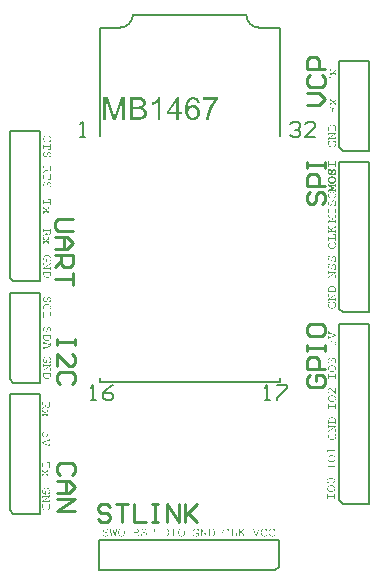
<source format=gto>
G04*
G04 #@! TF.GenerationSoftware,Altium Limited,Altium Designer,20.1.8 (145)*
G04*
G04 Layer_Color=65535*
%FSLAX25Y25*%
%MOIN*%
G70*
G04*
G04 #@! TF.SameCoordinates,FF8AD340-37D9-483E-B564-930531A4ACC2*
G04*
G04*
G04 #@! TF.FilePolarity,Positive*
G04*
G01*
G75*
%ADD10C,0.00600*%
%ADD11C,0.00500*%
%ADD12C,0.01000*%
G36*
X47692Y-22769D02*
X47719D01*
X47789Y-22779D01*
X47872Y-22797D01*
X47964Y-22816D01*
X48061Y-22848D01*
X48158Y-22889D01*
X48163D01*
X48167Y-22894D01*
X48181Y-22903D01*
X48200Y-22913D01*
X48251Y-22940D01*
X48311Y-22986D01*
X48385Y-23042D01*
X48458Y-23111D01*
X48537Y-23194D01*
X48611Y-23296D01*
Y-23301D01*
X48616Y-23305D01*
X48634Y-23333D01*
X48653Y-23379D01*
X48680Y-23439D01*
X48703Y-23508D01*
X48726Y-23596D01*
X48745Y-23689D01*
X48750Y-23790D01*
Y-24765D01*
X48745Y-24793D01*
X48740Y-24825D01*
X48726Y-24853D01*
X48722Y-24858D01*
X48708Y-24867D01*
X48689Y-24876D01*
X48662Y-24881D01*
X48653D01*
X48639Y-24876D01*
X48616Y-24867D01*
X48597Y-24853D01*
X48592Y-24848D01*
X48583Y-24830D01*
X48574Y-24802D01*
X48569Y-24756D01*
Y-24608D01*
X46417D01*
Y-24765D01*
X46412Y-24793D01*
X46407Y-24825D01*
X46393Y-24853D01*
X46389Y-24858D01*
X46375Y-24867D01*
X46356Y-24876D01*
X46329Y-24881D01*
X46319D01*
X46306Y-24876D01*
X46283Y-24867D01*
X46264Y-24853D01*
X46259Y-24848D01*
X46250Y-24830D01*
X46241Y-24802D01*
X46236Y-24756D01*
Y-23753D01*
X46241Y-23707D01*
X46250Y-23652D01*
X46259Y-23587D01*
X46278Y-23518D01*
X46301Y-23444D01*
X46333Y-23375D01*
X46338Y-23365D01*
X46347Y-23342D01*
X46370Y-23310D01*
X46393Y-23268D01*
X46426Y-23222D01*
X46463Y-23176D01*
X46504Y-23130D01*
X46546Y-23088D01*
X46555Y-23079D01*
X46583Y-23060D01*
X46624Y-23028D01*
X46680Y-22991D01*
X46744Y-22950D01*
X46818Y-22908D01*
X46897Y-22866D01*
X46980Y-22829D01*
X46989Y-22825D01*
X47008Y-22820D01*
X47045Y-22811D01*
X47091Y-22797D01*
X47151Y-22783D01*
X47216Y-22774D01*
X47290Y-22769D01*
X47373Y-22765D01*
X47618D01*
X47622D01*
X47631D01*
X47645D01*
X47664D01*
X47692Y-22769D01*
D02*
G37*
G36*
X46352Y-25389D02*
X46375Y-25398D01*
X46393Y-25417D01*
X46398Y-25421D01*
X46403Y-25440D01*
X46412Y-25467D01*
X46417Y-25509D01*
Y-25657D01*
X48750D01*
Y-25892D01*
X46500Y-27228D01*
X48569D01*
Y-26886D01*
X48574Y-26858D01*
X48579Y-26830D01*
X48597Y-26803D01*
X48602Y-26798D01*
X48616Y-26784D01*
X48634Y-26775D01*
X48662Y-26770D01*
X48666D01*
X48685Y-26775D01*
X48703Y-26784D01*
X48726Y-26803D01*
X48731Y-26807D01*
X48736Y-26826D01*
X48745Y-26853D01*
X48750Y-26895D01*
Y-27565D01*
X48745Y-27593D01*
X48740Y-27625D01*
X48726Y-27653D01*
X48722Y-27657D01*
X48708Y-27667D01*
X48689Y-27676D01*
X48662Y-27680D01*
X48653D01*
X48639Y-27676D01*
X48616Y-27667D01*
X48597Y-27653D01*
X48592Y-27648D01*
X48583Y-27630D01*
X48574Y-27602D01*
X48569Y-27556D01*
Y-27408D01*
X46417D01*
Y-27657D01*
X46412Y-27685D01*
X46407Y-27717D01*
X46393Y-27745D01*
X46389Y-27750D01*
X46375Y-27759D01*
X46356Y-27768D01*
X46329Y-27773D01*
X46319D01*
X46306Y-27768D01*
X46283Y-27759D01*
X46264Y-27745D01*
X46259Y-27740D01*
X46250Y-27722D01*
X46241Y-27694D01*
X46236Y-27648D01*
Y-27177D01*
X48491Y-25837D01*
X46417D01*
Y-26179D01*
X46412Y-26207D01*
X46407Y-26239D01*
X46393Y-26267D01*
X46389Y-26271D01*
X46375Y-26281D01*
X46356Y-26290D01*
X46329Y-26294D01*
X46319D01*
X46306Y-26290D01*
X46283Y-26281D01*
X46264Y-26267D01*
X46259Y-26262D01*
X46250Y-26244D01*
X46241Y-26216D01*
X46236Y-26170D01*
Y-25500D01*
X46241Y-25472D01*
X46246Y-25444D01*
X46264Y-25417D01*
X46269Y-25412D01*
X46283Y-25398D01*
X46301Y-25389D01*
X46329Y-25384D01*
X46333D01*
X46352Y-25389D01*
D02*
G37*
G36*
X47761Y-28027D02*
X47779Y-28036D01*
X47784Y-28041D01*
X47793Y-28050D01*
X47802Y-28059D01*
X47812Y-28078D01*
Y-28101D01*
X47816Y-28119D01*
Y-28207D01*
X48592D01*
X48597Y-28216D01*
X48611Y-28244D01*
X48630Y-28286D01*
X48653Y-28336D01*
X48680Y-28401D01*
X48708Y-28470D01*
X48736Y-28544D01*
X48759Y-28623D01*
X48763Y-28632D01*
X48768Y-28660D01*
X48777Y-28697D01*
X48787Y-28748D01*
X48800Y-28812D01*
X48810Y-28882D01*
X48814Y-28956D01*
X48819Y-29029D01*
Y-29080D01*
X48814Y-29103D01*
Y-29131D01*
X48810Y-29200D01*
X48800Y-29283D01*
X48782Y-29367D01*
X48763Y-29454D01*
X48736Y-29542D01*
Y-29547D01*
X48731Y-29552D01*
X48717Y-29579D01*
X48699Y-29621D01*
X48671Y-29672D01*
X48639Y-29732D01*
X48597Y-29792D01*
X48551Y-29856D01*
X48496Y-29917D01*
X48486Y-29921D01*
X48468Y-29940D01*
X48435Y-29967D01*
X48394Y-30004D01*
X48343Y-30041D01*
X48288Y-30078D01*
X48223Y-30120D01*
X48154Y-30152D01*
X48144Y-30157D01*
X48117Y-30166D01*
X48075Y-30180D01*
X48020Y-30194D01*
X47950Y-30207D01*
X47867Y-30221D01*
X47770Y-30231D01*
X47664Y-30235D01*
X47336D01*
X47331D01*
X47322D01*
X47308D01*
X47285Y-30231D01*
X47257D01*
X47230Y-30226D01*
X47151Y-30217D01*
X47068Y-30198D01*
X46971Y-30175D01*
X46869Y-30138D01*
X46763Y-30092D01*
X46758D01*
X46749Y-30083D01*
X46735Y-30078D01*
X46717Y-30064D01*
X46666Y-30032D01*
X46601Y-29986D01*
X46532Y-29930D01*
X46463Y-29861D01*
X46393Y-29778D01*
X46333Y-29690D01*
Y-29686D01*
X46329Y-29676D01*
X46319Y-29662D01*
X46310Y-29644D01*
X46296Y-29621D01*
X46287Y-29593D01*
X46255Y-29524D01*
X46227Y-29441D01*
X46204Y-29344D01*
X46185Y-29237D01*
X46181Y-29127D01*
Y-29085D01*
X46185Y-29052D01*
X46190Y-29016D01*
X46195Y-28974D01*
X46199Y-28923D01*
X46209Y-28872D01*
X46241Y-28757D01*
X46283Y-28632D01*
X46310Y-28567D01*
X46343Y-28507D01*
X46380Y-28447D01*
X46421Y-28387D01*
X46417D01*
X46403D01*
X46384D01*
X46366D01*
X46324D01*
X46306Y-28383D01*
X46296D01*
X46292D01*
X46283Y-28373D01*
X46269Y-28364D01*
X46255Y-28350D01*
X46250Y-28346D01*
X46246Y-28336D01*
X46241Y-28318D01*
X46236Y-28299D01*
Y-28290D01*
X46241Y-28276D01*
X46250Y-28253D01*
X46269Y-28235D01*
X46273Y-28230D01*
X46292Y-28221D01*
X46319Y-28212D01*
X46361Y-28207D01*
X46768D01*
X46772D01*
X46777D01*
X46805Y-28212D01*
X46837Y-28216D01*
X46865Y-28235D01*
X46869Y-28239D01*
X46874Y-28253D01*
X46883Y-28272D01*
X46888Y-28299D01*
Y-28304D01*
X46883Y-28323D01*
X46878Y-28341D01*
X46865Y-28359D01*
X46860Y-28364D01*
X46846Y-28369D01*
X46818Y-28378D01*
X46777Y-28383D01*
X46768D01*
X46744Y-28387D01*
X46712Y-28401D01*
X46671Y-28420D01*
X46624Y-28447D01*
X46578Y-28489D01*
X46527Y-28549D01*
X46504Y-28581D01*
X46481Y-28623D01*
Y-28627D01*
X46477Y-28632D01*
X46472Y-28646D01*
X46463Y-28664D01*
X46444Y-28706D01*
X46421Y-28771D01*
X46398Y-28840D01*
X46380Y-28923D01*
X46366Y-29016D01*
X46361Y-29113D01*
Y-29154D01*
X46366Y-29200D01*
X46375Y-29260D01*
X46389Y-29334D01*
X46407Y-29408D01*
X46435Y-29487D01*
X46472Y-29565D01*
X46477Y-29575D01*
X46495Y-29598D01*
X46523Y-29639D01*
X46564Y-29690D01*
X46620Y-29746D01*
X46689Y-29810D01*
X46777Y-29875D01*
X46828Y-29907D01*
X46883Y-29940D01*
X46892Y-29944D01*
X46920Y-29958D01*
X46957Y-29976D01*
X47012Y-29995D01*
X47082Y-30018D01*
X47156Y-30037D01*
X47243Y-30051D01*
X47336Y-30055D01*
X47664D01*
X47668D01*
X47682D01*
X47706D01*
X47738Y-30051D01*
X47775Y-30046D01*
X47821Y-30041D01*
X47867Y-30032D01*
X47923Y-30023D01*
X48033Y-29990D01*
X48094Y-29967D01*
X48154Y-29940D01*
X48214Y-29907D01*
X48269Y-29870D01*
X48324Y-29829D01*
X48375Y-29783D01*
X48380Y-29778D01*
X48385Y-29769D01*
X48399Y-29755D01*
X48417Y-29732D01*
X48435Y-29704D01*
X48458Y-29667D01*
X48482Y-29630D01*
X48505Y-29584D01*
X48533Y-29533D01*
X48555Y-29473D01*
X48579Y-29413D01*
X48597Y-29344D01*
X48616Y-29270D01*
X48630Y-29191D01*
X48634Y-29108D01*
X48639Y-29020D01*
Y-28960D01*
X48634Y-28923D01*
X48630Y-28877D01*
X48625Y-28826D01*
X48606Y-28720D01*
Y-28715D01*
X48602Y-28692D01*
X48592Y-28664D01*
X48579Y-28623D01*
X48565Y-28577D01*
X48542Y-28521D01*
X48519Y-28457D01*
X48486Y-28387D01*
X47812D01*
Y-29011D01*
X47807Y-29039D01*
X47802Y-29071D01*
X47789Y-29099D01*
X47784Y-29103D01*
X47770Y-29113D01*
X47752Y-29122D01*
X47724Y-29127D01*
X47715D01*
X47701Y-29122D01*
X47678Y-29113D01*
X47659Y-29099D01*
X47655Y-29094D01*
X47645Y-29076D01*
X47636Y-29048D01*
X47631Y-29002D01*
X47636Y-28142D01*
Y-28133D01*
X47641Y-28105D01*
X47645Y-28078D01*
X47664Y-28050D01*
X47668Y-28045D01*
X47682Y-28032D01*
X47701Y-28022D01*
X47729Y-28018D01*
X47733D01*
X47747D01*
X47761Y-28027D01*
D02*
G37*
G36*
X46366Y5895D02*
X46384Y5886D01*
X46389Y5882D01*
X46393Y5877D01*
X46412Y5849D01*
Y5845D01*
X46417Y5835D01*
X46421Y5812D01*
Y5664D01*
X48754Y4773D01*
Y4514D01*
X46421Y3618D01*
Y3475D01*
X46417Y3452D01*
X46412Y3428D01*
Y3424D01*
X46403Y3419D01*
X46384Y3396D01*
X46380D01*
X46370Y3391D01*
X46352Y3387D01*
X46333Y3382D01*
X46329D01*
X46315D01*
X46301Y3387D01*
X46287Y3396D01*
X46283Y3401D01*
X46273Y3405D01*
X46264Y3415D01*
X46255Y3428D01*
X46250Y3433D01*
X46246Y3447D01*
X46241Y3470D01*
Y4168D01*
X46246Y4191D01*
X46255Y4209D01*
Y4214D01*
X46264Y4223D01*
X46273Y4237D01*
X46287Y4246D01*
X46292Y4251D01*
X46301Y4255D01*
X46315Y4260D01*
X46333Y4265D01*
X46338D01*
X46352D01*
X46366Y4255D01*
X46384Y4246D01*
X46389Y4242D01*
X46393Y4237D01*
X46412Y4209D01*
Y4205D01*
X46417Y4195D01*
X46421Y4172D01*
Y3807D01*
X48574Y4639D01*
Y4653D01*
X46421Y5475D01*
Y5115D01*
X46417Y5092D01*
X46412Y5068D01*
Y5064D01*
X46403Y5059D01*
X46384Y5036D01*
X46380D01*
X46370Y5032D01*
X46352Y5027D01*
X46333Y5022D01*
X46329D01*
X46315D01*
X46301Y5027D01*
X46287Y5036D01*
X46283Y5041D01*
X46273Y5045D01*
X46264Y5055D01*
X46255Y5068D01*
X46250Y5073D01*
X46246Y5087D01*
X46241Y5110D01*
Y5808D01*
X46246Y5831D01*
X46255Y5849D01*
Y5854D01*
X46264Y5863D01*
X46273Y5877D01*
X46287Y5886D01*
X46292Y5891D01*
X46301Y5895D01*
X46315Y5900D01*
X46333Y5905D01*
X46338D01*
X46352D01*
X46366Y5895D01*
D02*
G37*
G36*
X47927Y2874D02*
X47964Y2869D01*
X48006Y2865D01*
X48057Y2856D01*
X48107Y2846D01*
X48218Y2814D01*
X48334Y2768D01*
X48389Y2740D01*
X48449Y2708D01*
X48505Y2666D01*
X48555Y2620D01*
X48560Y2615D01*
X48565Y2606D01*
X48579Y2592D01*
X48597Y2574D01*
X48616Y2546D01*
X48639Y2518D01*
X48662Y2481D01*
X48685Y2444D01*
X48736Y2347D01*
X48777Y2236D01*
X48796Y2176D01*
X48810Y2112D01*
X48814Y2042D01*
X48819Y1973D01*
Y1932D01*
X48814Y1881D01*
X48805Y1816D01*
X48791Y1742D01*
X48773Y1659D01*
X48745Y1571D01*
X48708Y1479D01*
X48703Y1469D01*
X48694Y1451D01*
X48676Y1419D01*
X48653Y1377D01*
X48625Y1331D01*
X48592Y1280D01*
X48551Y1225D01*
X48509Y1174D01*
X48505Y1169D01*
X48496Y1160D01*
X48468Y1137D01*
X48431Y1109D01*
X48408Y1100D01*
X48389Y1095D01*
X48385D01*
X48366Y1100D01*
X48348Y1104D01*
X48324Y1118D01*
X48320Y1123D01*
X48311Y1137D01*
X48301Y1155D01*
X48297Y1178D01*
Y1183D01*
X48301Y1202D01*
X48315Y1229D01*
X48338Y1257D01*
X48343Y1262D01*
X48352Y1271D01*
X48366Y1289D01*
X48385Y1312D01*
X48408Y1345D01*
X48435Y1382D01*
X48458Y1419D01*
X48486Y1465D01*
X48542Y1571D01*
X48592Y1691D01*
X48611Y1756D01*
X48625Y1825D01*
X48634Y1895D01*
X48639Y1964D01*
Y1996D01*
X48634Y2019D01*
Y2042D01*
X48630Y2075D01*
X48611Y2149D01*
X48588Y2232D01*
X48551Y2320D01*
X48496Y2407D01*
X48463Y2449D01*
X48426Y2490D01*
X48422Y2495D01*
X48417Y2500D01*
X48403Y2509D01*
X48385Y2523D01*
X48366Y2537D01*
X48338Y2555D01*
X48274Y2597D01*
X48191Y2634D01*
X48089Y2666D01*
X47978Y2689D01*
X47913Y2698D01*
X47849D01*
X47844D01*
X47835D01*
X47821D01*
X47798Y2694D01*
X47770D01*
X47742Y2689D01*
X47673Y2675D01*
X47595Y2657D01*
X47511Y2624D01*
X47433Y2578D01*
X47359Y2518D01*
X47350Y2509D01*
X47331Y2486D01*
X47299Y2449D01*
X47262Y2393D01*
X47230Y2329D01*
X47197Y2250D01*
X47179Y2162D01*
X47170Y2061D01*
Y2015D01*
X47174Y1987D01*
X47179Y1959D01*
X47188Y1885D01*
X47207Y1798D01*
X47234Y1705D01*
X47271Y1603D01*
X47322Y1497D01*
Y1493D01*
X47327Y1488D01*
X47336Y1460D01*
X47350Y1428D01*
X47354Y1400D01*
Y1396D01*
X47350Y1377D01*
X47345Y1359D01*
X47331Y1340D01*
X47327Y1335D01*
X47313Y1331D01*
X47290Y1322D01*
X47257Y1317D01*
X46056D01*
Y2583D01*
X46061Y2611D01*
X46065Y2638D01*
X46084Y2666D01*
X46088Y2671D01*
X46102Y2685D01*
X46121Y2694D01*
X46148Y2698D01*
X46153D01*
X46172Y2694D01*
X46190Y2685D01*
X46213Y2666D01*
X46218Y2661D01*
X46222Y2643D01*
X46232Y2615D01*
X46236Y2574D01*
Y1497D01*
X47123D01*
X47119Y1507D01*
X47114Y1525D01*
X47100Y1553D01*
X47086Y1594D01*
X47072Y1640D01*
X47054Y1691D01*
X47026Y1798D01*
Y1802D01*
X47022Y1821D01*
X47012Y1853D01*
X47008Y1890D01*
X46999Y1932D01*
X46994Y1978D01*
X46989Y2079D01*
Y2112D01*
X46994Y2135D01*
X46999Y2162D01*
X47003Y2200D01*
X47017Y2278D01*
X47049Y2366D01*
X47091Y2463D01*
X47119Y2509D01*
X47151Y2555D01*
X47188Y2601D01*
X47230Y2648D01*
X47234Y2652D01*
X47239Y2657D01*
X47253Y2671D01*
X47271Y2685D01*
X47299Y2703D01*
X47327Y2722D01*
X47359Y2740D01*
X47396Y2763D01*
X47488Y2805D01*
X47595Y2842D01*
X47719Y2869D01*
X47789Y2874D01*
X47858Y2879D01*
X47862D01*
X47876D01*
X47899D01*
X47927Y2874D01*
D02*
G37*
G36*
X48052Y-3007D02*
X48080Y-3012D01*
X48112Y-3016D01*
X48191Y-3035D01*
X48278Y-3067D01*
X48325Y-3086D01*
X48375Y-3114D01*
X48422Y-3146D01*
X48472Y-3178D01*
X48523Y-3220D01*
X48569Y-3266D01*
X48574Y-3271D01*
X48579Y-3280D01*
X48592Y-3294D01*
X48606Y-3312D01*
X48625Y-3340D01*
X48648Y-3372D01*
X48671Y-3405D01*
X48689Y-3446D01*
X48713Y-3492D01*
X48736Y-3543D01*
X48777Y-3654D01*
X48805Y-3783D01*
X48810Y-3853D01*
X48814Y-3927D01*
Y-3968D01*
X48810Y-4014D01*
X48800Y-4075D01*
X48791Y-4144D01*
X48773Y-4227D01*
X48750Y-4315D01*
X48717Y-4407D01*
Y-4412D01*
X48713Y-4416D01*
X48708Y-4430D01*
X48699Y-4449D01*
X48680Y-4490D01*
X48657Y-4546D01*
X48625Y-4601D01*
X48592Y-4661D01*
X48551Y-4712D01*
X48514Y-4758D01*
X48509Y-4763D01*
X48491Y-4772D01*
X48468Y-4781D01*
X48440Y-4786D01*
X48435D01*
X48422Y-4781D01*
X48403Y-4777D01*
X48380Y-4763D01*
X48375Y-4758D01*
X48366Y-4744D01*
X48357Y-4726D01*
X48352Y-4703D01*
Y-4698D01*
X48357Y-4680D01*
X48366Y-4657D01*
X48389Y-4629D01*
X48394Y-4624D01*
X48399Y-4615D01*
X48412Y-4597D01*
X48426Y-4569D01*
X48445Y-4541D01*
X48468Y-4504D01*
X48491Y-4463D01*
X48509Y-4412D01*
X48556Y-4310D01*
X48597Y-4190D01*
X48625Y-4061D01*
X48630Y-3991D01*
X48634Y-3922D01*
Y-3890D01*
X48630Y-3871D01*
Y-3844D01*
X48625Y-3811D01*
X48611Y-3737D01*
X48588Y-3654D01*
X48551Y-3566D01*
X48505Y-3478D01*
X48440Y-3395D01*
X48435Y-3391D01*
X48431Y-3386D01*
X48403Y-3363D01*
X48366Y-3326D01*
X48311Y-3289D01*
X48246Y-3252D01*
X48172Y-3215D01*
X48089Y-3192D01*
X48047Y-3183D01*
X48001D01*
X47992D01*
X47973D01*
X47941Y-3187D01*
X47899Y-3197D01*
X47853Y-3211D01*
X47802Y-3229D01*
X47742Y-3252D01*
X47687Y-3289D01*
X47678Y-3294D01*
X47659Y-3308D01*
X47632Y-3331D01*
X47599Y-3368D01*
X47558Y-3409D01*
X47516Y-3460D01*
X47479Y-3520D01*
X47442Y-3589D01*
X47438Y-3599D01*
X47428Y-3622D01*
X47414Y-3663D01*
X47396Y-3709D01*
X47377Y-3770D01*
X47364Y-3839D01*
X47354Y-3908D01*
X47350Y-3982D01*
Y-3991D01*
X47345Y-4019D01*
X47341Y-4047D01*
X47327Y-4075D01*
X47322Y-4079D01*
X47308Y-4088D01*
X47290Y-4098D01*
X47262Y-4102D01*
X47253D01*
X47239Y-4098D01*
X47216Y-4093D01*
X47197Y-4079D01*
X47193Y-4075D01*
X47183Y-4056D01*
X47174Y-4033D01*
X47170Y-3996D01*
Y-3820D01*
X47165Y-3802D01*
X47160Y-3756D01*
X47151Y-3700D01*
X47133Y-3636D01*
X47105Y-3571D01*
X47072Y-3502D01*
X47022Y-3442D01*
X47017Y-3432D01*
X46994Y-3414D01*
X46966Y-3391D01*
X46925Y-3358D01*
X46874Y-3331D01*
X46814Y-3303D01*
X46749Y-3285D01*
X46680Y-3280D01*
X46675D01*
X46671D01*
X46648Y-3285D01*
X46606Y-3289D01*
X46560Y-3298D01*
X46504Y-3321D01*
X46444Y-3349D01*
X46384Y-3391D01*
X46324Y-3446D01*
X46319Y-3455D01*
X46301Y-3474D01*
X46273Y-3511D01*
X46246Y-3562D01*
X46218Y-3626D01*
X46190Y-3700D01*
X46172Y-3783D01*
X46167Y-3881D01*
Y-3913D01*
X46172Y-3945D01*
X46176Y-3991D01*
X46185Y-4047D01*
X46195Y-4102D01*
X46213Y-4162D01*
X46236Y-4222D01*
X46241Y-4227D01*
X46250Y-4250D01*
X46264Y-4278D01*
X46283Y-4315D01*
X46306Y-4352D01*
X46338Y-4398D01*
X46370Y-4439D01*
X46412Y-4476D01*
X46417Y-4481D01*
X46435Y-4495D01*
X46449Y-4513D01*
X46463Y-4527D01*
Y-4532D01*
X46467Y-4541D01*
X46472Y-4569D01*
Y-4574D01*
X46467Y-4592D01*
X46463Y-4610D01*
X46449Y-4634D01*
X46444Y-4638D01*
X46430Y-4643D01*
X46412Y-4652D01*
X46389Y-4657D01*
X46384D01*
X46375Y-4652D01*
X46356Y-4647D01*
X46329Y-4634D01*
X46301Y-4610D01*
X46264Y-4578D01*
X46218Y-4532D01*
X46172Y-4472D01*
Y-4467D01*
X46162Y-4458D01*
X46153Y-4444D01*
X46144Y-4426D01*
X46130Y-4403D01*
X46112Y-4370D01*
X46079Y-4301D01*
X46047Y-4213D01*
X46015Y-4112D01*
X45996Y-4001D01*
X45987Y-3881D01*
Y-3848D01*
X45992Y-3825D01*
Y-3793D01*
X45996Y-3760D01*
X46015Y-3682D01*
X46038Y-3594D01*
X46075Y-3502D01*
X46125Y-3409D01*
X46158Y-3363D01*
X46195Y-3321D01*
Y-3317D01*
X46204Y-3312D01*
X46232Y-3285D01*
X46273Y-3252D01*
X46333Y-3211D01*
X46403Y-3169D01*
X46486Y-3132D01*
X46583Y-3109D01*
X46634Y-3104D01*
X46685Y-3100D01*
X46694D01*
X46717D01*
X46749Y-3104D01*
X46795Y-3114D01*
X46846Y-3127D01*
X46906Y-3146D01*
X46966Y-3169D01*
X47026Y-3206D01*
X47036Y-3211D01*
X47054Y-3224D01*
X47082Y-3252D01*
X47119Y-3285D01*
X47160Y-3326D01*
X47202Y-3382D01*
X47248Y-3442D01*
X47285Y-3515D01*
Y-3511D01*
X47290Y-3506D01*
X47294Y-3492D01*
X47304Y-3474D01*
X47331Y-3428D01*
X47364Y-3372D01*
X47410Y-3312D01*
X47461Y-3252D01*
X47521Y-3192D01*
X47590Y-3137D01*
X47599Y-3132D01*
X47622Y-3114D01*
X47664Y-3095D01*
X47715Y-3067D01*
X47775Y-3044D01*
X47844Y-3021D01*
X47918Y-3007D01*
X47997Y-3003D01*
X48001D01*
X48010D01*
X48029D01*
X48052Y-3007D01*
D02*
G37*
G36*
X47595Y-5424D02*
X47632Y-5428D01*
X47673Y-5433D01*
X47719Y-5437D01*
X47826Y-5456D01*
X47936Y-5479D01*
X48057Y-5516D01*
X48172Y-5567D01*
X48177D01*
X48186Y-5571D01*
X48200Y-5581D01*
X48223Y-5595D01*
X48278Y-5627D01*
X48348Y-5673D01*
X48422Y-5733D01*
X48500Y-5802D01*
X48579Y-5881D01*
X48648Y-5973D01*
Y-5978D01*
X48657Y-5983D01*
X48662Y-5996D01*
X48676Y-6019D01*
X48689Y-6043D01*
X48703Y-6070D01*
X48731Y-6135D01*
X48763Y-6218D01*
X48791Y-6311D01*
X48810Y-6412D01*
X48819Y-6523D01*
Y-6542D01*
X48814Y-6565D01*
Y-6597D01*
X48810Y-6634D01*
X48800Y-6680D01*
X48787Y-6731D01*
X48773Y-6782D01*
X48754Y-6842D01*
X48726Y-6902D01*
X48699Y-6967D01*
X48662Y-7031D01*
X48620Y-7101D01*
X48569Y-7165D01*
X48514Y-7230D01*
X48449Y-7295D01*
X48445Y-7299D01*
X48431Y-7309D01*
X48412Y-7327D01*
X48385Y-7345D01*
X48348Y-7369D01*
X48302Y-7396D01*
X48251Y-7429D01*
X48191Y-7456D01*
X48126Y-7489D01*
X48057Y-7521D01*
X47978Y-7549D01*
X47895Y-7572D01*
X47802Y-7590D01*
X47710Y-7609D01*
X47609Y-7618D01*
X47502Y-7623D01*
X47498D01*
X47475D01*
X47447D01*
X47405Y-7618D01*
X47354Y-7613D01*
X47299Y-7604D01*
X47234Y-7595D01*
X47165Y-7581D01*
X47091Y-7563D01*
X47012Y-7544D01*
X46934Y-7516D01*
X46855Y-7484D01*
X46777Y-7447D01*
X46698Y-7401D01*
X46620Y-7350D01*
X46551Y-7295D01*
X46546Y-7290D01*
X46537Y-7281D01*
X46518Y-7262D01*
X46490Y-7235D01*
X46463Y-7202D01*
X46435Y-7165D01*
X46398Y-7124D01*
X46366Y-7073D01*
X46333Y-7017D01*
X46296Y-6962D01*
X46236Y-6828D01*
X46213Y-6759D01*
X46195Y-6680D01*
X46185Y-6602D01*
X46181Y-6523D01*
Y-6495D01*
X46185Y-6472D01*
Y-6445D01*
X46190Y-6417D01*
X46204Y-6343D01*
X46222Y-6260D01*
X46255Y-6167D01*
X46296Y-6070D01*
X46356Y-5973D01*
Y-5969D01*
X46366Y-5959D01*
X46375Y-5950D01*
X46389Y-5932D01*
X46426Y-5886D01*
X46481Y-5825D01*
X46551Y-5761D01*
X46629Y-5692D01*
X46726Y-5627D01*
X46837Y-5567D01*
X46841D01*
X46851Y-5562D01*
X46869Y-5553D01*
X46888Y-5544D01*
X46920Y-5534D01*
X46952Y-5521D01*
X46989Y-5507D01*
X47036Y-5493D01*
X47133Y-5465D01*
X47248Y-5442D01*
X47368Y-5424D01*
X47502Y-5419D01*
X47507D01*
X47516D01*
X47539D01*
X47562D01*
X47595Y-5424D01*
D02*
G37*
G36*
X48685Y-8343D02*
X48703Y-8353D01*
X48726Y-8371D01*
X48731Y-8376D01*
X48736Y-8394D01*
X48745Y-8422D01*
X48750Y-8463D01*
Y-9882D01*
X48745Y-9910D01*
X48740Y-9942D01*
X48726Y-9970D01*
X48722Y-9974D01*
X48708Y-9984D01*
X48689Y-9993D01*
X48662Y-9997D01*
X48653D01*
X48639Y-9993D01*
X48616Y-9984D01*
X48597Y-9970D01*
X48592Y-9965D01*
X48583Y-9946D01*
X48574Y-9919D01*
X48569Y-9873D01*
Y-9258D01*
X46417D01*
Y-9882D01*
X46412Y-9910D01*
X46407Y-9942D01*
X46393Y-9970D01*
X46389Y-9974D01*
X46375Y-9984D01*
X46356Y-9993D01*
X46329Y-9997D01*
X46319D01*
X46306Y-9993D01*
X46283Y-9984D01*
X46264Y-9970D01*
X46259Y-9965D01*
X46250Y-9946D01*
X46241Y-9919D01*
X46236Y-9873D01*
Y-8454D01*
X46241Y-8427D01*
X46246Y-8399D01*
X46264Y-8371D01*
X46269Y-8366D01*
X46283Y-8353D01*
X46301Y-8343D01*
X46329Y-8339D01*
X46333D01*
X46352Y-8343D01*
X46375Y-8353D01*
X46393Y-8371D01*
X46398Y-8376D01*
X46403Y-8394D01*
X46412Y-8422D01*
X46417Y-8463D01*
Y-9078D01*
X48569D01*
Y-8454D01*
X48574Y-8427D01*
X48579Y-8399D01*
X48597Y-8371D01*
X48602Y-8366D01*
X48616Y-8353D01*
X48634Y-8343D01*
X48662Y-8339D01*
X48666D01*
X48685Y-8343D01*
D02*
G37*
G36*
X48750Y-14791D02*
X48486D01*
X48482Y-14786D01*
X48463Y-14767D01*
X48435Y-14735D01*
X48399Y-14698D01*
X48357Y-14647D01*
X48302Y-14587D01*
X48241Y-14523D01*
X48172Y-14449D01*
X48098Y-14370D01*
X48020Y-14287D01*
X47849Y-14107D01*
X47668Y-13917D01*
X47479Y-13723D01*
X47475Y-13719D01*
X47470Y-13714D01*
X47438Y-13682D01*
X47396Y-13640D01*
X47345Y-13589D01*
X47290Y-13534D01*
X47230Y-13478D01*
X47174Y-13432D01*
X47128Y-13391D01*
X47123Y-13386D01*
X47109Y-13377D01*
X47086Y-13358D01*
X47059Y-13340D01*
X46994Y-13298D01*
X46962Y-13280D01*
X46929Y-13266D01*
X46925D01*
X46916Y-13261D01*
X46897Y-13252D01*
X46878Y-13248D01*
X46823Y-13234D01*
X46758Y-13229D01*
X46754D01*
X46749D01*
X46721Y-13234D01*
X46675Y-13238D01*
X46620Y-13252D01*
X46555Y-13275D01*
X46486Y-13308D01*
X46417Y-13354D01*
X46347Y-13419D01*
X46338Y-13428D01*
X46319Y-13451D01*
X46292Y-13492D01*
X46255Y-13543D01*
X46222Y-13608D01*
X46195Y-13686D01*
X46176Y-13774D01*
X46167Y-13871D01*
Y-13913D01*
X46176Y-13954D01*
X46185Y-14010D01*
X46199Y-14079D01*
X46227Y-14148D01*
X46259Y-14222D01*
X46306Y-14292D01*
X46310Y-14301D01*
X46329Y-14319D01*
X46361Y-14352D01*
X46398Y-14389D01*
X46449Y-14426D01*
X46504Y-14467D01*
X46569Y-14500D01*
X46643Y-14523D01*
X46652Y-14527D01*
X46671Y-14532D01*
X46694Y-14546D01*
X46712Y-14560D01*
X46717Y-14564D01*
X46721Y-14573D01*
X46726Y-14597D01*
X46731Y-14620D01*
Y-14624D01*
X46726Y-14643D01*
X46721Y-14661D01*
X46708Y-14680D01*
X46703Y-14684D01*
X46689Y-14689D01*
X46671Y-14698D01*
X46648Y-14703D01*
X46643D01*
X46629D01*
X46606Y-14698D01*
X46574Y-14689D01*
X46537Y-14675D01*
X46486Y-14657D01*
X46430Y-14629D01*
X46370Y-14592D01*
X46361Y-14587D01*
X46343Y-14573D01*
X46306Y-14546D01*
X46269Y-14513D01*
X46222Y-14467D01*
X46176Y-14416D01*
X46130Y-14352D01*
X46088Y-14282D01*
Y-14278D01*
X46084Y-14273D01*
X46075Y-14250D01*
X46056Y-14209D01*
X46038Y-14158D01*
X46019Y-14098D01*
X46001Y-14028D01*
X45992Y-13954D01*
X45987Y-13876D01*
Y-13844D01*
X45992Y-13820D01*
X45996Y-13788D01*
X46001Y-13756D01*
X46015Y-13677D01*
X46042Y-13585D01*
X46084Y-13488D01*
X46112Y-13437D01*
X46144Y-13391D01*
X46181Y-13340D01*
X46222Y-13294D01*
X46227Y-13289D01*
X46232Y-13284D01*
X46246Y-13271D01*
X46264Y-13257D01*
X46310Y-13215D01*
X46375Y-13169D01*
X46453Y-13127D01*
X46546Y-13086D01*
X46648Y-13058D01*
X46698Y-13054D01*
X46754Y-13049D01*
X46758D01*
X46777D01*
X46800D01*
X46828Y-13054D01*
X46865Y-13058D01*
X46902Y-13067D01*
X46985Y-13090D01*
X46989D01*
X47003Y-13100D01*
X47022Y-13109D01*
X47049Y-13123D01*
X47086Y-13141D01*
X47123Y-13164D01*
X47165Y-13197D01*
X47211Y-13229D01*
X47216Y-13234D01*
X47234Y-13248D01*
X47262Y-13275D01*
X47304Y-13308D01*
X47354Y-13358D01*
X47419Y-13419D01*
X47493Y-13492D01*
X47581Y-13580D01*
X47590Y-13589D01*
X47609Y-13608D01*
X47641Y-13640D01*
X47682Y-13686D01*
X47738Y-13737D01*
X47798Y-13802D01*
X47867Y-13871D01*
X47936Y-13945D01*
X48015Y-14028D01*
X48094Y-14111D01*
X48255Y-14282D01*
X48412Y-14453D01*
X48486Y-14532D01*
X48556Y-14610D01*
X48569D01*
Y-13229D01*
X48500D01*
X48496D01*
X48491D01*
X48468Y-13224D01*
X48435Y-13220D01*
X48412Y-13206D01*
X48408Y-13201D01*
X48394Y-13187D01*
X48385Y-13169D01*
X48380Y-13141D01*
Y-13137D01*
X48385Y-13118D01*
X48394Y-13100D01*
X48412Y-13077D01*
X48417Y-13072D01*
X48435Y-13063D01*
X48463Y-13054D01*
X48500Y-13049D01*
X48750D01*
Y-14791D01*
D02*
G37*
G36*
X47595Y-15377D02*
X47632Y-15382D01*
X47673Y-15387D01*
X47719Y-15391D01*
X47826Y-15410D01*
X47936Y-15433D01*
X48057Y-15470D01*
X48172Y-15521D01*
X48177D01*
X48186Y-15525D01*
X48200Y-15534D01*
X48223Y-15548D01*
X48278Y-15581D01*
X48348Y-15627D01*
X48422Y-15687D01*
X48500Y-15756D01*
X48579Y-15835D01*
X48648Y-15927D01*
Y-15932D01*
X48657Y-15936D01*
X48662Y-15950D01*
X48676Y-15973D01*
X48689Y-15996D01*
X48703Y-16024D01*
X48731Y-16089D01*
X48763Y-16172D01*
X48791Y-16264D01*
X48810Y-16366D01*
X48819Y-16477D01*
Y-16495D01*
X48814Y-16519D01*
Y-16551D01*
X48810Y-16588D01*
X48800Y-16634D01*
X48787Y-16685D01*
X48773Y-16736D01*
X48754Y-16796D01*
X48726Y-16856D01*
X48699Y-16920D01*
X48662Y-16985D01*
X48620Y-17054D01*
X48569Y-17119D01*
X48514Y-17184D01*
X48449Y-17248D01*
X48445Y-17253D01*
X48431Y-17262D01*
X48412Y-17281D01*
X48385Y-17299D01*
X48348Y-17322D01*
X48302Y-17350D01*
X48251Y-17382D01*
X48191Y-17410D01*
X48126Y-17443D01*
X48057Y-17475D01*
X47978Y-17503D01*
X47895Y-17526D01*
X47802Y-17544D01*
X47710Y-17563D01*
X47609Y-17572D01*
X47502Y-17576D01*
X47498D01*
X47475D01*
X47447D01*
X47405Y-17572D01*
X47354Y-17567D01*
X47299Y-17558D01*
X47234Y-17549D01*
X47165Y-17535D01*
X47091Y-17516D01*
X47012Y-17498D01*
X46934Y-17470D01*
X46855Y-17438D01*
X46777Y-17401D01*
X46698Y-17355D01*
X46620Y-17304D01*
X46551Y-17248D01*
X46546Y-17244D01*
X46537Y-17235D01*
X46518Y-17216D01*
X46490Y-17188D01*
X46463Y-17156D01*
X46435Y-17119D01*
X46398Y-17077D01*
X46366Y-17027D01*
X46333Y-16971D01*
X46296Y-16916D01*
X46236Y-16782D01*
X46213Y-16713D01*
X46195Y-16634D01*
X46185Y-16555D01*
X46181Y-16477D01*
Y-16449D01*
X46185Y-16426D01*
Y-16398D01*
X46190Y-16371D01*
X46204Y-16297D01*
X46222Y-16214D01*
X46255Y-16121D01*
X46296Y-16024D01*
X46356Y-15927D01*
Y-15923D01*
X46366Y-15913D01*
X46375Y-15904D01*
X46389Y-15886D01*
X46426Y-15839D01*
X46481Y-15779D01*
X46551Y-15715D01*
X46629Y-15645D01*
X46726Y-15581D01*
X46837Y-15521D01*
X46841D01*
X46851Y-15516D01*
X46869Y-15507D01*
X46888Y-15497D01*
X46920Y-15488D01*
X46952Y-15474D01*
X46989Y-15461D01*
X47036Y-15447D01*
X47133Y-15419D01*
X47248Y-15396D01*
X47368Y-15377D01*
X47502Y-15373D01*
X47507D01*
X47516D01*
X47539D01*
X47562D01*
X47595Y-15377D01*
D02*
G37*
G36*
X48685Y-18297D02*
X48703Y-18306D01*
X48726Y-18325D01*
X48731Y-18329D01*
X48736Y-18348D01*
X48745Y-18376D01*
X48750Y-18417D01*
Y-19836D01*
X48745Y-19863D01*
X48740Y-19896D01*
X48726Y-19923D01*
X48722Y-19928D01*
X48708Y-19937D01*
X48689Y-19947D01*
X48662Y-19951D01*
X48653D01*
X48639Y-19947D01*
X48616Y-19937D01*
X48597Y-19923D01*
X48592Y-19919D01*
X48583Y-19900D01*
X48574Y-19873D01*
X48569Y-19826D01*
Y-19212D01*
X46417D01*
Y-19836D01*
X46412Y-19863D01*
X46407Y-19896D01*
X46393Y-19923D01*
X46389Y-19928D01*
X46375Y-19937D01*
X46356Y-19947D01*
X46329Y-19951D01*
X46319D01*
X46306Y-19947D01*
X46283Y-19937D01*
X46264Y-19923D01*
X46259Y-19919D01*
X46250Y-19900D01*
X46241Y-19873D01*
X46236Y-19826D01*
Y-18408D01*
X46241Y-18380D01*
X46246Y-18353D01*
X46264Y-18325D01*
X46269Y-18320D01*
X46283Y-18306D01*
X46301Y-18297D01*
X46329Y-18293D01*
X46333D01*
X46352Y-18297D01*
X46375Y-18306D01*
X46393Y-18325D01*
X46398Y-18329D01*
X46403Y-18348D01*
X46412Y-18376D01*
X46417Y-18417D01*
Y-19032D01*
X48569D01*
Y-18408D01*
X48574Y-18380D01*
X48579Y-18353D01*
X48597Y-18325D01*
X48602Y-18320D01*
X48616Y-18306D01*
X48634Y-18297D01*
X48662Y-18293D01*
X48666D01*
X48685Y-18297D01*
D02*
G37*
G36*
X48488Y-33035D02*
X48507Y-33044D01*
X48530Y-33063D01*
X48534Y-33067D01*
X48539Y-33086D01*
X48548Y-33114D01*
X48553Y-33151D01*
Y-34578D01*
X48548Y-34606D01*
X48544Y-34633D01*
X48530Y-34661D01*
X48525Y-34666D01*
X48511Y-34675D01*
X48493Y-34684D01*
X48465Y-34689D01*
X48456D01*
X48442Y-34684D01*
X48419Y-34675D01*
X48400Y-34661D01*
X48396Y-34657D01*
X48386Y-34638D01*
X48377Y-34610D01*
X48373Y-34569D01*
Y-33950D01*
X46067D01*
X46257Y-34541D01*
Y-34546D01*
X46261Y-34564D01*
X46266Y-34583D01*
Y-34606D01*
X46261Y-34620D01*
X46257Y-34638D01*
X46243Y-34661D01*
X46238Y-34666D01*
X46224Y-34675D01*
X46206Y-34684D01*
X46178Y-34689D01*
X46173D01*
X46160Y-34684D01*
X46141Y-34680D01*
X46118Y-34666D01*
X46113Y-34661D01*
X46104Y-34652D01*
X46095Y-34629D01*
X46081Y-34597D01*
X45818Y-33770D01*
X48373D01*
Y-33141D01*
X48377Y-33118D01*
X48382Y-33086D01*
X48400Y-33063D01*
X48405Y-33058D01*
X48419Y-33044D01*
X48437Y-33035D01*
X48465Y-33030D01*
X48470D01*
X48488Y-33035D01*
D02*
G37*
G36*
X47398Y-35396D02*
X47435Y-35401D01*
X47476Y-35405D01*
X47523Y-35410D01*
X47629Y-35428D01*
X47740Y-35451D01*
X47860Y-35488D01*
X47975Y-35539D01*
X47980D01*
X47989Y-35544D01*
X48003Y-35553D01*
X48026Y-35567D01*
X48081Y-35599D01*
X48151Y-35645D01*
X48225Y-35705D01*
X48303Y-35775D01*
X48382Y-35853D01*
X48451Y-35946D01*
Y-35950D01*
X48460Y-35955D01*
X48465Y-35969D01*
X48479Y-35992D01*
X48493Y-36015D01*
X48507Y-36043D01*
X48534Y-36107D01*
X48567Y-36191D01*
X48594Y-36283D01*
X48613Y-36384D01*
X48622Y-36495D01*
Y-36514D01*
X48617Y-36537D01*
Y-36569D01*
X48613Y-36606D01*
X48604Y-36652D01*
X48590Y-36703D01*
X48576Y-36754D01*
X48557Y-36814D01*
X48530Y-36874D01*
X48502Y-36939D01*
X48465Y-37004D01*
X48423Y-37073D01*
X48373Y-37138D01*
X48317Y-37202D01*
X48252Y-37267D01*
X48248Y-37272D01*
X48234Y-37281D01*
X48215Y-37299D01*
X48188Y-37318D01*
X48151Y-37341D01*
X48105Y-37369D01*
X48054Y-37401D01*
X47994Y-37429D01*
X47929Y-37461D01*
X47860Y-37493D01*
X47781Y-37521D01*
X47698Y-37544D01*
X47606Y-37563D01*
X47513Y-37581D01*
X47412Y-37590D01*
X47305Y-37595D01*
X47301D01*
X47278D01*
X47250D01*
X47208Y-37590D01*
X47157Y-37586D01*
X47102Y-37576D01*
X47037Y-37567D01*
X46968Y-37553D01*
X46894Y-37535D01*
X46816Y-37516D01*
X46737Y-37489D01*
X46659Y-37456D01*
X46580Y-37419D01*
X46501Y-37373D01*
X46423Y-37322D01*
X46354Y-37267D01*
X46349Y-37262D01*
X46340Y-37253D01*
X46321Y-37235D01*
X46294Y-37207D01*
X46266Y-37174D01*
X46238Y-37138D01*
X46201Y-37096D01*
X46169Y-37045D01*
X46137Y-36990D01*
X46099Y-36934D01*
X46040Y-36800D01*
X46016Y-36731D01*
X45998Y-36652D01*
X45989Y-36574D01*
X45984Y-36495D01*
Y-36468D01*
X45989Y-36445D01*
Y-36417D01*
X45993Y-36389D01*
X46007Y-36315D01*
X46026Y-36232D01*
X46058Y-36140D01*
X46099Y-36043D01*
X46160Y-35946D01*
Y-35941D01*
X46169Y-35932D01*
X46178Y-35923D01*
X46192Y-35904D01*
X46229Y-35858D01*
X46284Y-35798D01*
X46354Y-35733D01*
X46432Y-35664D01*
X46529Y-35599D01*
X46640Y-35539D01*
X46645D01*
X46654Y-35534D01*
X46672Y-35525D01*
X46691Y-35516D01*
X46723Y-35507D01*
X46756Y-35493D01*
X46793Y-35479D01*
X46839Y-35465D01*
X46936Y-35437D01*
X47051Y-35414D01*
X47171Y-35396D01*
X47305Y-35391D01*
X47310D01*
X47319D01*
X47342D01*
X47365D01*
X47398Y-35396D01*
D02*
G37*
G36*
X48488Y-38316D02*
X48507Y-38325D01*
X48530Y-38343D01*
X48534Y-38348D01*
X48539Y-38366D01*
X48548Y-38394D01*
X48553Y-38436D01*
Y-39854D01*
X48548Y-39882D01*
X48544Y-39914D01*
X48530Y-39942D01*
X48525Y-39946D01*
X48511Y-39956D01*
X48493Y-39965D01*
X48465Y-39970D01*
X48456D01*
X48442Y-39965D01*
X48419Y-39956D01*
X48400Y-39942D01*
X48396Y-39937D01*
X48386Y-39919D01*
X48377Y-39891D01*
X48373Y-39845D01*
Y-39230D01*
X46220D01*
Y-39854D01*
X46215Y-39882D01*
X46210Y-39914D01*
X46196Y-39942D01*
X46192Y-39946D01*
X46178Y-39956D01*
X46160Y-39965D01*
X46132Y-39970D01*
X46123D01*
X46109Y-39965D01*
X46086Y-39956D01*
X46067Y-39942D01*
X46063Y-39937D01*
X46053Y-39919D01*
X46044Y-39891D01*
X46040Y-39845D01*
Y-38427D01*
X46044Y-38399D01*
X46049Y-38371D01*
X46067Y-38343D01*
X46072Y-38339D01*
X46086Y-38325D01*
X46104Y-38316D01*
X46132Y-38311D01*
X46137D01*
X46155Y-38316D01*
X46178Y-38325D01*
X46196Y-38343D01*
X46201Y-38348D01*
X46206Y-38366D01*
X46215Y-38394D01*
X46220Y-38436D01*
Y-39050D01*
X48373D01*
Y-38427D01*
X48377Y-38399D01*
X48382Y-38371D01*
X48400Y-38343D01*
X48405Y-38339D01*
X48419Y-38325D01*
X48437Y-38316D01*
X48465Y-38311D01*
X48470D01*
X48488Y-38316D01*
D02*
G37*
G36*
X47429Y-43035D02*
X47475Y-43040D01*
X47535Y-43044D01*
X47595Y-43053D01*
X47664Y-43067D01*
X47812Y-43100D01*
X47891Y-43123D01*
X47965Y-43150D01*
X48043Y-43183D01*
X48117Y-43220D01*
X48191Y-43261D01*
X48256Y-43312D01*
X48260Y-43317D01*
X48265Y-43321D01*
X48279Y-43335D01*
X48297Y-43349D01*
X48339Y-43395D01*
X48385Y-43460D01*
X48436Y-43539D01*
X48477Y-43631D01*
X48496Y-43682D01*
X48510Y-43737D01*
X48514Y-43797D01*
X48519Y-43857D01*
Y-43885D01*
X48514Y-43913D01*
X48510Y-43954D01*
X48505Y-44001D01*
X48491Y-44051D01*
X48477Y-44102D01*
X48454Y-44158D01*
X48450Y-44162D01*
X48445Y-44181D01*
X48431Y-44208D01*
X48408Y-44241D01*
X48385Y-44278D01*
X48353Y-44315D01*
X48320Y-44356D01*
X48279Y-44393D01*
X48274Y-44398D01*
X48265Y-44403D01*
X48246Y-44416D01*
X48223Y-44435D01*
X48191Y-44453D01*
X48154Y-44481D01*
X48108Y-44504D01*
X48052Y-44532D01*
X48043Y-44537D01*
X48025Y-44546D01*
X47997Y-44555D01*
X47955Y-44574D01*
X47914Y-44592D01*
X47863Y-44606D01*
X47766Y-44638D01*
X47757D01*
X47734Y-44647D01*
X47692Y-44652D01*
X47641Y-44661D01*
X47576Y-44671D01*
X47503Y-44675D01*
X47424Y-44684D01*
X47332D01*
X46883D01*
X46879D01*
X46856D01*
X46828D01*
X46786Y-44680D01*
X46736Y-44675D01*
X46680Y-44671D01*
X46620Y-44661D01*
X46551Y-44652D01*
X46403Y-44620D01*
X46325Y-44597D01*
X46246Y-44569D01*
X46172Y-44537D01*
X46098Y-44499D01*
X46024Y-44458D01*
X45959Y-44412D01*
X45955Y-44407D01*
X45946Y-44403D01*
X45936Y-44389D01*
X45918Y-44370D01*
X45876Y-44324D01*
X45825Y-44259D01*
X45775Y-44181D01*
X45733Y-44088D01*
X45715Y-44038D01*
X45701Y-43982D01*
X45696Y-43922D01*
X45692Y-43862D01*
Y-43834D01*
X45696Y-43802D01*
X45701Y-43765D01*
X45705Y-43719D01*
X45719Y-43668D01*
X45733Y-43613D01*
X45756Y-43562D01*
X45761Y-43557D01*
X45770Y-43539D01*
X45784Y-43511D01*
X45802Y-43479D01*
X45830Y-43442D01*
X45858Y-43405D01*
X45895Y-43363D01*
X45936Y-43326D01*
X45941Y-43321D01*
X45950Y-43317D01*
X45969Y-43303D01*
X45992Y-43284D01*
X46024Y-43261D01*
X46061Y-43238D01*
X46107Y-43215D01*
X46163Y-43187D01*
X46167Y-43183D01*
X46191Y-43174D01*
X46218Y-43164D01*
X46255Y-43146D01*
X46301Y-43127D01*
X46348Y-43113D01*
X46449Y-43081D01*
X46459Y-43077D01*
X46482Y-43072D01*
X46518Y-43063D01*
X46574Y-43053D01*
X46634Y-43044D01*
X46708Y-43040D01*
X46791Y-43030D01*
X46883D01*
X47332D01*
X47336D01*
X47359D01*
X47387D01*
X47429Y-43035D01*
D02*
G37*
G36*
X47299Y-45396D02*
X47336Y-45400D01*
X47378Y-45405D01*
X47424Y-45410D01*
X47530Y-45428D01*
X47641Y-45451D01*
X47761Y-45488D01*
X47877Y-45539D01*
X47881D01*
X47891Y-45544D01*
X47905Y-45553D01*
X47928Y-45567D01*
X47983Y-45599D01*
X48052Y-45645D01*
X48126Y-45705D01*
X48205Y-45775D01*
X48283Y-45853D01*
X48353Y-45946D01*
Y-45950D01*
X48362Y-45955D01*
X48366Y-45969D01*
X48380Y-45992D01*
X48394Y-46015D01*
X48408Y-46043D01*
X48436Y-46107D01*
X48468Y-46191D01*
X48496Y-46283D01*
X48514Y-46385D01*
X48524Y-46495D01*
Y-46514D01*
X48519Y-46537D01*
Y-46569D01*
X48514Y-46606D01*
X48505Y-46652D01*
X48491Y-46703D01*
X48477Y-46754D01*
X48459Y-46814D01*
X48431Y-46874D01*
X48403Y-46939D01*
X48366Y-47004D01*
X48325Y-47073D01*
X48274Y-47138D01*
X48219Y-47202D01*
X48154Y-47267D01*
X48149Y-47271D01*
X48136Y-47281D01*
X48117Y-47299D01*
X48089Y-47318D01*
X48052Y-47341D01*
X48006Y-47369D01*
X47955Y-47401D01*
X47895Y-47429D01*
X47831Y-47461D01*
X47761Y-47493D01*
X47683Y-47521D01*
X47600Y-47544D01*
X47507Y-47563D01*
X47415Y-47581D01*
X47313Y-47590D01*
X47207Y-47595D01*
X47202D01*
X47179D01*
X47151D01*
X47110Y-47590D01*
X47059Y-47586D01*
X47004Y-47576D01*
X46939Y-47567D01*
X46870Y-47553D01*
X46796Y-47535D01*
X46717Y-47516D01*
X46639Y-47489D01*
X46560Y-47456D01*
X46482Y-47419D01*
X46403Y-47373D01*
X46325Y-47322D01*
X46255Y-47267D01*
X46251Y-47262D01*
X46241Y-47253D01*
X46223Y-47235D01*
X46195Y-47207D01*
X46167Y-47175D01*
X46140Y-47138D01*
X46103Y-47096D01*
X46070Y-47045D01*
X46038Y-46990D01*
X46001Y-46934D01*
X45941Y-46800D01*
X45918Y-46731D01*
X45900Y-46652D01*
X45890Y-46574D01*
X45886Y-46495D01*
Y-46468D01*
X45890Y-46445D01*
Y-46417D01*
X45895Y-46389D01*
X45909Y-46315D01*
X45927Y-46232D01*
X45959Y-46140D01*
X46001Y-46043D01*
X46061Y-45946D01*
Y-45941D01*
X46070Y-45932D01*
X46080Y-45922D01*
X46093Y-45904D01*
X46130Y-45858D01*
X46186Y-45798D01*
X46255Y-45733D01*
X46334Y-45664D01*
X46431Y-45599D01*
X46542Y-45539D01*
X46546D01*
X46556Y-45534D01*
X46574Y-45525D01*
X46593Y-45516D01*
X46625Y-45507D01*
X46657Y-45493D01*
X46694Y-45479D01*
X46740Y-45465D01*
X46837Y-45437D01*
X46953Y-45414D01*
X47073Y-45396D01*
X47207Y-45391D01*
X47212D01*
X47221D01*
X47244D01*
X47267D01*
X47299Y-45396D01*
D02*
G37*
G36*
X48390Y-48316D02*
X48408Y-48325D01*
X48431Y-48343D01*
X48436Y-48348D01*
X48441Y-48366D01*
X48450Y-48394D01*
X48454Y-48436D01*
Y-49854D01*
X48450Y-49882D01*
X48445Y-49914D01*
X48431Y-49942D01*
X48427Y-49946D01*
X48413Y-49956D01*
X48394Y-49965D01*
X48366Y-49970D01*
X48357D01*
X48343Y-49965D01*
X48320Y-49956D01*
X48302Y-49942D01*
X48297Y-49937D01*
X48288Y-49919D01*
X48279Y-49891D01*
X48274Y-49845D01*
Y-49230D01*
X46121D01*
Y-49854D01*
X46117Y-49882D01*
X46112Y-49914D01*
X46098Y-49942D01*
X46093Y-49946D01*
X46080Y-49956D01*
X46061Y-49965D01*
X46033Y-49970D01*
X46024D01*
X46010Y-49965D01*
X45987Y-49956D01*
X45969Y-49942D01*
X45964Y-49937D01*
X45955Y-49919D01*
X45946Y-49891D01*
X45941Y-49845D01*
Y-48426D01*
X45946Y-48399D01*
X45950Y-48371D01*
X45969Y-48343D01*
X45973Y-48339D01*
X45987Y-48325D01*
X46006Y-48316D01*
X46033Y-48311D01*
X46038D01*
X46057Y-48316D01*
X46080Y-48325D01*
X46098Y-48343D01*
X46103Y-48348D01*
X46107Y-48366D01*
X46117Y-48394D01*
X46121Y-48436D01*
Y-49050D01*
X48274D01*
Y-48426D01*
X48279Y-48399D01*
X48283Y-48371D01*
X48302Y-48343D01*
X48307Y-48339D01*
X48320Y-48325D01*
X48339Y-48316D01*
X48366Y-48311D01*
X48371D01*
X48390Y-48316D01*
D02*
G37*
G36*
X-27955Y-59827D02*
X-27923Y-59832D01*
X-27886Y-59837D01*
X-27844Y-59841D01*
X-27793Y-59850D01*
X-27692Y-59883D01*
X-27581Y-59924D01*
X-27525Y-59952D01*
X-27470Y-59984D01*
X-27415Y-60021D01*
X-27364Y-60063D01*
Y-60003D01*
Y-59998D01*
Y-59994D01*
X-27359Y-59966D01*
X-27355Y-59938D01*
X-27341Y-59910D01*
X-27336Y-59906D01*
X-27322Y-59892D01*
X-27304Y-59883D01*
X-27276Y-59878D01*
X-27267D01*
X-27253Y-59883D01*
X-27230Y-59892D01*
X-27211Y-59910D01*
X-27207Y-59915D01*
X-27198Y-59934D01*
X-27188Y-59961D01*
X-27184Y-60003D01*
Y-60460D01*
Y-60465D01*
Y-60469D01*
X-27188Y-60497D01*
X-27193Y-60525D01*
X-27211Y-60553D01*
X-27216Y-60557D01*
X-27230Y-60566D01*
X-27248Y-60576D01*
X-27276Y-60580D01*
X-27281D01*
X-27299Y-60576D01*
X-27318Y-60571D01*
X-27341Y-60557D01*
X-27345Y-60553D01*
X-27350Y-60534D01*
X-27359Y-60511D01*
X-27364Y-60474D01*
Y-60465D01*
X-27369Y-60442D01*
X-27378Y-60409D01*
X-27392Y-60368D01*
X-27415Y-60317D01*
X-27452Y-60261D01*
X-27493Y-60206D01*
X-27553Y-60151D01*
X-27562Y-60146D01*
X-27586Y-60128D01*
X-27623Y-60104D01*
X-27678Y-60077D01*
X-27743Y-60049D01*
X-27821Y-60026D01*
X-27909Y-60007D01*
X-28011Y-60003D01*
X-28062D01*
X-28117Y-60012D01*
X-28182Y-60021D01*
X-28260Y-60040D01*
X-28339Y-60067D01*
X-28417Y-60104D01*
X-28486Y-60155D01*
X-28496Y-60160D01*
X-28514Y-60183D01*
X-28542Y-60215D01*
X-28574Y-60257D01*
X-28607Y-60312D01*
X-28634Y-60372D01*
X-28653Y-60442D01*
X-28662Y-60520D01*
Y-60525D01*
Y-60539D01*
X-28657Y-60557D01*
Y-60585D01*
X-28644Y-60645D01*
X-28616Y-60714D01*
X-28611Y-60719D01*
X-28607Y-60728D01*
X-28597Y-60747D01*
X-28579Y-60765D01*
X-28542Y-60811D01*
X-28486Y-60857D01*
X-28482D01*
X-28473Y-60867D01*
X-28454Y-60876D01*
X-28431Y-60885D01*
X-28403Y-60899D01*
X-28371Y-60918D01*
X-28302Y-60945D01*
X-28297D01*
X-28283Y-60950D01*
X-28256Y-60959D01*
X-28218Y-60964D01*
X-28177Y-60973D01*
X-28117Y-60987D01*
X-28052Y-60996D01*
X-27974Y-61010D01*
X-27969D01*
X-27960Y-61015D01*
X-27937D01*
X-27914Y-61019D01*
X-27886Y-61028D01*
X-27849Y-61033D01*
X-27775Y-61051D01*
X-27687Y-61070D01*
X-27604Y-61089D01*
X-27530Y-61112D01*
X-27493Y-61125D01*
X-27466Y-61135D01*
X-27456Y-61139D01*
X-27433Y-61149D01*
X-27401Y-61167D01*
X-27359Y-61195D01*
X-27313Y-61227D01*
X-27267Y-61269D01*
X-27225Y-61315D01*
X-27184Y-61366D01*
X-27179Y-61370D01*
X-27170Y-61393D01*
X-27151Y-61421D01*
X-27133Y-61463D01*
X-27119Y-61518D01*
X-27101Y-61578D01*
X-27091Y-61643D01*
X-27087Y-61717D01*
Y-61721D01*
Y-61731D01*
Y-61744D01*
X-27091Y-61768D01*
X-27096Y-61795D01*
X-27101Y-61828D01*
X-27119Y-61897D01*
X-27147Y-61980D01*
X-27193Y-62068D01*
X-27221Y-62114D01*
X-27253Y-62160D01*
X-27290Y-62202D01*
X-27336Y-62243D01*
X-27341D01*
X-27345Y-62253D01*
X-27364Y-62262D01*
X-27382Y-62276D01*
X-27405Y-62294D01*
X-27438Y-62313D01*
X-27470Y-62331D01*
X-27512Y-62350D01*
X-27558Y-62373D01*
X-27609Y-62391D01*
X-27664Y-62410D01*
X-27720Y-62428D01*
X-27854Y-62451D01*
X-27928Y-62456D01*
X-28001Y-62461D01*
X-28048D01*
X-28080Y-62456D01*
X-28117Y-62451D01*
X-28163Y-62447D01*
X-28218Y-62437D01*
X-28274Y-62424D01*
X-28394Y-62391D01*
X-28454Y-62364D01*
X-28519Y-62336D01*
X-28579Y-62304D01*
X-28639Y-62267D01*
X-28699Y-62220D01*
X-28754Y-62170D01*
Y-62271D01*
Y-62276D01*
Y-62280D01*
X-28759Y-62308D01*
X-28764Y-62336D01*
X-28782Y-62364D01*
X-28787Y-62368D01*
X-28801Y-62378D01*
X-28819Y-62387D01*
X-28847Y-62391D01*
X-28852D01*
X-28870Y-62387D01*
X-28888Y-62378D01*
X-28912Y-62364D01*
X-28916Y-62359D01*
X-28921Y-62340D01*
X-28930Y-62313D01*
X-28935Y-62271D01*
Y-61772D01*
Y-61768D01*
Y-61763D01*
X-28930Y-61735D01*
X-28925Y-61708D01*
X-28912Y-61680D01*
X-28907Y-61675D01*
X-28893Y-61661D01*
X-28875Y-61652D01*
X-28847Y-61647D01*
X-28842D01*
X-28824Y-61652D01*
X-28805Y-61657D01*
X-28787Y-61675D01*
X-28782Y-61680D01*
X-28773Y-61694D01*
X-28759Y-61721D01*
X-28754Y-61758D01*
Y-61768D01*
X-28750Y-61791D01*
X-28741Y-61828D01*
X-28727Y-61879D01*
X-28699Y-61934D01*
X-28662Y-61994D01*
X-28611Y-62059D01*
X-28547Y-62119D01*
X-28542D01*
X-28537Y-62123D01*
X-28510Y-62142D01*
X-28463Y-62170D01*
X-28403Y-62197D01*
X-28325Y-62230D01*
X-28232Y-62253D01*
X-28122Y-62271D01*
X-28001Y-62280D01*
X-27969D01*
X-27946Y-62276D01*
X-27918D01*
X-27886Y-62271D01*
X-27807Y-62257D01*
X-27724Y-62239D01*
X-27632Y-62211D01*
X-27544Y-62170D01*
X-27466Y-62114D01*
X-27461D01*
X-27456Y-62105D01*
X-27433Y-62086D01*
X-27401Y-62050D01*
X-27364Y-62003D01*
X-27332Y-61943D01*
X-27299Y-61874D01*
X-27276Y-61795D01*
X-27267Y-61754D01*
Y-61712D01*
Y-61708D01*
Y-61689D01*
X-27271Y-61661D01*
X-27276Y-61624D01*
X-27285Y-61588D01*
X-27299Y-61546D01*
X-27318Y-61500D01*
X-27345Y-61458D01*
X-27350Y-61453D01*
X-27359Y-61440D01*
X-27378Y-61421D01*
X-27401Y-61393D01*
X-27433Y-61366D01*
X-27470Y-61338D01*
X-27516Y-61310D01*
X-27567Y-61282D01*
X-27572D01*
X-27590Y-61273D01*
X-27618Y-61264D01*
X-27659Y-61255D01*
X-27720Y-61241D01*
X-27793Y-61222D01*
X-27835Y-61213D01*
X-27886Y-61204D01*
X-27937Y-61190D01*
X-27997Y-61181D01*
X-28001D01*
X-28015Y-61176D01*
X-28038Y-61172D01*
X-28071Y-61167D01*
X-28108Y-61158D01*
X-28149Y-61149D01*
X-28246Y-61125D01*
X-28352Y-61093D01*
X-28463Y-61056D01*
X-28565Y-61010D01*
X-28607Y-60982D01*
X-28648Y-60954D01*
X-28657Y-60945D01*
X-28681Y-60927D01*
X-28708Y-60890D01*
X-28745Y-60839D01*
X-28782Y-60779D01*
X-28810Y-60705D01*
X-28833Y-60617D01*
X-28842Y-60516D01*
Y-60511D01*
Y-60502D01*
Y-60488D01*
X-28838Y-60469D01*
X-28828Y-60414D01*
X-28815Y-60349D01*
X-28787Y-60275D01*
X-28745Y-60192D01*
X-28722Y-60151D01*
X-28690Y-60109D01*
X-28657Y-60067D01*
X-28616Y-60031D01*
X-28611Y-60026D01*
X-28607Y-60021D01*
X-28593Y-60012D01*
X-28574Y-59998D01*
X-28551Y-59984D01*
X-28523Y-59966D01*
X-28454Y-59924D01*
X-28371Y-59887D01*
X-28269Y-59855D01*
X-28149Y-59832D01*
X-28089Y-59823D01*
X-27983D01*
X-27955Y-59827D01*
D02*
G37*
G36*
X-24227Y-59883D02*
X-24199Y-59887D01*
X-24171Y-59906D01*
X-24167Y-59910D01*
X-24153Y-59924D01*
X-24144Y-59943D01*
X-24139Y-59970D01*
Y-59975D01*
X-24144Y-59994D01*
X-24153Y-60017D01*
X-24171Y-60035D01*
X-24176Y-60040D01*
X-24194Y-60044D01*
X-24222Y-60054D01*
X-24264Y-60058D01*
X-24329D01*
X-24583Y-62391D01*
X-24869D01*
X-25373Y-60608D01*
X-25872Y-62391D01*
X-26158D01*
X-26421Y-60058D01*
X-26495D01*
X-26523Y-60054D01*
X-26555Y-60049D01*
X-26583Y-60035D01*
X-26588Y-60031D01*
X-26597Y-60017D01*
X-26606Y-59998D01*
X-26611Y-59970D01*
Y-59961D01*
X-26606Y-59947D01*
X-26597Y-59924D01*
X-26583Y-59906D01*
X-26578Y-59901D01*
X-26560Y-59892D01*
X-26532Y-59883D01*
X-26486Y-59878D01*
X-25807D01*
X-25779Y-59883D01*
X-25751Y-59887D01*
X-25724Y-59906D01*
X-25719Y-59910D01*
X-25705Y-59924D01*
X-25696Y-59943D01*
X-25691Y-59970D01*
Y-59975D01*
X-25696Y-59994D01*
X-25705Y-60017D01*
X-25724Y-60035D01*
X-25728Y-60040D01*
X-25747Y-60044D01*
X-25774Y-60054D01*
X-25816Y-60058D01*
X-26241D01*
X-26001Y-62183D01*
X-25511Y-60432D01*
X-25234D01*
X-24740Y-62183D01*
X-24509Y-60058D01*
X-24938D01*
X-24966Y-60054D01*
X-24998Y-60049D01*
X-25026Y-60035D01*
X-25031Y-60031D01*
X-25040Y-60017D01*
X-25049Y-59998D01*
X-25054Y-59970D01*
Y-59961D01*
X-25049Y-59947D01*
X-25040Y-59924D01*
X-25026Y-59906D01*
X-25021Y-59901D01*
X-25003Y-59892D01*
X-24975Y-59883D01*
X-24929Y-59878D01*
X-24255D01*
X-24227Y-59883D01*
D02*
G37*
G36*
X-22670Y-59827D02*
X-22642D01*
X-22614Y-59832D01*
X-22540Y-59846D01*
X-22457Y-59864D01*
X-22365Y-59896D01*
X-22268Y-59938D01*
X-22171Y-59998D01*
X-22166D01*
X-22157Y-60007D01*
X-22148Y-60017D01*
X-22129Y-60031D01*
X-22083Y-60067D01*
X-22023Y-60123D01*
X-21958Y-60192D01*
X-21889Y-60271D01*
X-21824Y-60368D01*
X-21764Y-60479D01*
Y-60483D01*
X-21760Y-60492D01*
X-21750Y-60511D01*
X-21741Y-60530D01*
X-21732Y-60562D01*
X-21718Y-60594D01*
X-21704Y-60631D01*
X-21690Y-60677D01*
X-21663Y-60774D01*
X-21640Y-60890D01*
X-21621Y-61010D01*
X-21617Y-61144D01*
Y-61149D01*
Y-61158D01*
Y-61181D01*
Y-61204D01*
X-21621Y-61236D01*
X-21626Y-61273D01*
X-21630Y-61315D01*
X-21635Y-61361D01*
X-21654Y-61467D01*
X-21677Y-61578D01*
X-21714Y-61698D01*
X-21764Y-61814D01*
Y-61818D01*
X-21769Y-61828D01*
X-21778Y-61841D01*
X-21792Y-61865D01*
X-21824Y-61920D01*
X-21871Y-61989D01*
X-21931Y-62063D01*
X-22000Y-62142D01*
X-22079Y-62220D01*
X-22171Y-62290D01*
X-22176D01*
X-22180Y-62299D01*
X-22194Y-62304D01*
X-22217Y-62317D01*
X-22240Y-62331D01*
X-22268Y-62345D01*
X-22333Y-62373D01*
X-22416Y-62405D01*
X-22508Y-62433D01*
X-22610Y-62451D01*
X-22721Y-62461D01*
X-22739D01*
X-22762Y-62456D01*
X-22795D01*
X-22832Y-62451D01*
X-22878Y-62442D01*
X-22929Y-62428D01*
X-22979Y-62414D01*
X-23040Y-62396D01*
X-23100Y-62368D01*
X-23164Y-62340D01*
X-23229Y-62304D01*
X-23298Y-62262D01*
X-23363Y-62211D01*
X-23428Y-62156D01*
X-23492Y-62091D01*
X-23497Y-62086D01*
X-23506Y-62073D01*
X-23525Y-62054D01*
X-23543Y-62026D01*
X-23566Y-61989D01*
X-23594Y-61943D01*
X-23626Y-61892D01*
X-23654Y-61832D01*
X-23686Y-61768D01*
X-23719Y-61698D01*
X-23746Y-61620D01*
X-23769Y-61537D01*
X-23788Y-61444D01*
X-23806Y-61352D01*
X-23816Y-61250D01*
X-23820Y-61144D01*
Y-61139D01*
Y-61116D01*
Y-61089D01*
X-23816Y-61047D01*
X-23811Y-60996D01*
X-23802Y-60941D01*
X-23793Y-60876D01*
X-23779Y-60807D01*
X-23760Y-60733D01*
X-23742Y-60654D01*
X-23714Y-60576D01*
X-23682Y-60497D01*
X-23645Y-60419D01*
X-23598Y-60340D01*
X-23548Y-60261D01*
X-23492Y-60192D01*
X-23488Y-60188D01*
X-23478Y-60178D01*
X-23460Y-60160D01*
X-23432Y-60132D01*
X-23400Y-60104D01*
X-23363Y-60077D01*
X-23321Y-60040D01*
X-23270Y-60007D01*
X-23215Y-59975D01*
X-23160Y-59938D01*
X-23026Y-59878D01*
X-22956Y-59855D01*
X-22878Y-59837D01*
X-22799Y-59827D01*
X-22721Y-59823D01*
X-22693D01*
X-22670Y-59827D01*
D02*
G37*
G36*
X-15160D02*
X-15128Y-59832D01*
X-15091Y-59837D01*
X-15049Y-59841D01*
X-14998Y-59850D01*
X-14897Y-59883D01*
X-14786Y-59924D01*
X-14730Y-59952D01*
X-14675Y-59984D01*
X-14620Y-60021D01*
X-14569Y-60063D01*
Y-60003D01*
Y-59998D01*
Y-59994D01*
X-14564Y-59966D01*
X-14559Y-59938D01*
X-14546Y-59910D01*
X-14541Y-59906D01*
X-14527Y-59892D01*
X-14509Y-59883D01*
X-14481Y-59878D01*
X-14472D01*
X-14458Y-59883D01*
X-14435Y-59892D01*
X-14416Y-59910D01*
X-14412Y-59915D01*
X-14402Y-59934D01*
X-14393Y-59961D01*
X-14389Y-60003D01*
Y-60460D01*
Y-60465D01*
Y-60469D01*
X-14393Y-60497D01*
X-14398Y-60525D01*
X-14416Y-60553D01*
X-14421Y-60557D01*
X-14435Y-60566D01*
X-14453Y-60576D01*
X-14481Y-60580D01*
X-14486D01*
X-14504Y-60576D01*
X-14523Y-60571D01*
X-14546Y-60557D01*
X-14550Y-60553D01*
X-14555Y-60534D01*
X-14564Y-60511D01*
X-14569Y-60474D01*
Y-60465D01*
X-14573Y-60442D01*
X-14583Y-60409D01*
X-14596Y-60368D01*
X-14620Y-60317D01*
X-14657Y-60261D01*
X-14698Y-60206D01*
X-14758Y-60151D01*
X-14767Y-60146D01*
X-14791Y-60128D01*
X-14827Y-60104D01*
X-14883Y-60077D01*
X-14948Y-60049D01*
X-15026Y-60026D01*
X-15114Y-60007D01*
X-15215Y-60003D01*
X-15266D01*
X-15322Y-60012D01*
X-15386Y-60021D01*
X-15465Y-60040D01*
X-15543Y-60067D01*
X-15622Y-60104D01*
X-15691Y-60155D01*
X-15701Y-60160D01*
X-15719Y-60183D01*
X-15747Y-60215D01*
X-15779Y-60257D01*
X-15811Y-60312D01*
X-15839Y-60372D01*
X-15858Y-60442D01*
X-15867Y-60520D01*
Y-60525D01*
Y-60539D01*
X-15862Y-60557D01*
Y-60585D01*
X-15848Y-60645D01*
X-15821Y-60714D01*
X-15816Y-60719D01*
X-15811Y-60728D01*
X-15802Y-60747D01*
X-15784Y-60765D01*
X-15747Y-60811D01*
X-15691Y-60857D01*
X-15687D01*
X-15677Y-60867D01*
X-15659Y-60876D01*
X-15636Y-60885D01*
X-15608Y-60899D01*
X-15576Y-60918D01*
X-15507Y-60945D01*
X-15502D01*
X-15488Y-60950D01*
X-15460Y-60959D01*
X-15423Y-60964D01*
X-15382Y-60973D01*
X-15322Y-60987D01*
X-15257Y-60996D01*
X-15179Y-61010D01*
X-15174D01*
X-15165Y-61015D01*
X-15142D01*
X-15119Y-61019D01*
X-15091Y-61028D01*
X-15054Y-61033D01*
X-14980Y-61051D01*
X-14892Y-61070D01*
X-14809Y-61089D01*
X-14735Y-61112D01*
X-14698Y-61125D01*
X-14670Y-61135D01*
X-14661Y-61139D01*
X-14638Y-61149D01*
X-14606Y-61167D01*
X-14564Y-61195D01*
X-14518Y-61227D01*
X-14472Y-61269D01*
X-14430Y-61315D01*
X-14389Y-61366D01*
X-14384Y-61370D01*
X-14375Y-61393D01*
X-14356Y-61421D01*
X-14338Y-61463D01*
X-14324Y-61518D01*
X-14305Y-61578D01*
X-14296Y-61643D01*
X-14291Y-61717D01*
Y-61721D01*
Y-61731D01*
Y-61744D01*
X-14296Y-61768D01*
X-14301Y-61795D01*
X-14305Y-61828D01*
X-14324Y-61897D01*
X-14352Y-61980D01*
X-14398Y-62068D01*
X-14425Y-62114D01*
X-14458Y-62160D01*
X-14495Y-62202D01*
X-14541Y-62243D01*
X-14546D01*
X-14550Y-62253D01*
X-14569Y-62262D01*
X-14587Y-62276D01*
X-14610Y-62294D01*
X-14643Y-62313D01*
X-14675Y-62331D01*
X-14717Y-62350D01*
X-14763Y-62373D01*
X-14814Y-62391D01*
X-14869Y-62410D01*
X-14924Y-62428D01*
X-15058Y-62451D01*
X-15132Y-62456D01*
X-15206Y-62461D01*
X-15252D01*
X-15285Y-62456D01*
X-15322Y-62451D01*
X-15368Y-62447D01*
X-15423Y-62437D01*
X-15479Y-62424D01*
X-15599Y-62391D01*
X-15659Y-62364D01*
X-15724Y-62336D01*
X-15784Y-62304D01*
X-15844Y-62267D01*
X-15904Y-62220D01*
X-15959Y-62170D01*
Y-62271D01*
Y-62276D01*
Y-62280D01*
X-15964Y-62308D01*
X-15969Y-62336D01*
X-15987Y-62364D01*
X-15992Y-62368D01*
X-16005Y-62378D01*
X-16024Y-62387D01*
X-16052Y-62391D01*
X-16056D01*
X-16075Y-62387D01*
X-16093Y-62378D01*
X-16116Y-62364D01*
X-16121Y-62359D01*
X-16126Y-62340D01*
X-16135Y-62313D01*
X-16139Y-62271D01*
Y-61772D01*
Y-61768D01*
Y-61763D01*
X-16135Y-61735D01*
X-16130Y-61708D01*
X-16116Y-61680D01*
X-16112Y-61675D01*
X-16098Y-61661D01*
X-16080Y-61652D01*
X-16052Y-61647D01*
X-16047D01*
X-16029Y-61652D01*
X-16010Y-61657D01*
X-15992Y-61675D01*
X-15987Y-61680D01*
X-15978Y-61694D01*
X-15964Y-61721D01*
X-15959Y-61758D01*
Y-61768D01*
X-15955Y-61791D01*
X-15946Y-61828D01*
X-15932Y-61879D01*
X-15904Y-61934D01*
X-15867Y-61994D01*
X-15816Y-62059D01*
X-15751Y-62119D01*
X-15747D01*
X-15742Y-62123D01*
X-15714Y-62142D01*
X-15668Y-62170D01*
X-15608Y-62197D01*
X-15530Y-62230D01*
X-15437Y-62253D01*
X-15326Y-62271D01*
X-15206Y-62280D01*
X-15174D01*
X-15151Y-62276D01*
X-15123D01*
X-15091Y-62271D01*
X-15012Y-62257D01*
X-14929Y-62239D01*
X-14837Y-62211D01*
X-14749Y-62170D01*
X-14670Y-62114D01*
X-14666D01*
X-14661Y-62105D01*
X-14638Y-62086D01*
X-14606Y-62050D01*
X-14569Y-62003D01*
X-14536Y-61943D01*
X-14504Y-61874D01*
X-14481Y-61795D01*
X-14472Y-61754D01*
Y-61712D01*
Y-61708D01*
Y-61689D01*
X-14476Y-61661D01*
X-14481Y-61624D01*
X-14490Y-61588D01*
X-14504Y-61546D01*
X-14523Y-61500D01*
X-14550Y-61458D01*
X-14555Y-61453D01*
X-14564Y-61440D01*
X-14583Y-61421D01*
X-14606Y-61393D01*
X-14638Y-61366D01*
X-14675Y-61338D01*
X-14721Y-61310D01*
X-14772Y-61282D01*
X-14777D01*
X-14795Y-61273D01*
X-14823Y-61264D01*
X-14864Y-61255D01*
X-14924Y-61241D01*
X-14998Y-61222D01*
X-15040Y-61213D01*
X-15091Y-61204D01*
X-15142Y-61190D01*
X-15202Y-61181D01*
X-15206D01*
X-15220Y-61176D01*
X-15243Y-61172D01*
X-15276Y-61167D01*
X-15313Y-61158D01*
X-15354Y-61149D01*
X-15451Y-61125D01*
X-15557Y-61093D01*
X-15668Y-61056D01*
X-15770Y-61010D01*
X-15811Y-60982D01*
X-15853Y-60954D01*
X-15862Y-60945D01*
X-15885Y-60927D01*
X-15913Y-60890D01*
X-15950Y-60839D01*
X-15987Y-60779D01*
X-16015Y-60705D01*
X-16038Y-60617D01*
X-16047Y-60516D01*
Y-60511D01*
Y-60502D01*
Y-60488D01*
X-16043Y-60469D01*
X-16033Y-60414D01*
X-16019Y-60349D01*
X-15992Y-60275D01*
X-15950Y-60192D01*
X-15927Y-60151D01*
X-15895Y-60109D01*
X-15862Y-60067D01*
X-15821Y-60031D01*
X-15816Y-60026D01*
X-15811Y-60021D01*
X-15798Y-60012D01*
X-15779Y-59998D01*
X-15756Y-59984D01*
X-15728Y-59966D01*
X-15659Y-59924D01*
X-15576Y-59887D01*
X-15474Y-59855D01*
X-15354Y-59832D01*
X-15294Y-59823D01*
X-15188D01*
X-15160Y-59827D01*
D02*
G37*
G36*
X-11561Y-60682D02*
Y-60686D01*
Y-60691D01*
X-11566Y-60719D01*
X-11570Y-60751D01*
X-11589Y-60779D01*
X-11593Y-60784D01*
X-11607Y-60793D01*
X-11626Y-60802D01*
X-11654Y-60807D01*
X-11658D01*
X-11677Y-60802D01*
X-11700Y-60793D01*
X-11718Y-60779D01*
X-11723Y-60774D01*
X-11727Y-60756D01*
X-11737Y-60728D01*
X-11741Y-60682D01*
Y-60058D01*
X-12481D01*
Y-62211D01*
X-12000D01*
X-11977Y-62216D01*
X-11945Y-62220D01*
X-11921Y-62239D01*
X-11917Y-62243D01*
X-11903Y-62257D01*
X-11894Y-62276D01*
X-11889Y-62304D01*
Y-62308D01*
X-11894Y-62327D01*
X-11903Y-62345D01*
X-11921Y-62368D01*
X-11926Y-62373D01*
X-11945Y-62378D01*
X-11972Y-62387D01*
X-12009Y-62391D01*
X-13141D01*
X-13169Y-62387D01*
X-13197Y-62382D01*
X-13224Y-62368D01*
X-13229Y-62364D01*
X-13238Y-62350D01*
X-13247Y-62331D01*
X-13252Y-62304D01*
Y-62294D01*
X-13247Y-62280D01*
X-13238Y-62257D01*
X-13224Y-62239D01*
X-13220Y-62234D01*
X-13201Y-62225D01*
X-13173Y-62216D01*
X-13132Y-62211D01*
X-12661D01*
Y-60058D01*
X-13400D01*
Y-60682D01*
Y-60686D01*
Y-60691D01*
X-13405Y-60719D01*
X-13409Y-60751D01*
X-13428Y-60779D01*
X-13432Y-60784D01*
X-13446Y-60793D01*
X-13465Y-60802D01*
X-13492Y-60807D01*
X-13497D01*
X-13515Y-60802D01*
X-13534Y-60793D01*
X-13557Y-60779D01*
X-13562Y-60774D01*
X-13566Y-60756D01*
X-13575Y-60728D01*
X-13580Y-60682D01*
Y-59878D01*
X-11561D01*
Y-60682D01*
D02*
G37*
G36*
X-17720Y-59883D02*
X-17692D01*
X-17655Y-59887D01*
X-17576Y-59906D01*
X-17489Y-59929D01*
X-17392Y-59970D01*
X-17299Y-60021D01*
X-17253Y-60058D01*
X-17207Y-60095D01*
X-17202D01*
X-17198Y-60104D01*
X-17170Y-60132D01*
X-17133Y-60178D01*
X-17091Y-60234D01*
X-17050Y-60308D01*
X-17013Y-60386D01*
X-16985Y-60479D01*
X-16980Y-60525D01*
X-16976Y-60576D01*
Y-60585D01*
Y-60608D01*
X-16985Y-60645D01*
X-16994Y-60696D01*
X-17013Y-60751D01*
X-17036Y-60811D01*
X-17073Y-60876D01*
X-17124Y-60941D01*
X-17128Y-60950D01*
X-17151Y-60968D01*
X-17188Y-61001D01*
X-17234Y-61038D01*
X-17304Y-61084D01*
X-17382Y-61130D01*
X-17484Y-61176D01*
X-17599Y-61222D01*
X-17590Y-61227D01*
X-17567Y-61246D01*
X-17530Y-61273D01*
X-17489Y-61310D01*
X-17438Y-61356D01*
X-17382Y-61407D01*
X-17327Y-61467D01*
X-17271Y-61527D01*
X-17267Y-61537D01*
X-17258Y-61546D01*
X-17244Y-61560D01*
X-17230Y-61583D01*
X-17211Y-61606D01*
X-17188Y-61638D01*
X-17165Y-61675D01*
X-17133Y-61717D01*
X-17100Y-61768D01*
X-17063Y-61823D01*
X-17027Y-61888D01*
X-16980Y-61957D01*
X-16934Y-62031D01*
X-16883Y-62119D01*
X-16828Y-62211D01*
X-16685D01*
X-16657Y-62216D01*
X-16629Y-62220D01*
X-16601Y-62239D01*
X-16597Y-62243D01*
X-16583Y-62257D01*
X-16574Y-62276D01*
X-16569Y-62304D01*
Y-62308D01*
X-16574Y-62327D01*
X-16583Y-62345D01*
X-16601Y-62368D01*
X-16606Y-62373D01*
X-16625Y-62378D01*
X-16652Y-62387D01*
X-16694Y-62391D01*
X-16934D01*
X-16939Y-62387D01*
X-16948Y-62364D01*
X-16966Y-62336D01*
X-16990Y-62294D01*
X-17017Y-62248D01*
X-17050Y-62193D01*
X-17087Y-62133D01*
X-17124Y-62068D01*
X-17207Y-61934D01*
X-17294Y-61805D01*
X-17336Y-61740D01*
X-17378Y-61685D01*
X-17415Y-61634D01*
X-17452Y-61592D01*
Y-61588D01*
X-17461Y-61583D01*
X-17484Y-61560D01*
X-17521Y-61518D01*
X-17572Y-61472D01*
X-17636Y-61421D01*
X-17706Y-61366D01*
X-17784Y-61315D01*
X-17872Y-61269D01*
X-18445D01*
Y-62211D01*
X-18103D01*
X-18075Y-62216D01*
X-18048Y-62220D01*
X-18020Y-62239D01*
X-18015Y-62243D01*
X-18001Y-62257D01*
X-17992Y-62276D01*
X-17988Y-62304D01*
Y-62308D01*
X-17992Y-62327D01*
X-18001Y-62345D01*
X-18020Y-62368D01*
X-18024Y-62373D01*
X-18043Y-62378D01*
X-18071Y-62387D01*
X-18112Y-62391D01*
X-18875D01*
X-18902Y-62387D01*
X-18935Y-62382D01*
X-18962Y-62368D01*
X-18967Y-62364D01*
X-18976Y-62350D01*
X-18985Y-62331D01*
X-18990Y-62304D01*
Y-62294D01*
X-18985Y-62280D01*
X-18976Y-62257D01*
X-18962Y-62239D01*
X-18958Y-62234D01*
X-18939Y-62225D01*
X-18912Y-62216D01*
X-18865Y-62211D01*
X-18625D01*
Y-60058D01*
X-18875D01*
X-18902Y-60054D01*
X-18935Y-60049D01*
X-18962Y-60035D01*
X-18967Y-60031D01*
X-18976Y-60017D01*
X-18985Y-59998D01*
X-18990Y-59970D01*
Y-59961D01*
X-18985Y-59947D01*
X-18976Y-59924D01*
X-18962Y-59906D01*
X-18958Y-59901D01*
X-18939Y-59892D01*
X-18912Y-59883D01*
X-18865Y-59878D01*
X-17743D01*
X-17720Y-59883D01*
D02*
G37*
G36*
X-4597D02*
X-4569Y-59887D01*
X-4541Y-59906D01*
X-4536Y-59910D01*
X-4522Y-59924D01*
X-4513Y-59943D01*
X-4509Y-59970D01*
Y-59975D01*
X-4513Y-59994D01*
X-4522Y-60017D01*
X-4541Y-60035D01*
X-4546Y-60040D01*
X-4564Y-60044D01*
X-4592Y-60054D01*
X-4633Y-60058D01*
X-5248D01*
Y-62211D01*
X-4624D01*
X-4597Y-62216D01*
X-4569Y-62220D01*
X-4541Y-62239D01*
X-4536Y-62243D01*
X-4522Y-62257D01*
X-4513Y-62276D01*
X-4509Y-62304D01*
Y-62308D01*
X-4513Y-62327D01*
X-4522Y-62345D01*
X-4541Y-62368D01*
X-4546Y-62373D01*
X-4564Y-62378D01*
X-4592Y-62387D01*
X-4633Y-62391D01*
X-6052D01*
X-6080Y-62387D01*
X-6112Y-62382D01*
X-6140Y-62368D01*
X-6144Y-62364D01*
X-6153Y-62350D01*
X-6163Y-62331D01*
X-6167Y-62304D01*
Y-62294D01*
X-6163Y-62280D01*
X-6153Y-62257D01*
X-6140Y-62239D01*
X-6135Y-62234D01*
X-6116Y-62225D01*
X-6089Y-62216D01*
X-6042Y-62211D01*
X-5428D01*
Y-60058D01*
X-6052D01*
X-6080Y-60054D01*
X-6112Y-60049D01*
X-6140Y-60035D01*
X-6144Y-60031D01*
X-6153Y-60017D01*
X-6163Y-59998D01*
X-6167Y-59970D01*
Y-59961D01*
X-6163Y-59947D01*
X-6153Y-59924D01*
X-6140Y-59906D01*
X-6135Y-59901D01*
X-6116Y-59892D01*
X-6089Y-59883D01*
X-6042Y-59878D01*
X-4624D01*
X-4597Y-59883D01*
D02*
G37*
G36*
X-7789D02*
X-7733Y-59892D01*
X-7669Y-59901D01*
X-7599Y-59920D01*
X-7525Y-59943D01*
X-7456Y-59975D01*
X-7447Y-59980D01*
X-7424Y-59989D01*
X-7391Y-60012D01*
X-7350Y-60035D01*
X-7304Y-60067D01*
X-7258Y-60104D01*
X-7211Y-60146D01*
X-7170Y-60188D01*
X-7161Y-60197D01*
X-7142Y-60224D01*
X-7110Y-60266D01*
X-7073Y-60322D01*
X-7031Y-60386D01*
X-6990Y-60460D01*
X-6948Y-60539D01*
X-6911Y-60622D01*
X-6906Y-60631D01*
X-6902Y-60650D01*
X-6893Y-60686D01*
X-6879Y-60733D01*
X-6865Y-60793D01*
X-6856Y-60857D01*
X-6851Y-60931D01*
X-6846Y-61015D01*
Y-61259D01*
Y-61264D01*
Y-61273D01*
Y-61287D01*
Y-61306D01*
X-6851Y-61333D01*
Y-61361D01*
X-6860Y-61430D01*
X-6879Y-61514D01*
X-6897Y-61606D01*
X-6930Y-61703D01*
X-6971Y-61800D01*
Y-61805D01*
X-6976Y-61809D01*
X-6985Y-61823D01*
X-6994Y-61841D01*
X-7022Y-61892D01*
X-7068Y-61952D01*
X-7124Y-62026D01*
X-7193Y-62100D01*
X-7276Y-62179D01*
X-7378Y-62253D01*
X-7382D01*
X-7387Y-62257D01*
X-7415Y-62276D01*
X-7461Y-62294D01*
X-7521Y-62322D01*
X-7590Y-62345D01*
X-7678Y-62368D01*
X-7770Y-62387D01*
X-7872Y-62391D01*
X-8847D01*
X-8875Y-62387D01*
X-8907Y-62382D01*
X-8935Y-62368D01*
X-8939Y-62364D01*
X-8948Y-62350D01*
X-8958Y-62331D01*
X-8962Y-62304D01*
Y-62294D01*
X-8958Y-62280D01*
X-8948Y-62257D01*
X-8935Y-62239D01*
X-8930Y-62234D01*
X-8912Y-62225D01*
X-8884Y-62216D01*
X-8838Y-62211D01*
X-8690D01*
Y-60058D01*
X-8847D01*
X-8875Y-60054D01*
X-8907Y-60049D01*
X-8935Y-60035D01*
X-8939Y-60031D01*
X-8948Y-60017D01*
X-8958Y-59998D01*
X-8962Y-59970D01*
Y-59961D01*
X-8958Y-59947D01*
X-8948Y-59924D01*
X-8935Y-59906D01*
X-8930Y-59901D01*
X-8912Y-59892D01*
X-8884Y-59883D01*
X-8838Y-59878D01*
X-7835D01*
X-7789Y-59883D01*
D02*
G37*
G36*
X-2642Y-59827D02*
X-2615D01*
X-2587Y-59832D01*
X-2513Y-59846D01*
X-2430Y-59864D01*
X-2337Y-59896D01*
X-2240Y-59938D01*
X-2143Y-59998D01*
X-2139D01*
X-2129Y-60007D01*
X-2120Y-60017D01*
X-2102Y-60031D01*
X-2056Y-60067D01*
X-1995Y-60123D01*
X-1931Y-60192D01*
X-1861Y-60271D01*
X-1797Y-60368D01*
X-1737Y-60479D01*
Y-60483D01*
X-1732Y-60492D01*
X-1723Y-60511D01*
X-1714Y-60530D01*
X-1704Y-60562D01*
X-1691Y-60594D01*
X-1677Y-60631D01*
X-1663Y-60677D01*
X-1635Y-60774D01*
X-1612Y-60890D01*
X-1593Y-61010D01*
X-1589Y-61144D01*
Y-61149D01*
Y-61158D01*
Y-61181D01*
Y-61204D01*
X-1593Y-61236D01*
X-1598Y-61273D01*
X-1603Y-61315D01*
X-1607Y-61361D01*
X-1626Y-61467D01*
X-1649Y-61578D01*
X-1686Y-61698D01*
X-1737Y-61814D01*
Y-61818D01*
X-1741Y-61828D01*
X-1750Y-61841D01*
X-1764Y-61865D01*
X-1797Y-61920D01*
X-1843Y-61989D01*
X-1903Y-62063D01*
X-1972Y-62142D01*
X-2051Y-62220D01*
X-2143Y-62290D01*
X-2148D01*
X-2152Y-62299D01*
X-2166Y-62304D01*
X-2189Y-62317D01*
X-2213Y-62331D01*
X-2240Y-62345D01*
X-2305Y-62373D01*
X-2388Y-62405D01*
X-2481Y-62433D01*
X-2582Y-62451D01*
X-2693Y-62461D01*
X-2712D01*
X-2735Y-62456D01*
X-2767D01*
X-2804Y-62451D01*
X-2850Y-62442D01*
X-2901Y-62428D01*
X-2952Y-62414D01*
X-3012Y-62396D01*
X-3072Y-62368D01*
X-3136Y-62340D01*
X-3201Y-62304D01*
X-3271Y-62262D01*
X-3335Y-62211D01*
X-3400Y-62156D01*
X-3464Y-62091D01*
X-3469Y-62086D01*
X-3478Y-62073D01*
X-3497Y-62054D01*
X-3515Y-62026D01*
X-3539Y-61989D01*
X-3566Y-61943D01*
X-3599Y-61892D01*
X-3626Y-61832D01*
X-3659Y-61768D01*
X-3691Y-61698D01*
X-3719Y-61620D01*
X-3742Y-61537D01*
X-3760Y-61444D01*
X-3779Y-61352D01*
X-3788Y-61250D01*
X-3793Y-61144D01*
Y-61139D01*
Y-61116D01*
Y-61089D01*
X-3788Y-61047D01*
X-3783Y-60996D01*
X-3774Y-60941D01*
X-3765Y-60876D01*
X-3751Y-60807D01*
X-3732Y-60733D01*
X-3714Y-60654D01*
X-3686Y-60576D01*
X-3654Y-60497D01*
X-3617Y-60419D01*
X-3571Y-60340D01*
X-3520Y-60261D01*
X-3464Y-60192D01*
X-3460Y-60188D01*
X-3451Y-60178D01*
X-3432Y-60160D01*
X-3404Y-60132D01*
X-3372Y-60104D01*
X-3335Y-60077D01*
X-3294Y-60040D01*
X-3243Y-60007D01*
X-3187Y-59975D01*
X-3132Y-59938D01*
X-2998Y-59878D01*
X-2929Y-59855D01*
X-2850Y-59837D01*
X-2771Y-59827D01*
X-2693Y-59823D01*
X-2665D01*
X-2642Y-59827D01*
D02*
G37*
G36*
X2172D02*
X2209Y-59832D01*
X2250Y-59837D01*
X2301Y-59841D01*
X2352Y-59850D01*
X2468Y-59883D01*
X2592Y-59924D01*
X2657Y-59952D01*
X2717Y-59984D01*
X2777Y-60021D01*
X2837Y-60063D01*
Y-60058D01*
Y-60044D01*
Y-60026D01*
Y-60007D01*
Y-59966D01*
X2842Y-59947D01*
Y-59938D01*
Y-59934D01*
X2851Y-59924D01*
X2860Y-59910D01*
X2874Y-59896D01*
X2879Y-59892D01*
X2888Y-59887D01*
X2906Y-59883D01*
X2925Y-59878D01*
X2934D01*
X2948Y-59883D01*
X2971Y-59892D01*
X2990Y-59910D01*
X2994Y-59915D01*
X3004Y-59934D01*
X3013Y-59961D01*
X3017Y-60003D01*
Y-60409D01*
Y-60414D01*
Y-60419D01*
X3013Y-60446D01*
X3008Y-60479D01*
X2990Y-60506D01*
X2985Y-60511D01*
X2971Y-60516D01*
X2953Y-60525D01*
X2925Y-60530D01*
X2920D01*
X2902Y-60525D01*
X2883Y-60520D01*
X2865Y-60506D01*
X2860Y-60502D01*
X2856Y-60488D01*
X2846Y-60460D01*
X2842Y-60419D01*
Y-60409D01*
X2837Y-60386D01*
X2823Y-60354D01*
X2805Y-60312D01*
X2777Y-60266D01*
X2736Y-60220D01*
X2675Y-60169D01*
X2643Y-60146D01*
X2602Y-60123D01*
X2597D01*
X2592Y-60118D01*
X2578Y-60114D01*
X2560Y-60104D01*
X2518Y-60086D01*
X2454Y-60063D01*
X2384Y-60040D01*
X2301Y-60021D01*
X2209Y-60007D01*
X2112Y-60003D01*
X2070D01*
X2024Y-60007D01*
X1964Y-60017D01*
X1890Y-60031D01*
X1816Y-60049D01*
X1738Y-60077D01*
X1659Y-60114D01*
X1650Y-60118D01*
X1627Y-60137D01*
X1585Y-60164D01*
X1534Y-60206D01*
X1479Y-60261D01*
X1414Y-60331D01*
X1350Y-60419D01*
X1317Y-60469D01*
X1285Y-60525D01*
X1280Y-60534D01*
X1266Y-60562D01*
X1248Y-60599D01*
X1229Y-60654D01*
X1206Y-60724D01*
X1188Y-60797D01*
X1174Y-60885D01*
X1169Y-60978D01*
Y-61306D01*
Y-61310D01*
Y-61324D01*
Y-61347D01*
X1174Y-61379D01*
X1179Y-61417D01*
X1183Y-61463D01*
X1192Y-61509D01*
X1202Y-61564D01*
X1234Y-61675D01*
X1257Y-61735D01*
X1285Y-61795D01*
X1317Y-61855D01*
X1354Y-61911D01*
X1396Y-61966D01*
X1442Y-62017D01*
X1446Y-62022D01*
X1456Y-62026D01*
X1470Y-62040D01*
X1493Y-62059D01*
X1520Y-62077D01*
X1557Y-62100D01*
X1594Y-62123D01*
X1641Y-62147D01*
X1691Y-62174D01*
X1751Y-62197D01*
X1812Y-62220D01*
X1881Y-62239D01*
X1955Y-62257D01*
X2033Y-62271D01*
X2116Y-62276D01*
X2204Y-62280D01*
X2264D01*
X2301Y-62276D01*
X2347Y-62271D01*
X2398Y-62267D01*
X2505Y-62248D01*
X2509D01*
X2532Y-62243D01*
X2560Y-62234D01*
X2602Y-62220D01*
X2648Y-62207D01*
X2703Y-62183D01*
X2768Y-62160D01*
X2837Y-62128D01*
Y-61453D01*
X2213D01*
X2186Y-61449D01*
X2153Y-61444D01*
X2126Y-61430D01*
X2121Y-61426D01*
X2112Y-61412D01*
X2103Y-61393D01*
X2098Y-61366D01*
Y-61356D01*
X2103Y-61343D01*
X2112Y-61320D01*
X2126Y-61301D01*
X2130Y-61296D01*
X2149Y-61287D01*
X2176Y-61278D01*
X2223Y-61273D01*
X3082Y-61278D01*
X3091D01*
X3119Y-61282D01*
X3147Y-61287D01*
X3174Y-61306D01*
X3179Y-61310D01*
X3193Y-61324D01*
X3202Y-61343D01*
X3207Y-61370D01*
Y-61375D01*
Y-61389D01*
X3198Y-61403D01*
X3188Y-61421D01*
X3184Y-61426D01*
X3174Y-61435D01*
X3165Y-61444D01*
X3147Y-61453D01*
X3124D01*
X3105Y-61458D01*
X3017D01*
Y-62234D01*
X3008Y-62239D01*
X2980Y-62253D01*
X2939Y-62271D01*
X2888Y-62294D01*
X2823Y-62322D01*
X2754Y-62350D01*
X2680Y-62378D01*
X2602Y-62401D01*
X2592Y-62405D01*
X2565Y-62410D01*
X2528Y-62419D01*
X2477Y-62428D01*
X2412Y-62442D01*
X2343Y-62451D01*
X2269Y-62456D01*
X2195Y-62461D01*
X2144D01*
X2121Y-62456D01*
X2093D01*
X2024Y-62451D01*
X1941Y-62442D01*
X1858Y-62424D01*
X1770Y-62405D01*
X1682Y-62378D01*
X1678D01*
X1673Y-62373D01*
X1645Y-62359D01*
X1604Y-62340D01*
X1553Y-62313D01*
X1493Y-62280D01*
X1433Y-62239D01*
X1368Y-62193D01*
X1308Y-62137D01*
X1303Y-62128D01*
X1285Y-62110D01*
X1257Y-62077D01*
X1220Y-62036D01*
X1183Y-61985D01*
X1146Y-61929D01*
X1105Y-61865D01*
X1072Y-61795D01*
X1068Y-61786D01*
X1058Y-61758D01*
X1045Y-61717D01*
X1031Y-61661D01*
X1017Y-61592D01*
X1003Y-61509D01*
X994Y-61412D01*
X989Y-61306D01*
Y-60978D01*
Y-60973D01*
Y-60964D01*
Y-60950D01*
X994Y-60927D01*
Y-60899D01*
X998Y-60871D01*
X1008Y-60793D01*
X1026Y-60710D01*
X1049Y-60613D01*
X1086Y-60511D01*
X1132Y-60405D01*
Y-60400D01*
X1142Y-60391D01*
X1146Y-60377D01*
X1160Y-60359D01*
X1192Y-60308D01*
X1239Y-60243D01*
X1294Y-60174D01*
X1363Y-60104D01*
X1446Y-60035D01*
X1534Y-59975D01*
X1539D01*
X1548Y-59970D01*
X1562Y-59961D01*
X1581Y-59952D01*
X1604Y-59938D01*
X1631Y-59929D01*
X1701Y-59896D01*
X1784Y-59869D01*
X1881Y-59846D01*
X1987Y-59827D01*
X2098Y-59823D01*
X2139D01*
X2172Y-59827D01*
D02*
G37*
G36*
X5752Y-59883D02*
X5780Y-59887D01*
X5808Y-59906D01*
X5812Y-59910D01*
X5826Y-59924D01*
X5835Y-59943D01*
X5840Y-59970D01*
Y-59975D01*
X5835Y-59994D01*
X5826Y-60017D01*
X5808Y-60035D01*
X5803Y-60040D01*
X5785Y-60044D01*
X5757Y-60054D01*
X5715Y-60058D01*
X5568D01*
Y-62391D01*
X5332D01*
X3997Y-60141D01*
Y-62211D01*
X4339D01*
X4366Y-62216D01*
X4394Y-62220D01*
X4422Y-62239D01*
X4426Y-62243D01*
X4440Y-62257D01*
X4450Y-62276D01*
X4454Y-62304D01*
Y-62308D01*
X4450Y-62327D01*
X4440Y-62345D01*
X4422Y-62368D01*
X4417Y-62373D01*
X4399Y-62378D01*
X4371Y-62387D01*
X4329Y-62391D01*
X3660D01*
X3632Y-62387D01*
X3599Y-62382D01*
X3572Y-62368D01*
X3567Y-62364D01*
X3558Y-62350D01*
X3549Y-62331D01*
X3544Y-62304D01*
Y-62294D01*
X3549Y-62280D01*
X3558Y-62257D01*
X3572Y-62239D01*
X3576Y-62234D01*
X3595Y-62225D01*
X3622Y-62216D01*
X3669Y-62211D01*
X3817D01*
Y-60058D01*
X3567D01*
X3539Y-60054D01*
X3507Y-60049D01*
X3479Y-60035D01*
X3475Y-60031D01*
X3466Y-60017D01*
X3456Y-59998D01*
X3452Y-59970D01*
Y-59961D01*
X3456Y-59947D01*
X3466Y-59924D01*
X3479Y-59906D01*
X3484Y-59901D01*
X3502Y-59892D01*
X3530Y-59883D01*
X3576Y-59878D01*
X4048D01*
X5387Y-62133D01*
Y-60058D01*
X5046D01*
X5018Y-60054D01*
X4985Y-60049D01*
X4958Y-60035D01*
X4953Y-60031D01*
X4944Y-60017D01*
X4935Y-59998D01*
X4930Y-59970D01*
Y-59961D01*
X4935Y-59947D01*
X4944Y-59924D01*
X4958Y-59906D01*
X4962Y-59901D01*
X4981Y-59892D01*
X5009Y-59883D01*
X5055Y-59878D01*
X5725D01*
X5752Y-59883D01*
D02*
G37*
G36*
X7517D02*
X7573Y-59892D01*
X7637Y-59901D01*
X7707Y-59920D01*
X7780Y-59943D01*
X7850Y-59975D01*
X7859Y-59980D01*
X7882Y-59989D01*
X7914Y-60012D01*
X7956Y-60035D01*
X8002Y-60067D01*
X8049Y-60104D01*
X8095Y-60146D01*
X8136Y-60188D01*
X8145Y-60197D01*
X8164Y-60224D01*
X8196Y-60266D01*
X8233Y-60322D01*
X8275Y-60386D01*
X8316Y-60460D01*
X8358Y-60539D01*
X8395Y-60622D01*
X8400Y-60631D01*
X8404Y-60650D01*
X8414Y-60686D01*
X8427Y-60733D01*
X8441Y-60793D01*
X8450Y-60857D01*
X8455Y-60931D01*
X8460Y-61015D01*
Y-61259D01*
Y-61264D01*
Y-61273D01*
Y-61287D01*
Y-61306D01*
X8455Y-61333D01*
Y-61361D01*
X8446Y-61430D01*
X8427Y-61514D01*
X8409Y-61606D01*
X8377Y-61703D01*
X8335Y-61800D01*
Y-61805D01*
X8330Y-61809D01*
X8321Y-61823D01*
X8312Y-61841D01*
X8284Y-61892D01*
X8238Y-61952D01*
X8183Y-62026D01*
X8113Y-62100D01*
X8030Y-62179D01*
X7928Y-62253D01*
X7924D01*
X7919Y-62257D01*
X7891Y-62276D01*
X7845Y-62294D01*
X7785Y-62322D01*
X7716Y-62345D01*
X7628Y-62368D01*
X7536Y-62387D01*
X7434Y-62391D01*
X6459D01*
X6431Y-62387D01*
X6399Y-62382D01*
X6371Y-62368D01*
X6367Y-62364D01*
X6358Y-62350D01*
X6348Y-62331D01*
X6344Y-62304D01*
Y-62294D01*
X6348Y-62280D01*
X6358Y-62257D01*
X6371Y-62239D01*
X6376Y-62234D01*
X6395Y-62225D01*
X6422Y-62216D01*
X6469Y-62211D01*
X6616D01*
Y-60058D01*
X6459D01*
X6431Y-60054D01*
X6399Y-60049D01*
X6371Y-60035D01*
X6367Y-60031D01*
X6358Y-60017D01*
X6348Y-59998D01*
X6344Y-59970D01*
Y-59961D01*
X6348Y-59947D01*
X6358Y-59924D01*
X6371Y-59906D01*
X6376Y-59901D01*
X6395Y-59892D01*
X6422Y-59883D01*
X6469Y-59878D01*
X7471D01*
X7517Y-59883D01*
D02*
G37*
G36*
X12100Y-59827D02*
X12142Y-59832D01*
X12183Y-59837D01*
X12234Y-59846D01*
X12290Y-59860D01*
X12410Y-59896D01*
X12474Y-59920D01*
X12539Y-59952D01*
X12608Y-59984D01*
X12673Y-60026D01*
X12738Y-60072D01*
X12798Y-60128D01*
Y-60003D01*
Y-59998D01*
Y-59994D01*
X12802Y-59966D01*
X12807Y-59938D01*
X12821Y-59910D01*
X12826Y-59906D01*
X12839Y-59892D01*
X12858Y-59883D01*
X12886Y-59878D01*
X12895D01*
X12909Y-59883D01*
X12932Y-59892D01*
X12950Y-59910D01*
X12955Y-59915D01*
X12964Y-59934D01*
X12973Y-59961D01*
X12978Y-60003D01*
Y-60502D01*
Y-60506D01*
Y-60511D01*
X12973Y-60539D01*
X12969Y-60566D01*
X12950Y-60594D01*
X12946Y-60599D01*
X12932Y-60608D01*
X12913Y-60617D01*
X12886Y-60622D01*
X12881D01*
X12863Y-60617D01*
X12844Y-60613D01*
X12821Y-60599D01*
X12816Y-60594D01*
X12812Y-60576D01*
X12802Y-60553D01*
X12798Y-60516D01*
Y-60506D01*
X12793Y-60483D01*
X12784Y-60451D01*
X12770Y-60409D01*
X12742Y-60359D01*
X12710Y-60303D01*
X12659Y-60252D01*
X12599Y-60197D01*
X12595Y-60192D01*
X12590Y-60188D01*
X12576Y-60178D01*
X12558Y-60164D01*
X12530Y-60151D01*
X12502Y-60137D01*
X12433Y-60100D01*
X12350Y-60063D01*
X12253Y-60035D01*
X12146Y-60012D01*
X12031Y-60003D01*
X11994D01*
X11957Y-60007D01*
X11906Y-60012D01*
X11846Y-60026D01*
X11777Y-60040D01*
X11708Y-60063D01*
X11638Y-60095D01*
X11634Y-60100D01*
X11615Y-60109D01*
X11592Y-60123D01*
X11560Y-60141D01*
X11486Y-60192D01*
X11449Y-60224D01*
X11417Y-60261D01*
X11412Y-60271D01*
X11393Y-60289D01*
X11370Y-60326D01*
X11338Y-60368D01*
X11301Y-60423D01*
X11264Y-60488D01*
X11227Y-60557D01*
X11195Y-60631D01*
X11190Y-60636D01*
X11186Y-60659D01*
X11176Y-60686D01*
X11167Y-60728D01*
X11153Y-60779D01*
X11144Y-60834D01*
X11139Y-60899D01*
X11135Y-60968D01*
Y-61287D01*
Y-61292D01*
Y-61306D01*
Y-61324D01*
X11139Y-61356D01*
X11144Y-61389D01*
X11148Y-61430D01*
X11158Y-61477D01*
X11172Y-61523D01*
X11204Y-61634D01*
X11232Y-61694D01*
X11259Y-61749D01*
X11292Y-61809D01*
X11329Y-61869D01*
X11375Y-61929D01*
X11426Y-61985D01*
X11430Y-61989D01*
X11440Y-61999D01*
X11453Y-62012D01*
X11477Y-62031D01*
X11504Y-62054D01*
X11537Y-62077D01*
X11578Y-62105D01*
X11620Y-62133D01*
X11721Y-62188D01*
X11837Y-62234D01*
X11897Y-62253D01*
X11966Y-62267D01*
X12036Y-62276D01*
X12105Y-62280D01*
X12142D01*
X12188Y-62276D01*
X12244Y-62267D01*
X12308Y-62257D01*
X12377Y-62239D01*
X12451Y-62216D01*
X12521Y-62183D01*
X12530Y-62179D01*
X12553Y-62165D01*
X12590Y-62142D01*
X12636Y-62105D01*
X12692Y-62063D01*
X12752Y-62012D01*
X12816Y-61948D01*
X12881Y-61879D01*
X12886Y-61869D01*
X12904Y-61855D01*
X12927Y-61841D01*
X12960Y-61832D01*
X12964D01*
X12983Y-61837D01*
X13001Y-61841D01*
X13020Y-61860D01*
X13024Y-61865D01*
X13034Y-61874D01*
X13043Y-61897D01*
X13047Y-61920D01*
Y-61929D01*
X13043Y-61939D01*
X13034Y-61957D01*
X13024Y-61976D01*
X13006Y-62003D01*
X12983Y-62031D01*
X12950Y-62068D01*
X12941Y-62077D01*
X12918Y-62100D01*
X12881Y-62133D01*
X12835Y-62179D01*
X12775Y-62225D01*
X12710Y-62276D01*
X12636Y-62322D01*
X12553Y-62364D01*
X12548D01*
X12544Y-62368D01*
X12516Y-62378D01*
X12474Y-62396D01*
X12414Y-62410D01*
X12350Y-62428D01*
X12276Y-62447D01*
X12193Y-62456D01*
X12110Y-62461D01*
X12077D01*
X12036Y-62456D01*
X11989Y-62451D01*
X11929Y-62442D01*
X11860Y-62428D01*
X11786Y-62410D01*
X11712Y-62387D01*
X11708Y-62382D01*
X11684Y-62378D01*
X11657Y-62364D01*
X11620Y-62350D01*
X11578Y-62331D01*
X11537Y-62308D01*
X11495Y-62280D01*
X11453Y-62253D01*
X11449Y-62248D01*
X11435Y-62239D01*
X11417Y-62220D01*
X11389Y-62193D01*
X11352Y-62156D01*
X11310Y-62110D01*
X11259Y-62059D01*
X11209Y-61994D01*
X11204Y-61985D01*
X11186Y-61962D01*
X11158Y-61929D01*
X11130Y-61883D01*
X11093Y-61832D01*
X11061Y-61772D01*
X11028Y-61717D01*
X11005Y-61657D01*
Y-61647D01*
X10996Y-61629D01*
X10992Y-61597D01*
X10982Y-61555D01*
X10973Y-61504D01*
X10964Y-61444D01*
X10959Y-61379D01*
X10954Y-61310D01*
Y-60945D01*
Y-60941D01*
Y-60931D01*
Y-60918D01*
X10959Y-60899D01*
Y-60876D01*
X10964Y-60844D01*
X10973Y-60774D01*
X10987Y-60696D01*
X11015Y-60603D01*
X11047Y-60502D01*
X11093Y-60400D01*
Y-60395D01*
X11098Y-60386D01*
X11107Y-60372D01*
X11121Y-60354D01*
X11153Y-60303D01*
X11195Y-60243D01*
X11250Y-60174D01*
X11320Y-60104D01*
X11398Y-60035D01*
X11486Y-59975D01*
X11490D01*
X11495Y-59970D01*
X11509Y-59961D01*
X11527Y-59952D01*
X11551Y-59938D01*
X11578Y-59929D01*
X11648Y-59896D01*
X11726Y-59869D01*
X11818Y-59846D01*
X11920Y-59827D01*
X12026Y-59823D01*
X12068D01*
X12100Y-59827D01*
D02*
G37*
G36*
X18309Y-59883D02*
X18337Y-59887D01*
X18365Y-59906D01*
X18370Y-59910D01*
X18383Y-59924D01*
X18393Y-59943D01*
X18397Y-59970D01*
Y-59975D01*
X18393Y-59994D01*
X18383Y-60017D01*
X18365Y-60035D01*
X18360Y-60040D01*
X18342Y-60044D01*
X18314Y-60054D01*
X18273Y-60058D01*
X18203D01*
X17215Y-60950D01*
X17219D01*
X17224Y-60954D01*
X17252Y-60964D01*
X17293Y-60987D01*
X17344Y-61010D01*
X17399Y-61042D01*
X17464Y-61079D01*
X17524Y-61125D01*
X17580Y-61172D01*
X17584Y-61176D01*
X17603Y-61195D01*
X17635Y-61227D01*
X17672Y-61269D01*
X17714Y-61324D01*
X17760Y-61389D01*
X17811Y-61467D01*
X17861Y-61555D01*
X17866Y-61564D01*
X17871Y-61574D01*
X17875Y-61588D01*
X17885Y-61606D01*
X17898Y-61629D01*
X17912Y-61657D01*
X17926Y-61689D01*
X17945Y-61731D01*
X17968Y-61777D01*
X17991Y-61832D01*
X18014Y-61892D01*
X18046Y-61962D01*
X18074Y-62036D01*
X18111Y-62119D01*
X18148Y-62211D01*
X18379D01*
X18406Y-62216D01*
X18439Y-62220D01*
X18467Y-62239D01*
X18471Y-62243D01*
X18481Y-62257D01*
X18490Y-62276D01*
X18494Y-62304D01*
Y-62308D01*
X18490Y-62327D01*
X18485Y-62345D01*
X18467Y-62368D01*
X18462Y-62373D01*
X18443Y-62378D01*
X18416Y-62387D01*
X18370Y-62391D01*
X18023D01*
X18019Y-62382D01*
X18009Y-62359D01*
X17995Y-62317D01*
X17977Y-62267D01*
X17954Y-62207D01*
X17926Y-62133D01*
X17894Y-62059D01*
X17857Y-61976D01*
X17783Y-61805D01*
X17746Y-61721D01*
X17704Y-61643D01*
X17663Y-61569D01*
X17626Y-61500D01*
X17584Y-61440D01*
X17547Y-61393D01*
Y-61389D01*
X17538Y-61384D01*
X17510Y-61356D01*
X17469Y-61320D01*
X17413Y-61273D01*
X17344Y-61222D01*
X17261Y-61167D01*
X17168Y-61121D01*
X17062Y-61084D01*
X16702Y-61412D01*
Y-62211D01*
X17044D01*
X17071Y-62216D01*
X17099Y-62220D01*
X17127Y-62239D01*
X17131Y-62243D01*
X17145Y-62257D01*
X17154Y-62276D01*
X17159Y-62304D01*
Y-62308D01*
X17154Y-62327D01*
X17145Y-62345D01*
X17127Y-62368D01*
X17122Y-62373D01*
X17104Y-62378D01*
X17076Y-62387D01*
X17034Y-62391D01*
X16272D01*
X16244Y-62387D01*
X16212Y-62382D01*
X16184Y-62368D01*
X16180Y-62364D01*
X16171Y-62350D01*
X16161Y-62331D01*
X16157Y-62304D01*
Y-62294D01*
X16161Y-62280D01*
X16171Y-62257D01*
X16184Y-62239D01*
X16189Y-62234D01*
X16207Y-62225D01*
X16235Y-62216D01*
X16281Y-62211D01*
X16522D01*
Y-60058D01*
X16272D01*
X16244Y-60054D01*
X16212Y-60049D01*
X16184Y-60035D01*
X16180Y-60031D01*
X16171Y-60017D01*
X16161Y-59998D01*
X16157Y-59970D01*
Y-59961D01*
X16161Y-59947D01*
X16171Y-59924D01*
X16184Y-59906D01*
X16189Y-59901D01*
X16207Y-59892D01*
X16235Y-59883D01*
X16281Y-59878D01*
X17044D01*
X17071Y-59883D01*
X17099Y-59887D01*
X17127Y-59906D01*
X17131Y-59910D01*
X17145Y-59924D01*
X17154Y-59943D01*
X17159Y-59970D01*
Y-59975D01*
X17154Y-59994D01*
X17145Y-60017D01*
X17127Y-60035D01*
X17122Y-60040D01*
X17104Y-60044D01*
X17076Y-60054D01*
X17034Y-60058D01*
X16702D01*
Y-61172D01*
X17935Y-60058D01*
X17732D01*
X17704Y-60054D01*
X17672Y-60049D01*
X17644Y-60035D01*
X17640Y-60031D01*
X17630Y-60017D01*
X17621Y-59998D01*
X17616Y-59970D01*
Y-59961D01*
X17621Y-59947D01*
X17630Y-59924D01*
X17644Y-59906D01*
X17649Y-59901D01*
X17667Y-59892D01*
X17695Y-59883D01*
X17741Y-59878D01*
X18282D01*
X18309Y-59883D01*
D02*
G37*
G36*
X14794D02*
X14826Y-59887D01*
X14849Y-59906D01*
X14854Y-59910D01*
X14868Y-59924D01*
X14877Y-59943D01*
X14882Y-59970D01*
Y-59975D01*
X14877Y-59994D01*
X14868Y-60017D01*
X14849Y-60035D01*
X14844Y-60040D01*
X14826Y-60044D01*
X14798Y-60054D01*
X14761Y-60058D01*
X14332D01*
Y-62211D01*
X15538D01*
Y-61495D01*
Y-61490D01*
Y-61486D01*
X15542Y-61463D01*
X15547Y-61430D01*
X15561Y-61407D01*
X15565Y-61403D01*
X15579Y-61389D01*
X15598Y-61379D01*
X15625Y-61375D01*
X15630D01*
X15648Y-61379D01*
X15667Y-61384D01*
X15690Y-61403D01*
X15695Y-61407D01*
X15704Y-61426D01*
X15713Y-61453D01*
X15718Y-61495D01*
Y-62391D01*
X13713D01*
X13685Y-62387D01*
X13657Y-62382D01*
X13630Y-62368D01*
X13625Y-62364D01*
X13616Y-62350D01*
X13606Y-62331D01*
X13602Y-62304D01*
Y-62294D01*
X13606Y-62280D01*
X13616Y-62257D01*
X13630Y-62239D01*
X13634Y-62234D01*
X13653Y-62225D01*
X13680Y-62216D01*
X13722Y-62211D01*
X14152D01*
Y-60058D01*
X13713D01*
X13685Y-60054D01*
X13657Y-60049D01*
X13630Y-60035D01*
X13625Y-60031D01*
X13616Y-60017D01*
X13606Y-59998D01*
X13602Y-59970D01*
Y-59961D01*
X13606Y-59947D01*
X13616Y-59924D01*
X13630Y-59906D01*
X13634Y-59901D01*
X13653Y-59892D01*
X13680Y-59883D01*
X13722Y-59878D01*
X14771D01*
X14794Y-59883D01*
D02*
G37*
G36*
X27570Y-59827D02*
X27612Y-59832D01*
X27654Y-59837D01*
X27704Y-59846D01*
X27760Y-59860D01*
X27880Y-59896D01*
X27944Y-59920D01*
X28009Y-59952D01*
X28078Y-59984D01*
X28143Y-60026D01*
X28208Y-60072D01*
X28268Y-60128D01*
Y-60003D01*
Y-59998D01*
Y-59994D01*
X28273Y-59966D01*
X28277Y-59938D01*
X28291Y-59910D01*
X28296Y-59906D01*
X28310Y-59892D01*
X28328Y-59883D01*
X28356Y-59878D01*
X28365D01*
X28379Y-59883D01*
X28402Y-59892D01*
X28420Y-59910D01*
X28425Y-59915D01*
X28434Y-59934D01*
X28444Y-59961D01*
X28448Y-60003D01*
Y-60502D01*
Y-60506D01*
Y-60511D01*
X28444Y-60539D01*
X28439Y-60566D01*
X28420Y-60594D01*
X28416Y-60599D01*
X28402Y-60608D01*
X28383Y-60617D01*
X28356Y-60622D01*
X28351D01*
X28333Y-60617D01*
X28314Y-60613D01*
X28291Y-60599D01*
X28286Y-60594D01*
X28282Y-60576D01*
X28273Y-60553D01*
X28268Y-60516D01*
Y-60506D01*
X28263Y-60483D01*
X28254Y-60451D01*
X28240Y-60409D01*
X28212Y-60359D01*
X28180Y-60303D01*
X28129Y-60252D01*
X28069Y-60197D01*
X28065Y-60192D01*
X28060Y-60188D01*
X28046Y-60178D01*
X28028Y-60164D01*
X28000Y-60151D01*
X27972Y-60137D01*
X27903Y-60100D01*
X27820Y-60063D01*
X27723Y-60035D01*
X27617Y-60012D01*
X27501Y-60003D01*
X27464D01*
X27427Y-60007D01*
X27376Y-60012D01*
X27316Y-60026D01*
X27247Y-60040D01*
X27178Y-60063D01*
X27108Y-60095D01*
X27104Y-60100D01*
X27085Y-60109D01*
X27062Y-60123D01*
X27030Y-60141D01*
X26956Y-60192D01*
X26919Y-60224D01*
X26887Y-60261D01*
X26882Y-60271D01*
X26864Y-60289D01*
X26840Y-60326D01*
X26808Y-60368D01*
X26771Y-60423D01*
X26734Y-60488D01*
X26697Y-60557D01*
X26665Y-60631D01*
X26660Y-60636D01*
X26656Y-60659D01*
X26646Y-60686D01*
X26637Y-60728D01*
X26623Y-60779D01*
X26614Y-60834D01*
X26609Y-60899D01*
X26605Y-60968D01*
Y-61287D01*
Y-61292D01*
Y-61306D01*
Y-61324D01*
X26609Y-61356D01*
X26614Y-61389D01*
X26619Y-61430D01*
X26628Y-61477D01*
X26642Y-61523D01*
X26674Y-61634D01*
X26702Y-61694D01*
X26730Y-61749D01*
X26762Y-61809D01*
X26799Y-61869D01*
X26845Y-61929D01*
X26896Y-61985D01*
X26900Y-61989D01*
X26910Y-61999D01*
X26923Y-62012D01*
X26947Y-62031D01*
X26974Y-62054D01*
X27007Y-62077D01*
X27048Y-62105D01*
X27090Y-62133D01*
X27191Y-62188D01*
X27307Y-62234D01*
X27367Y-62253D01*
X27436Y-62267D01*
X27506Y-62276D01*
X27575Y-62280D01*
X27612D01*
X27658Y-62276D01*
X27714Y-62267D01*
X27778Y-62257D01*
X27847Y-62239D01*
X27921Y-62216D01*
X27991Y-62183D01*
X28000Y-62179D01*
X28023Y-62165D01*
X28060Y-62142D01*
X28106Y-62105D01*
X28162Y-62063D01*
X28222Y-62012D01*
X28286Y-61948D01*
X28351Y-61879D01*
X28356Y-61869D01*
X28374Y-61855D01*
X28397Y-61841D01*
X28430Y-61832D01*
X28434D01*
X28453Y-61837D01*
X28471Y-61841D01*
X28490Y-61860D01*
X28494Y-61865D01*
X28504Y-61874D01*
X28513Y-61897D01*
X28517Y-61920D01*
Y-61929D01*
X28513Y-61939D01*
X28504Y-61957D01*
X28494Y-61976D01*
X28476Y-62003D01*
X28453Y-62031D01*
X28420Y-62068D01*
X28411Y-62077D01*
X28388Y-62100D01*
X28351Y-62133D01*
X28305Y-62179D01*
X28245Y-62225D01*
X28180Y-62276D01*
X28106Y-62322D01*
X28023Y-62364D01*
X28019D01*
X28014Y-62368D01*
X27986Y-62378D01*
X27944Y-62396D01*
X27885Y-62410D01*
X27820Y-62428D01*
X27746Y-62447D01*
X27663Y-62456D01*
X27580Y-62461D01*
X27547D01*
X27506Y-62456D01*
X27459Y-62451D01*
X27399Y-62442D01*
X27330Y-62428D01*
X27256Y-62410D01*
X27182Y-62387D01*
X27178Y-62382D01*
X27154Y-62378D01*
X27127Y-62364D01*
X27090Y-62350D01*
X27048Y-62331D01*
X27007Y-62308D01*
X26965Y-62280D01*
X26923Y-62253D01*
X26919Y-62248D01*
X26905Y-62239D01*
X26887Y-62220D01*
X26859Y-62193D01*
X26822Y-62156D01*
X26780Y-62110D01*
X26730Y-62059D01*
X26679Y-61994D01*
X26674Y-61985D01*
X26656Y-61962D01*
X26628Y-61929D01*
X26600Y-61883D01*
X26563Y-61832D01*
X26531Y-61772D01*
X26498Y-61717D01*
X26475Y-61657D01*
Y-61647D01*
X26466Y-61629D01*
X26461Y-61597D01*
X26452Y-61555D01*
X26443Y-61504D01*
X26434Y-61444D01*
X26429Y-61379D01*
X26425Y-61310D01*
Y-60945D01*
Y-60941D01*
Y-60931D01*
Y-60918D01*
X26429Y-60899D01*
Y-60876D01*
X26434Y-60844D01*
X26443Y-60774D01*
X26457Y-60696D01*
X26485Y-60603D01*
X26517Y-60502D01*
X26563Y-60400D01*
Y-60395D01*
X26568Y-60386D01*
X26577Y-60372D01*
X26591Y-60354D01*
X26623Y-60303D01*
X26665Y-60243D01*
X26720Y-60174D01*
X26790Y-60104D01*
X26868Y-60035D01*
X26956Y-59975D01*
X26961D01*
X26965Y-59970D01*
X26979Y-59961D01*
X26997Y-59952D01*
X27020Y-59938D01*
X27048Y-59929D01*
X27118Y-59896D01*
X27196Y-59869D01*
X27288Y-59846D01*
X27390Y-59827D01*
X27496Y-59823D01*
X27538D01*
X27570Y-59827D01*
D02*
G37*
G36*
X24928D02*
X24969Y-59832D01*
X25011Y-59837D01*
X25062Y-59846D01*
X25117Y-59860D01*
X25237Y-59896D01*
X25302Y-59920D01*
X25367Y-59952D01*
X25436Y-59984D01*
X25501Y-60026D01*
X25565Y-60072D01*
X25625Y-60128D01*
Y-60003D01*
Y-59998D01*
Y-59994D01*
X25630Y-59966D01*
X25635Y-59938D01*
X25648Y-59910D01*
X25653Y-59906D01*
X25667Y-59892D01*
X25685Y-59883D01*
X25713Y-59878D01*
X25722D01*
X25736Y-59883D01*
X25759Y-59892D01*
X25778Y-59910D01*
X25782Y-59915D01*
X25792Y-59934D01*
X25801Y-59961D01*
X25806Y-60003D01*
Y-60502D01*
Y-60506D01*
Y-60511D01*
X25801Y-60539D01*
X25796Y-60566D01*
X25778Y-60594D01*
X25773Y-60599D01*
X25759Y-60608D01*
X25741Y-60617D01*
X25713Y-60622D01*
X25708D01*
X25690Y-60617D01*
X25671Y-60613D01*
X25648Y-60599D01*
X25644Y-60594D01*
X25639Y-60576D01*
X25630Y-60553D01*
X25625Y-60516D01*
Y-60506D01*
X25621Y-60483D01*
X25611Y-60451D01*
X25598Y-60409D01*
X25570Y-60359D01*
X25537Y-60303D01*
X25487Y-60252D01*
X25427Y-60197D01*
X25422Y-60192D01*
X25417Y-60188D01*
X25404Y-60178D01*
X25385Y-60164D01*
X25357Y-60151D01*
X25330Y-60137D01*
X25260Y-60100D01*
X25177Y-60063D01*
X25080Y-60035D01*
X24974Y-60012D01*
X24858Y-60003D01*
X24821D01*
X24784Y-60007D01*
X24734Y-60012D01*
X24674Y-60026D01*
X24604Y-60040D01*
X24535Y-60063D01*
X24466Y-60095D01*
X24461Y-60100D01*
X24443Y-60109D01*
X24419Y-60123D01*
X24387Y-60141D01*
X24313Y-60192D01*
X24276Y-60224D01*
X24244Y-60261D01*
X24239Y-60271D01*
X24221Y-60289D01*
X24198Y-60326D01*
X24165Y-60368D01*
X24128Y-60423D01*
X24092Y-60488D01*
X24055Y-60557D01*
X24022Y-60631D01*
X24017Y-60636D01*
X24013Y-60659D01*
X24004Y-60686D01*
X23994Y-60728D01*
X23981Y-60779D01*
X23971Y-60834D01*
X23967Y-60899D01*
X23962Y-60968D01*
Y-61287D01*
Y-61292D01*
Y-61306D01*
Y-61324D01*
X23967Y-61356D01*
X23971Y-61389D01*
X23976Y-61430D01*
X23985Y-61477D01*
X23999Y-61523D01*
X24031Y-61634D01*
X24059Y-61694D01*
X24087Y-61749D01*
X24119Y-61809D01*
X24156Y-61869D01*
X24202Y-61929D01*
X24253Y-61985D01*
X24258Y-61989D01*
X24267Y-61999D01*
X24281Y-62012D01*
X24304Y-62031D01*
X24332Y-62054D01*
X24364Y-62077D01*
X24406Y-62105D01*
X24447Y-62133D01*
X24549Y-62188D01*
X24664Y-62234D01*
X24724Y-62253D01*
X24794Y-62267D01*
X24863Y-62276D01*
X24932Y-62280D01*
X24969D01*
X25016Y-62276D01*
X25071Y-62267D01*
X25136Y-62257D01*
X25205Y-62239D01*
X25279Y-62216D01*
X25348Y-62183D01*
X25357Y-62179D01*
X25380Y-62165D01*
X25417Y-62142D01*
X25464Y-62105D01*
X25519Y-62063D01*
X25579Y-62012D01*
X25644Y-61948D01*
X25708Y-61879D01*
X25713Y-61869D01*
X25732Y-61855D01*
X25755Y-61841D01*
X25787Y-61832D01*
X25792D01*
X25810Y-61837D01*
X25829Y-61841D01*
X25847Y-61860D01*
X25852Y-61865D01*
X25861Y-61874D01*
X25870Y-61897D01*
X25875Y-61920D01*
Y-61929D01*
X25870Y-61939D01*
X25861Y-61957D01*
X25852Y-61976D01*
X25833Y-62003D01*
X25810Y-62031D01*
X25778Y-62068D01*
X25769Y-62077D01*
X25745Y-62100D01*
X25708Y-62133D01*
X25662Y-62179D01*
X25602Y-62225D01*
X25537Y-62276D01*
X25464Y-62322D01*
X25380Y-62364D01*
X25376D01*
X25371Y-62368D01*
X25343Y-62378D01*
X25302Y-62396D01*
X25242Y-62410D01*
X25177Y-62428D01*
X25103Y-62447D01*
X25020Y-62456D01*
X24937Y-62461D01*
X24905D01*
X24863Y-62456D01*
X24817Y-62451D01*
X24757Y-62442D01*
X24688Y-62428D01*
X24613Y-62410D01*
X24540Y-62387D01*
X24535Y-62382D01*
X24512Y-62378D01*
X24484Y-62364D01*
X24447Y-62350D01*
X24406Y-62331D01*
X24364Y-62308D01*
X24322Y-62280D01*
X24281Y-62253D01*
X24276Y-62248D01*
X24262Y-62239D01*
X24244Y-62220D01*
X24216Y-62193D01*
X24179Y-62156D01*
X24138Y-62110D01*
X24087Y-62059D01*
X24036Y-61994D01*
X24031Y-61985D01*
X24013Y-61962D01*
X23985Y-61929D01*
X23957Y-61883D01*
X23921Y-61832D01*
X23888Y-61772D01*
X23856Y-61717D01*
X23833Y-61657D01*
Y-61647D01*
X23823Y-61629D01*
X23819Y-61597D01*
X23810Y-61555D01*
X23800Y-61504D01*
X23791Y-61444D01*
X23787Y-61379D01*
X23782Y-61310D01*
Y-60945D01*
Y-60941D01*
Y-60931D01*
Y-60918D01*
X23787Y-60899D01*
Y-60876D01*
X23791Y-60844D01*
X23800Y-60774D01*
X23814Y-60696D01*
X23842Y-60603D01*
X23874Y-60502D01*
X23921Y-60400D01*
Y-60395D01*
X23925Y-60386D01*
X23934Y-60372D01*
X23948Y-60354D01*
X23981Y-60303D01*
X24022Y-60243D01*
X24078Y-60174D01*
X24147Y-60104D01*
X24226Y-60035D01*
X24313Y-59975D01*
X24318D01*
X24322Y-59970D01*
X24336Y-59961D01*
X24355Y-59952D01*
X24378Y-59938D01*
X24406Y-59929D01*
X24475Y-59896D01*
X24554Y-59869D01*
X24646Y-59846D01*
X24747Y-59827D01*
X24854Y-59823D01*
X24895D01*
X24928Y-59827D01*
D02*
G37*
G36*
X23380Y-59883D02*
X23399Y-59892D01*
X23403D01*
X23412Y-59901D01*
X23426Y-59910D01*
X23435Y-59924D01*
X23440Y-59929D01*
X23445Y-59938D01*
X23449Y-59952D01*
X23454Y-59970D01*
Y-59975D01*
Y-59989D01*
X23445Y-60003D01*
X23435Y-60021D01*
X23431Y-60026D01*
X23426Y-60031D01*
X23399Y-60049D01*
X23394D01*
X23385Y-60054D01*
X23361Y-60058D01*
X23214D01*
X22322Y-62391D01*
X22063D01*
X21167Y-60058D01*
X21024D01*
X21001Y-60054D01*
X20978Y-60049D01*
X20973D01*
X20968Y-60040D01*
X20945Y-60021D01*
Y-60017D01*
X20941Y-60007D01*
X20936Y-59989D01*
X20931Y-59970D01*
Y-59966D01*
Y-59952D01*
X20936Y-59938D01*
X20945Y-59924D01*
X20950Y-59920D01*
X20955Y-59910D01*
X20964Y-59901D01*
X20978Y-59892D01*
X20982Y-59887D01*
X20996Y-59883D01*
X21019Y-59878D01*
X21717D01*
X21740Y-59883D01*
X21758Y-59892D01*
X21763D01*
X21772Y-59901D01*
X21786Y-59910D01*
X21795Y-59924D01*
X21800Y-59929D01*
X21805Y-59938D01*
X21809Y-59952D01*
X21814Y-59970D01*
Y-59975D01*
Y-59989D01*
X21805Y-60003D01*
X21795Y-60021D01*
X21791Y-60026D01*
X21786Y-60031D01*
X21758Y-60049D01*
X21754D01*
X21745Y-60054D01*
X21721Y-60058D01*
X21356D01*
X22188Y-62211D01*
X22202D01*
X23024Y-60058D01*
X22664D01*
X22641Y-60054D01*
X22618Y-60049D01*
X22613D01*
X22608Y-60040D01*
X22585Y-60021D01*
Y-60017D01*
X22581Y-60007D01*
X22576Y-59989D01*
X22571Y-59970D01*
Y-59966D01*
Y-59952D01*
X22576Y-59938D01*
X22585Y-59924D01*
X22590Y-59920D01*
X22595Y-59910D01*
X22604Y-59901D01*
X22618Y-59892D01*
X22622Y-59887D01*
X22636Y-59883D01*
X22659Y-59878D01*
X23357D01*
X23380Y-59883D01*
D02*
G37*
G36*
X47595Y52429D02*
X47632Y52424D01*
X47673Y52419D01*
X47719Y52415D01*
X47826Y52396D01*
X47936Y52373D01*
X48057Y52336D01*
X48172Y52285D01*
X48177D01*
X48186Y52281D01*
X48200Y52271D01*
X48223Y52258D01*
X48278Y52225D01*
X48348Y52179D01*
X48422Y52119D01*
X48500Y52050D01*
X48579Y51971D01*
X48648Y51879D01*
Y51874D01*
X48657Y51869D01*
X48662Y51856D01*
X48676Y51832D01*
X48689Y51809D01*
X48703Y51782D01*
X48731Y51717D01*
X48763Y51634D01*
X48791Y51542D01*
X48810Y51440D01*
X48819Y51329D01*
Y51310D01*
X48814Y51287D01*
Y51255D01*
X48810Y51218D01*
X48800Y51172D01*
X48787Y51121D01*
X48773Y51070D01*
X48754Y51010D01*
X48726Y50950D01*
X48699Y50885D01*
X48662Y50821D01*
X48620Y50752D01*
X48569Y50687D01*
X48514Y50622D01*
X48449Y50557D01*
X48445Y50553D01*
X48431Y50544D01*
X48412Y50525D01*
X48385Y50507D01*
X48348Y50484D01*
X48302Y50456D01*
X48251Y50423D01*
X48191Y50396D01*
X48126Y50363D01*
X48057Y50331D01*
X47978Y50303D01*
X47895Y50280D01*
X47802Y50262D01*
X47710Y50243D01*
X47609Y50234D01*
X47502Y50229D01*
X47498D01*
X47475D01*
X47447D01*
X47405Y50234D01*
X47354Y50239D01*
X47299Y50248D01*
X47234Y50257D01*
X47165Y50271D01*
X47091Y50289D01*
X47012Y50308D01*
X46934Y50336D01*
X46855Y50368D01*
X46777Y50405D01*
X46698Y50451D01*
X46620Y50502D01*
X46551Y50557D01*
X46546Y50562D01*
X46537Y50571D01*
X46518Y50590D01*
X46490Y50617D01*
X46463Y50650D01*
X46435Y50687D01*
X46398Y50728D01*
X46366Y50779D01*
X46333Y50835D01*
X46296Y50890D01*
X46236Y51024D01*
X46213Y51093D01*
X46195Y51172D01*
X46185Y51250D01*
X46181Y51329D01*
Y51357D01*
X46185Y51380D01*
Y51407D01*
X46190Y51435D01*
X46204Y51509D01*
X46222Y51592D01*
X46255Y51685D01*
X46296Y51782D01*
X46356Y51879D01*
Y51883D01*
X46366Y51893D01*
X46375Y51902D01*
X46389Y51920D01*
X46426Y51967D01*
X46481Y52027D01*
X46551Y52091D01*
X46629Y52161D01*
X46726Y52225D01*
X46837Y52285D01*
X46841D01*
X46851Y52290D01*
X46869Y52299D01*
X46888Y52308D01*
X46920Y52318D01*
X46952Y52332D01*
X46989Y52345D01*
X47036Y52359D01*
X47133Y52387D01*
X47248Y52410D01*
X47368Y52429D01*
X47502Y52433D01*
X47507D01*
X47516D01*
X47539D01*
X47562D01*
X47595Y52429D01*
D02*
G37*
G36*
X48126Y49601D02*
X48154Y49597D01*
X48186Y49592D01*
X48255Y49573D01*
X48338Y49546D01*
X48426Y49499D01*
X48472Y49472D01*
X48519Y49439D01*
X48560Y49402D01*
X48602Y49356D01*
Y49352D01*
X48611Y49347D01*
X48620Y49329D01*
X48634Y49310D01*
X48653Y49287D01*
X48671Y49255D01*
X48689Y49222D01*
X48708Y49181D01*
X48731Y49134D01*
X48750Y49084D01*
X48768Y49028D01*
X48787Y48973D01*
X48810Y48839D01*
X48814Y48765D01*
X48819Y48691D01*
Y48645D01*
X48814Y48612D01*
X48810Y48575D01*
X48805Y48529D01*
X48796Y48474D01*
X48782Y48418D01*
X48750Y48298D01*
X48722Y48238D01*
X48694Y48173D01*
X48662Y48113D01*
X48625Y48053D01*
X48579Y47993D01*
X48528Y47938D01*
X48630D01*
X48634D01*
X48639D01*
X48666Y47933D01*
X48694Y47929D01*
X48722Y47910D01*
X48726Y47905D01*
X48736Y47892D01*
X48745Y47873D01*
X48750Y47846D01*
Y47841D01*
X48745Y47822D01*
X48736Y47804D01*
X48722Y47781D01*
X48717Y47776D01*
X48699Y47772D01*
X48671Y47762D01*
X48630Y47758D01*
X48131D01*
X48126D01*
X48121D01*
X48094Y47762D01*
X48066Y47767D01*
X48038Y47781D01*
X48033Y47785D01*
X48020Y47799D01*
X48010Y47818D01*
X48006Y47846D01*
Y47850D01*
X48010Y47869D01*
X48015Y47887D01*
X48033Y47905D01*
X48038Y47910D01*
X48052Y47919D01*
X48080Y47933D01*
X48117Y47938D01*
X48126D01*
X48149Y47943D01*
X48186Y47952D01*
X48237Y47966D01*
X48292Y47993D01*
X48352Y48030D01*
X48417Y48081D01*
X48477Y48146D01*
Y48150D01*
X48482Y48155D01*
X48500Y48183D01*
X48528Y48229D01*
X48556Y48289D01*
X48588Y48368D01*
X48611Y48460D01*
X48630Y48571D01*
X48639Y48691D01*
Y48723D01*
X48634Y48746D01*
Y48774D01*
X48630Y48806D01*
X48616Y48885D01*
X48597Y48968D01*
X48569Y49060D01*
X48528Y49148D01*
X48472Y49227D01*
Y49231D01*
X48463Y49236D01*
X48445Y49259D01*
X48408Y49292D01*
X48362Y49329D01*
X48302Y49361D01*
X48232Y49393D01*
X48154Y49416D01*
X48112Y49426D01*
X48070D01*
X48066D01*
X48047D01*
X48020Y49421D01*
X47983Y49416D01*
X47946Y49407D01*
X47904Y49393D01*
X47858Y49375D01*
X47816Y49347D01*
X47812Y49342D01*
X47798Y49333D01*
X47779Y49315D01*
X47752Y49292D01*
X47724Y49259D01*
X47696Y49222D01*
X47668Y49176D01*
X47641Y49125D01*
Y49121D01*
X47632Y49102D01*
X47622Y49074D01*
X47613Y49033D01*
X47599Y48973D01*
X47581Y48899D01*
X47572Y48857D01*
X47562Y48806D01*
X47548Y48756D01*
X47539Y48696D01*
Y48691D01*
X47534Y48677D01*
X47530Y48654D01*
X47525Y48622D01*
X47516Y48585D01*
X47507Y48543D01*
X47484Y48446D01*
X47451Y48340D01*
X47414Y48229D01*
X47368Y48127D01*
X47341Y48086D01*
X47313Y48044D01*
X47304Y48035D01*
X47285Y48012D01*
X47248Y47984D01*
X47197Y47947D01*
X47137Y47910D01*
X47063Y47882D01*
X46975Y47859D01*
X46874Y47850D01*
X46869D01*
X46860D01*
X46846D01*
X46828Y47855D01*
X46772Y47864D01*
X46708Y47878D01*
X46634Y47905D01*
X46551Y47947D01*
X46509Y47970D01*
X46467Y48003D01*
X46426Y48035D01*
X46389Y48077D01*
X46384Y48081D01*
X46380Y48086D01*
X46370Y48100D01*
X46356Y48118D01*
X46343Y48141D01*
X46324Y48169D01*
X46283Y48238D01*
X46246Y48321D01*
X46213Y48423D01*
X46190Y48543D01*
X46181Y48603D01*
Y48709D01*
X46185Y48737D01*
X46190Y48770D01*
X46195Y48806D01*
X46199Y48848D01*
X46209Y48899D01*
X46241Y49000D01*
X46283Y49111D01*
X46310Y49167D01*
X46343Y49222D01*
X46380Y49278D01*
X46421Y49329D01*
X46361D01*
X46356D01*
X46352D01*
X46324Y49333D01*
X46296Y49338D01*
X46269Y49352D01*
X46264Y49356D01*
X46250Y49370D01*
X46241Y49389D01*
X46236Y49416D01*
Y49426D01*
X46241Y49439D01*
X46250Y49463D01*
X46269Y49481D01*
X46273Y49486D01*
X46292Y49495D01*
X46319Y49504D01*
X46361Y49509D01*
X46818D01*
X46823D01*
X46828D01*
X46855Y49504D01*
X46883Y49499D01*
X46911Y49481D01*
X46916Y49476D01*
X46925Y49463D01*
X46934Y49444D01*
X46939Y49416D01*
Y49412D01*
X46934Y49393D01*
X46929Y49375D01*
X46916Y49352D01*
X46911Y49347D01*
X46892Y49342D01*
X46869Y49333D01*
X46832Y49329D01*
X46823D01*
X46800Y49324D01*
X46768Y49315D01*
X46726Y49301D01*
X46675Y49278D01*
X46620Y49241D01*
X46564Y49199D01*
X46509Y49139D01*
X46504Y49130D01*
X46486Y49107D01*
X46463Y49070D01*
X46435Y49014D01*
X46407Y48950D01*
X46384Y48871D01*
X46366Y48783D01*
X46361Y48682D01*
Y48631D01*
X46370Y48575D01*
X46380Y48511D01*
X46398Y48432D01*
X46426Y48354D01*
X46463Y48275D01*
X46514Y48206D01*
X46518Y48197D01*
X46541Y48178D01*
X46574Y48150D01*
X46615Y48118D01*
X46671Y48086D01*
X46731Y48058D01*
X46800Y48039D01*
X46878Y48030D01*
X46883D01*
X46897D01*
X46916Y48035D01*
X46943D01*
X47003Y48049D01*
X47072Y48077D01*
X47077Y48081D01*
X47086Y48086D01*
X47105Y48095D01*
X47123Y48113D01*
X47170Y48150D01*
X47216Y48206D01*
Y48210D01*
X47225Y48220D01*
X47234Y48238D01*
X47243Y48261D01*
X47257Y48289D01*
X47276Y48321D01*
X47304Y48391D01*
Y48395D01*
X47308Y48409D01*
X47317Y48437D01*
X47322Y48474D01*
X47331Y48515D01*
X47345Y48575D01*
X47354Y48640D01*
X47368Y48719D01*
Y48723D01*
X47373Y48733D01*
Y48756D01*
X47377Y48779D01*
X47387Y48806D01*
X47391Y48843D01*
X47410Y48917D01*
X47428Y49005D01*
X47447Y49088D01*
X47470Y49162D01*
X47484Y49199D01*
X47493Y49227D01*
X47498Y49236D01*
X47507Y49259D01*
X47525Y49292D01*
X47553Y49333D01*
X47585Y49379D01*
X47627Y49426D01*
X47673Y49467D01*
X47724Y49509D01*
X47729Y49513D01*
X47752Y49523D01*
X47779Y49541D01*
X47821Y49560D01*
X47876Y49573D01*
X47936Y49592D01*
X48001Y49601D01*
X48075Y49606D01*
X48080D01*
X48089D01*
X48103D01*
X48126Y49601D01*
D02*
G37*
G36*
X48685Y46866D02*
X48703Y46857D01*
X48726Y46838D01*
X48731Y46834D01*
X48736Y46815D01*
X48745Y46788D01*
X48750Y46746D01*
Y45328D01*
X48745Y45300D01*
X48740Y45268D01*
X48726Y45240D01*
X48722Y45235D01*
X48708Y45226D01*
X48689Y45217D01*
X48662Y45212D01*
X48653D01*
X48639Y45217D01*
X48616Y45226D01*
X48597Y45240D01*
X48592Y45244D01*
X48583Y45263D01*
X48574Y45291D01*
X48569Y45337D01*
Y45951D01*
X46417D01*
Y45328D01*
X46412Y45300D01*
X46407Y45268D01*
X46393Y45240D01*
X46389Y45235D01*
X46375Y45226D01*
X46356Y45217D01*
X46329Y45212D01*
X46319D01*
X46306Y45217D01*
X46283Y45226D01*
X46264Y45240D01*
X46259Y45244D01*
X46250Y45263D01*
X46241Y45291D01*
X46236Y45337D01*
Y46755D01*
X46241Y46783D01*
X46246Y46811D01*
X46264Y46838D01*
X46269Y46843D01*
X46283Y46857D01*
X46301Y46866D01*
X46329Y46871D01*
X46333D01*
X46352Y46866D01*
X46375Y46857D01*
X46393Y46838D01*
X46398Y46834D01*
X46403Y46815D01*
X46412Y46788D01*
X46417Y46746D01*
Y46132D01*
X48569D01*
Y46755D01*
X48574Y46783D01*
X48579Y46811D01*
X48597Y46838D01*
X48602Y46843D01*
X48616Y46857D01*
X48634Y46866D01*
X48662Y46871D01*
X48666D01*
X48685Y46866D01*
D02*
G37*
G36*
Y44685D02*
X48703Y44676D01*
X48726Y44658D01*
X48731Y44653D01*
X48736Y44635D01*
X48745Y44607D01*
X48750Y44565D01*
Y43895D01*
X48745Y43868D01*
X48740Y43835D01*
X48726Y43808D01*
X48722Y43803D01*
X48708Y43794D01*
X48689Y43784D01*
X48662Y43780D01*
X48653D01*
X48639Y43784D01*
X48616Y43794D01*
X48597Y43808D01*
X48592Y43812D01*
X48583Y43831D01*
X48574Y43858D01*
X48569Y43905D01*
Y44237D01*
X46417D01*
Y44200D01*
X47997Y43516D01*
Y43309D01*
X46417Y42611D01*
Y42579D01*
X48569D01*
Y42921D01*
X48574Y42948D01*
X48579Y42976D01*
X48597Y43004D01*
X48602Y43008D01*
X48616Y43022D01*
X48634Y43031D01*
X48662Y43036D01*
X48666D01*
X48685Y43031D01*
X48703Y43022D01*
X48726Y43004D01*
X48731Y42999D01*
X48736Y42981D01*
X48745Y42953D01*
X48750Y42911D01*
Y42241D01*
X48745Y42214D01*
X48740Y42181D01*
X48726Y42154D01*
X48722Y42149D01*
X48708Y42140D01*
X48689Y42131D01*
X48662Y42126D01*
X48653D01*
X48639Y42131D01*
X48616Y42140D01*
X48597Y42154D01*
X48592Y42158D01*
X48583Y42177D01*
X48574Y42204D01*
X48569Y42251D01*
Y42399D01*
X46417D01*
Y42278D01*
X46412Y42251D01*
X46407Y42218D01*
X46393Y42191D01*
X46389Y42186D01*
X46375Y42177D01*
X46356Y42167D01*
X46329Y42163D01*
X46319D01*
X46306Y42167D01*
X46283Y42177D01*
X46264Y42191D01*
X46259Y42195D01*
X46250Y42214D01*
X46241Y42241D01*
X46236Y42288D01*
Y42726D01*
X47793Y43410D01*
X46236Y44080D01*
Y44538D01*
X46241Y44565D01*
X46246Y44593D01*
X46264Y44621D01*
X46269Y44625D01*
X46283Y44639D01*
X46301Y44648D01*
X46329Y44653D01*
X46333D01*
X46352Y44648D01*
X46375Y44639D01*
X46393Y44621D01*
X46398Y44616D01*
X46403Y44598D01*
X46412Y44570D01*
X46417Y44528D01*
Y44417D01*
X48569D01*
Y44574D01*
X48574Y44602D01*
X48579Y44630D01*
X48597Y44658D01*
X48602Y44662D01*
X48616Y44676D01*
X48634Y44685D01*
X48662Y44690D01*
X48666D01*
X48685Y44685D01*
D02*
G37*
G36*
X48565Y62581D02*
X48588Y62576D01*
X48611Y62567D01*
X48639Y62558D01*
X48666Y62539D01*
X48689Y62516D01*
X48694Y62512D01*
X48699Y62502D01*
X48708Y62484D01*
X48717Y62461D01*
X48731Y62428D01*
X48740Y62392D01*
X48745Y62341D01*
X48750Y62285D01*
Y60932D01*
X48745Y60904D01*
X48740Y60867D01*
X48722Y60788D01*
X48708Y60756D01*
X48689Y60724D01*
X48685Y60719D01*
X48680Y60715D01*
X48666Y60705D01*
X48648Y60691D01*
X48597Y60668D01*
X48565Y60664D01*
X48533Y60659D01*
X48528D01*
X48514D01*
X48500Y60664D01*
X48477Y60668D01*
X48426Y60687D01*
X48399Y60701D01*
X48375Y60724D01*
X48371Y60728D01*
X48366Y60738D01*
X48357Y60756D01*
X48343Y60779D01*
X48329Y60812D01*
X48320Y60853D01*
X48315Y60904D01*
X48311Y60959D01*
Y61403D01*
X46583D01*
Y60932D01*
X46578Y60904D01*
X46574Y60867D01*
X46555Y60788D01*
X46541Y60756D01*
X46523Y60724D01*
X46518Y60719D01*
X46514Y60715D01*
X46500Y60705D01*
X46481Y60691D01*
X46430Y60668D01*
X46398Y60664D01*
X46366Y60659D01*
X46361D01*
X46347D01*
X46333Y60664D01*
X46310Y60668D01*
X46259Y60687D01*
X46232Y60701D01*
X46209Y60724D01*
X46204Y60728D01*
X46199Y60738D01*
X46190Y60756D01*
X46176Y60779D01*
X46162Y60812D01*
X46153Y60853D01*
X46148Y60904D01*
X46144Y60959D01*
Y62313D01*
X46148Y62341D01*
X46153Y62373D01*
X46172Y62452D01*
X46185Y62489D01*
X46209Y62516D01*
X46213Y62521D01*
X46218Y62525D01*
X46232Y62539D01*
X46250Y62553D01*
X46301Y62576D01*
X46329Y62581D01*
X46366Y62586D01*
X46370D01*
X46380D01*
X46398Y62581D01*
X46421Y62576D01*
X46444Y62567D01*
X46472Y62558D01*
X46500Y62539D01*
X46523Y62516D01*
X46527Y62512D01*
X46532Y62502D01*
X46541Y62484D01*
X46551Y62461D01*
X46564Y62428D01*
X46574Y62392D01*
X46578Y62341D01*
X46583Y62285D01*
Y61842D01*
X48311D01*
Y62313D01*
X48315Y62341D01*
X48320Y62373D01*
X48338Y62452D01*
X48352Y62489D01*
X48375Y62516D01*
X48380Y62521D01*
X48385Y62525D01*
X48399Y62539D01*
X48417Y62553D01*
X48468Y62576D01*
X48496Y62581D01*
X48533Y62586D01*
X48537D01*
X48546D01*
X48565Y62581D01*
D02*
G37*
G36*
X48094Y60035D02*
X48121D01*
X48154Y60026D01*
X48228Y60012D01*
X48311Y59984D01*
X48399Y59943D01*
X48440Y59915D01*
X48486Y59887D01*
X48528Y59851D01*
X48565Y59809D01*
X48569Y59804D01*
X48574Y59795D01*
X48588Y59777D01*
X48606Y59754D01*
X48625Y59721D01*
X48643Y59684D01*
X48666Y59643D01*
X48689Y59597D01*
X48717Y59541D01*
X48740Y59481D01*
X48759Y59416D01*
X48777Y59347D01*
X48796Y59278D01*
X48810Y59199D01*
X48814Y59116D01*
X48819Y59028D01*
Y58996D01*
X48814Y58959D01*
Y58913D01*
X48810Y58857D01*
X48800Y58797D01*
X48773Y58668D01*
Y58659D01*
X48763Y58640D01*
X48754Y58603D01*
X48740Y58562D01*
X48722Y58511D01*
X48699Y58455D01*
X48643Y58335D01*
X48648Y58331D01*
X48653Y58326D01*
X48680Y58303D01*
X48708Y58271D01*
X48722Y58252D01*
X48731Y58238D01*
X48736Y58234D01*
X48740Y58215D01*
X48745Y58187D01*
X48750Y58155D01*
Y58136D01*
X48745Y58118D01*
X48740Y58095D01*
X48722Y58044D01*
X48708Y58016D01*
X48685Y57993D01*
X48680Y57989D01*
X48671Y57984D01*
X48653Y57975D01*
X48630Y57966D01*
X48597Y57952D01*
X48560Y57942D01*
X48514Y57938D01*
X48458Y57933D01*
X48163D01*
X48154D01*
X48135D01*
X48107Y57938D01*
X48075Y57942D01*
X48001Y57961D01*
X47964Y57975D01*
X47936Y57993D01*
X47932Y57998D01*
X47927Y58003D01*
X47913Y58016D01*
X47899Y58035D01*
X47890Y58058D01*
X47876Y58086D01*
X47872Y58118D01*
X47867Y58155D01*
Y58183D01*
X47872Y58201D01*
X47886Y58243D01*
X47909Y58284D01*
Y58289D01*
X47918Y58294D01*
X47941Y58317D01*
X47960Y58331D01*
X47983Y58344D01*
X48015Y58358D01*
X48047Y58368D01*
X48052D01*
X48061Y58372D01*
X48080Y58377D01*
X48098Y58386D01*
X48144Y58404D01*
X48163Y58414D01*
X48177Y58428D01*
X48181Y58432D01*
X48191Y58442D01*
X48204Y58455D01*
X48218Y58478D01*
X48241Y58506D01*
X48265Y58543D01*
X48288Y58589D01*
X48315Y58645D01*
X48320Y58654D01*
X48325Y58672D01*
X48334Y58705D01*
X48348Y58751D01*
X48362Y58802D01*
X48371Y58862D01*
X48375Y58927D01*
X48380Y58996D01*
Y59047D01*
X48371Y59097D01*
X48362Y59167D01*
X48348Y59245D01*
X48325Y59324D01*
X48292Y59402D01*
X48246Y59476D01*
X48241Y59481D01*
X48232Y59495D01*
X48214Y59518D01*
X48186Y59541D01*
X48158Y59560D01*
X48121Y59583D01*
X48080Y59597D01*
X48038Y59601D01*
X48033D01*
X48024D01*
X48006Y59597D01*
X47987Y59592D01*
X47936Y59578D01*
X47913Y59560D01*
X47886Y59541D01*
X47881Y59536D01*
X47872Y59532D01*
X47858Y59513D01*
X47844Y59495D01*
X47821Y59467D01*
X47802Y59435D01*
X47779Y59398D01*
X47761Y59352D01*
Y59347D01*
X47756Y59333D01*
X47747Y59310D01*
X47738Y59273D01*
X47724Y59222D01*
X47710Y59153D01*
X47701Y59116D01*
X47692Y59070D01*
X47682Y59024D01*
X47673Y58968D01*
Y58964D01*
X47668Y58954D01*
Y58936D01*
X47659Y58908D01*
X47655Y58880D01*
X47645Y58843D01*
X47627Y58765D01*
X47609Y58677D01*
X47581Y58585D01*
X47548Y58501D01*
X47516Y58423D01*
X47511Y58414D01*
X47498Y58391D01*
X47475Y58358D01*
X47447Y58317D01*
X47410Y58271D01*
X47364Y58224D01*
X47308Y58174D01*
X47248Y58132D01*
X47239Y58127D01*
X47216Y58113D01*
X47183Y58100D01*
X47137Y58081D01*
X47077Y58058D01*
X47017Y58044D01*
X46948Y58030D01*
X46874Y58026D01*
X46869D01*
X46860D01*
X46841D01*
X46818Y58030D01*
X46791Y58035D01*
X46758Y58039D01*
X46685Y58058D01*
X46597Y58090D01*
X46551Y58113D01*
X46504Y58136D01*
X46458Y58169D01*
X46412Y58201D01*
X46366Y58243D01*
X46319Y58289D01*
X46315Y58294D01*
X46310Y58303D01*
X46296Y58317D01*
X46283Y58335D01*
X46264Y58363D01*
X46246Y58395D01*
X46222Y58432D01*
X46199Y58474D01*
X46176Y58520D01*
X46153Y58571D01*
X46116Y58691D01*
X46088Y58825D01*
X46084Y58894D01*
X46079Y58973D01*
Y59033D01*
X46084Y59074D01*
X46088Y59121D01*
X46098Y59171D01*
X46121Y59282D01*
Y59287D01*
X46125Y59305D01*
X46135Y59338D01*
X46148Y59370D01*
X46162Y59412D01*
X46181Y59458D01*
X46232Y59550D01*
X46227Y59555D01*
X46218Y59564D01*
X46204Y59583D01*
X46185Y59601D01*
X46158Y59657D01*
X46148Y59689D01*
X46144Y59721D01*
Y59740D01*
X46148Y59758D01*
X46153Y59781D01*
X46162Y59804D01*
X46172Y59832D01*
X46190Y59860D01*
X46213Y59883D01*
X46218Y59887D01*
X46227Y59892D01*
X46246Y59901D01*
X46269Y59915D01*
X46301Y59929D01*
X46338Y59938D01*
X46384Y59943D01*
X46440Y59948D01*
X46772D01*
X46777D01*
X46800D01*
X46828Y59943D01*
X46860Y59938D01*
X46934Y59920D01*
X46971Y59906D01*
X46999Y59883D01*
X47003Y59878D01*
X47008Y59874D01*
X47017Y59860D01*
X47031Y59841D01*
X47054Y59790D01*
X47059Y59763D01*
X47063Y59726D01*
Y59712D01*
X47059Y59698D01*
Y59675D01*
X47045Y59629D01*
X47017Y59583D01*
X47008Y59573D01*
X46999Y59569D01*
X46985Y59555D01*
X46966Y59546D01*
X46943Y59532D01*
X46911Y59518D01*
X46874Y59509D01*
X46869D01*
X46855Y59504D01*
X46837Y59499D01*
X46814Y59495D01*
X46758Y59476D01*
X46735Y59467D01*
X46712Y59453D01*
X46708Y59449D01*
X46698Y59439D01*
X46685Y59425D01*
X46666Y59407D01*
X46643Y59379D01*
X46624Y59347D01*
X46601Y59310D01*
X46578Y59264D01*
X46574Y59259D01*
X46569Y59241D01*
X46560Y59218D01*
X46546Y59181D01*
X46537Y59139D01*
X46527Y59088D01*
X46523Y59037D01*
X46518Y58977D01*
Y58936D01*
X46523Y58894D01*
X46532Y58839D01*
X46546Y58779D01*
X46569Y58719D01*
X46597Y58654D01*
X46634Y58599D01*
X46638Y58594D01*
X46652Y58580D01*
X46675Y58557D01*
X46703Y58534D01*
X46740Y58506D01*
X46777Y58488D01*
X46818Y58469D01*
X46865Y58465D01*
X46869D01*
X46878D01*
X46892Y58469D01*
X46916Y58474D01*
X46962Y58488D01*
X46994Y58501D01*
X47022Y58520D01*
X47026Y58525D01*
X47036Y58529D01*
X47049Y58543D01*
X47068Y58562D01*
X47086Y58585D01*
X47105Y58612D01*
X47123Y58649D01*
X47142Y58686D01*
Y58691D01*
X47146Y58705D01*
X47156Y58728D01*
X47165Y58765D01*
X47179Y58820D01*
X47188Y58853D01*
X47197Y58890D01*
X47207Y58936D01*
X47216Y58982D01*
X47225Y59037D01*
X47239Y59097D01*
Y59102D01*
X47243Y59111D01*
Y59130D01*
X47248Y59153D01*
X47257Y59181D01*
X47262Y59213D01*
X47280Y59287D01*
X47304Y59370D01*
X47327Y59458D01*
X47354Y59541D01*
X47387Y59615D01*
X47391Y59624D01*
X47401Y59647D01*
X47419Y59680D01*
X47447Y59721D01*
X47484Y59767D01*
X47525Y59818D01*
X47576Y59869D01*
X47636Y59915D01*
X47645Y59920D01*
X47668Y59934D01*
X47701Y59957D01*
X47752Y59980D01*
X47807Y59998D01*
X47876Y60022D01*
X47955Y60035D01*
X48038Y60040D01*
X48043D01*
X48052D01*
X48070D01*
X48094Y60035D01*
D02*
G37*
G36*
X47507Y57568D02*
X47548D01*
X47599Y57564D01*
X47659Y57554D01*
X47724Y57541D01*
X47793Y57527D01*
X47867Y57508D01*
X47950Y57481D01*
X48029Y57453D01*
X48112Y57416D01*
X48195Y57374D01*
X48274Y57323D01*
X48357Y57263D01*
X48431Y57199D01*
X48435Y57194D01*
X48449Y57180D01*
X48468Y57162D01*
X48491Y57134D01*
X48519Y57097D01*
X48556Y57055D01*
X48588Y57005D01*
X48625Y56949D01*
X48662Y56889D01*
X48694Y56824D01*
X48726Y56751D01*
X48759Y56677D01*
X48782Y56598D01*
X48800Y56515D01*
X48814Y56427D01*
X48819Y56335D01*
Y56293D01*
X48814Y56261D01*
X48810Y56224D01*
X48800Y56178D01*
X48791Y56127D01*
X48777Y56071D01*
X48763Y56011D01*
X48740Y55947D01*
X48713Y55882D01*
X48680Y55813D01*
X48643Y55743D01*
X48602Y55679D01*
X48551Y55609D01*
X48496Y55540D01*
X48491Y55536D01*
X48477Y55522D01*
X48454Y55498D01*
X48422Y55471D01*
X48385Y55439D01*
X48334Y55401D01*
X48278Y55365D01*
X48214Y55323D01*
X48144Y55281D01*
X48066Y55244D01*
X47978Y55208D01*
X47886Y55175D01*
X47784Y55147D01*
X47682Y55124D01*
X47567Y55110D01*
X47451Y55106D01*
X47442D01*
X47424D01*
X47391Y55110D01*
X47345Y55115D01*
X47290Y55120D01*
X47225Y55129D01*
X47156Y55143D01*
X47082Y55161D01*
X46999Y55184D01*
X46916Y55212D01*
X46828Y55249D01*
X46740Y55291D01*
X46652Y55337D01*
X46569Y55397D01*
X46486Y55462D01*
X46407Y55540D01*
X46403Y55545D01*
X46393Y55559D01*
X46375Y55577D01*
X46356Y55605D01*
X46333Y55637D01*
X46306Y55674D01*
X46273Y55720D01*
X46241Y55771D01*
X46213Y55831D01*
X46181Y55891D01*
X46130Y56025D01*
X46112Y56099D01*
X46093Y56173D01*
X46084Y56252D01*
X46079Y56335D01*
Y56358D01*
X46084Y56381D01*
Y56418D01*
X46093Y56459D01*
X46098Y56510D01*
X46112Y56566D01*
X46130Y56626D01*
X46148Y56691D01*
X46176Y56760D01*
X46209Y56834D01*
X46246Y56908D01*
X46292Y56981D01*
X46343Y57055D01*
X46403Y57129D01*
X46472Y57199D01*
X46477Y57203D01*
X46490Y57217D01*
X46514Y57236D01*
X46541Y57259D01*
X46583Y57287D01*
X46629Y57319D01*
X46680Y57351D01*
X46740Y57388D01*
X46809Y57420D01*
X46883Y57453D01*
X46966Y57485D01*
X47049Y57513D01*
X47142Y57541D01*
X47239Y57559D01*
X47345Y57568D01*
X47451Y57573D01*
X47456D01*
X47479D01*
X47507Y57568D01*
D02*
G37*
G36*
X48565Y55147D02*
X48588Y55143D01*
X48611Y55133D01*
X48639Y55124D01*
X48666Y55106D01*
X48689Y55083D01*
X48694Y55078D01*
X48699Y55069D01*
X48708Y55050D01*
X48717Y55027D01*
X48731Y54995D01*
X48740Y54958D01*
X48745Y54907D01*
X48750Y54852D01*
Y54223D01*
X48745Y54196D01*
X48740Y54159D01*
X48722Y54080D01*
X48708Y54048D01*
X48689Y54015D01*
X48685Y54011D01*
X48680Y54006D01*
X48666Y53997D01*
X48648Y53983D01*
X48597Y53960D01*
X48565Y53955D01*
X48533Y53951D01*
X48528D01*
X48514D01*
X48500Y53955D01*
X48477Y53960D01*
X48426Y53979D01*
X48399Y53992D01*
X48375Y54015D01*
X48371Y54020D01*
X48366Y54029D01*
X48357Y54048D01*
X48343Y54071D01*
X48329Y54103D01*
X48320Y54145D01*
X48315Y54196D01*
X48311Y54251D01*
Y54413D01*
X46999D01*
X48131Y53900D01*
Y53521D01*
X46999Y53004D01*
X48311D01*
Y53189D01*
X48315Y53216D01*
X48320Y53249D01*
X48338Y53327D01*
X48352Y53364D01*
X48375Y53392D01*
X48380Y53396D01*
X48385Y53401D01*
X48399Y53415D01*
X48417Y53429D01*
X48468Y53452D01*
X48496Y53456D01*
X48533Y53461D01*
X48537D01*
X48546D01*
X48565Y53456D01*
X48588Y53452D01*
X48611Y53443D01*
X48639Y53433D01*
X48666Y53415D01*
X48689Y53392D01*
X48694Y53387D01*
X48699Y53378D01*
X48708Y53360D01*
X48717Y53336D01*
X48731Y53304D01*
X48740Y53267D01*
X48745Y53216D01*
X48750Y53161D01*
Y52537D01*
X48745Y52509D01*
X48740Y52472D01*
X48722Y52399D01*
X48708Y52362D01*
X48689Y52334D01*
X48685Y52329D01*
X48680Y52325D01*
X48666Y52311D01*
X48648Y52302D01*
X48597Y52274D01*
X48565Y52269D01*
X48533Y52264D01*
X48528D01*
X48514D01*
X48500Y52269D01*
X48477Y52274D01*
X48449Y52283D01*
X48426Y52292D01*
X48399Y52311D01*
X48375Y52334D01*
X48371Y52338D01*
X48366Y52348D01*
X48357Y52362D01*
X48343Y52389D01*
X48329Y52417D01*
X48320Y52459D01*
X48315Y52509D01*
X48311Y52565D01*
X46583D01*
Y52537D01*
X46578Y52509D01*
X46574Y52472D01*
X46555Y52399D01*
X46541Y52362D01*
X46523Y52334D01*
X46518Y52329D01*
X46514Y52325D01*
X46500Y52311D01*
X46481Y52302D01*
X46430Y52274D01*
X46398Y52269D01*
X46366Y52264D01*
X46361D01*
X46347D01*
X46333Y52269D01*
X46310Y52274D01*
X46283Y52283D01*
X46259Y52292D01*
X46232Y52311D01*
X46209Y52334D01*
X46204Y52338D01*
X46199Y52348D01*
X46190Y52362D01*
X46176Y52389D01*
X46162Y52417D01*
X46153Y52459D01*
X46148Y52509D01*
X46144Y52565D01*
Y53105D01*
X47470Y53711D01*
X46144Y54307D01*
Y54879D01*
X46148Y54907D01*
X46153Y54940D01*
X46172Y55018D01*
X46185Y55055D01*
X46209Y55083D01*
X46213Y55087D01*
X46218Y55092D01*
X46232Y55106D01*
X46250Y55120D01*
X46301Y55143D01*
X46329Y55147D01*
X46366Y55152D01*
X46370D01*
X46380D01*
X46398Y55147D01*
X46421Y55143D01*
X46444Y55133D01*
X46472Y55124D01*
X46500Y55106D01*
X46523Y55083D01*
X46527Y55078D01*
X46532Y55069D01*
X46541Y55050D01*
X46551Y55027D01*
X46564Y54995D01*
X46574Y54958D01*
X46578Y54907D01*
X46583Y54852D01*
X48311D01*
Y54879D01*
X48315Y54907D01*
X48320Y54940D01*
X48338Y55018D01*
X48352Y55055D01*
X48375Y55083D01*
X48380Y55087D01*
X48385Y55092D01*
X48399Y55106D01*
X48417Y55120D01*
X48468Y55143D01*
X48496Y55147D01*
X48533Y55152D01*
X48537D01*
X48546D01*
X48565Y55147D01*
D02*
G37*
G36*
X48685Y41045D02*
X48703Y41040D01*
X48726Y41022D01*
X48731Y41017D01*
X48736Y40999D01*
X48745Y40971D01*
X48750Y40925D01*
Y40578D01*
X48740Y40574D01*
X48717Y40564D01*
X48676Y40551D01*
X48625Y40532D01*
X48565Y40509D01*
X48491Y40481D01*
X48417Y40449D01*
X48334Y40412D01*
X48163Y40338D01*
X48080Y40301D01*
X48001Y40259D01*
X47927Y40218D01*
X47858Y40181D01*
X47798Y40139D01*
X47752Y40102D01*
X47747D01*
X47742Y40093D01*
X47715Y40065D01*
X47678Y40024D01*
X47631Y39968D01*
X47581Y39899D01*
X47525Y39816D01*
X47479Y39724D01*
X47442Y39617D01*
X47770Y39257D01*
X48569D01*
Y39599D01*
X48574Y39627D01*
X48579Y39654D01*
X48597Y39682D01*
X48602Y39687D01*
X48616Y39700D01*
X48634Y39710D01*
X48662Y39714D01*
X48666D01*
X48685Y39710D01*
X48703Y39700D01*
X48726Y39682D01*
X48731Y39677D01*
X48736Y39659D01*
X48745Y39631D01*
X48750Y39590D01*
Y38827D01*
X48745Y38800D01*
X48740Y38767D01*
X48726Y38739D01*
X48722Y38735D01*
X48708Y38726D01*
X48689Y38716D01*
X48662Y38712D01*
X48653D01*
X48639Y38716D01*
X48616Y38726D01*
X48597Y38739D01*
X48592Y38744D01*
X48583Y38763D01*
X48574Y38790D01*
X48569Y38837D01*
Y39077D01*
X46417D01*
Y38827D01*
X46412Y38800D01*
X46407Y38767D01*
X46393Y38739D01*
X46389Y38735D01*
X46375Y38726D01*
X46356Y38716D01*
X46329Y38712D01*
X46319D01*
X46306Y38716D01*
X46283Y38726D01*
X46264Y38739D01*
X46259Y38744D01*
X46250Y38763D01*
X46241Y38790D01*
X46236Y38837D01*
Y39599D01*
X46241Y39627D01*
X46246Y39654D01*
X46264Y39682D01*
X46269Y39687D01*
X46283Y39700D01*
X46301Y39710D01*
X46329Y39714D01*
X46333D01*
X46352Y39710D01*
X46375Y39700D01*
X46393Y39682D01*
X46398Y39677D01*
X46403Y39659D01*
X46412Y39631D01*
X46417Y39590D01*
Y39257D01*
X47530D01*
X46417Y40490D01*
Y40287D01*
X46412Y40259D01*
X46407Y40227D01*
X46393Y40199D01*
X46389Y40195D01*
X46375Y40185D01*
X46356Y40176D01*
X46329Y40172D01*
X46319D01*
X46306Y40176D01*
X46283Y40185D01*
X46264Y40199D01*
X46259Y40204D01*
X46250Y40222D01*
X46241Y40250D01*
X46236Y40296D01*
Y40837D01*
X46241Y40865D01*
X46246Y40892D01*
X46264Y40920D01*
X46269Y40925D01*
X46283Y40939D01*
X46301Y40948D01*
X46329Y40952D01*
X46333D01*
X46352Y40948D01*
X46375Y40939D01*
X46393Y40920D01*
X46398Y40916D01*
X46403Y40897D01*
X46412Y40869D01*
X46417Y40828D01*
Y40758D01*
X47308Y39770D01*
Y39774D01*
X47313Y39779D01*
X47322Y39807D01*
X47345Y39848D01*
X47368Y39899D01*
X47401Y39955D01*
X47438Y40019D01*
X47484Y40079D01*
X47530Y40135D01*
X47534Y40139D01*
X47553Y40158D01*
X47585Y40190D01*
X47627Y40227D01*
X47682Y40269D01*
X47747Y40315D01*
X47826Y40366D01*
X47913Y40416D01*
X47923Y40421D01*
X47932Y40426D01*
X47946Y40430D01*
X47964Y40440D01*
X47987Y40453D01*
X48015Y40467D01*
X48047Y40481D01*
X48089Y40500D01*
X48135Y40523D01*
X48191Y40546D01*
X48251Y40569D01*
X48320Y40601D01*
X48394Y40629D01*
X48477Y40666D01*
X48569Y40703D01*
Y40934D01*
X48574Y40962D01*
X48579Y40994D01*
X48597Y41022D01*
X48602Y41026D01*
X48616Y41036D01*
X48634Y41045D01*
X48662Y41050D01*
X48666D01*
X48685Y41045D01*
D02*
G37*
G36*
X48750Y36268D02*
X48745Y36240D01*
X48740Y36212D01*
X48726Y36185D01*
X48722Y36180D01*
X48708Y36171D01*
X48689Y36162D01*
X48662Y36157D01*
X48653D01*
X48639Y36162D01*
X48616Y36171D01*
X48597Y36185D01*
X48592Y36189D01*
X48583Y36208D01*
X48574Y36235D01*
X48569Y36277D01*
Y36707D01*
X46417D01*
Y36268D01*
X46412Y36240D01*
X46407Y36212D01*
X46393Y36185D01*
X46389Y36180D01*
X46375Y36171D01*
X46356Y36162D01*
X46329Y36157D01*
X46319D01*
X46306Y36162D01*
X46283Y36171D01*
X46264Y36185D01*
X46259Y36189D01*
X46250Y36208D01*
X46241Y36235D01*
X46236Y36277D01*
Y37326D01*
X46241Y37349D01*
X46246Y37381D01*
X46264Y37404D01*
X46269Y37409D01*
X46283Y37423D01*
X46301Y37432D01*
X46329Y37437D01*
X46333D01*
X46352Y37432D01*
X46375Y37423D01*
X46393Y37404D01*
X46398Y37400D01*
X46403Y37381D01*
X46412Y37354D01*
X46417Y37317D01*
Y36887D01*
X48569D01*
Y38093D01*
X47853D01*
X47849D01*
X47844D01*
X47821Y38097D01*
X47789Y38102D01*
X47765Y38116D01*
X47761Y38120D01*
X47747Y38134D01*
X47738Y38153D01*
X47733Y38180D01*
Y38185D01*
X47738Y38203D01*
X47742Y38222D01*
X47761Y38245D01*
X47765Y38250D01*
X47784Y38259D01*
X47812Y38268D01*
X47853Y38273D01*
X48750D01*
Y36268D01*
D02*
G37*
G36*
X48297Y35598D02*
X48315Y35589D01*
X48334Y35579D01*
X48362Y35561D01*
X48389Y35538D01*
X48426Y35506D01*
X48435Y35496D01*
X48458Y35473D01*
X48491Y35436D01*
X48537Y35390D01*
X48583Y35330D01*
X48634Y35265D01*
X48680Y35191D01*
X48722Y35108D01*
Y35103D01*
X48726Y35099D01*
X48736Y35071D01*
X48754Y35030D01*
X48768Y34969D01*
X48787Y34905D01*
X48805Y34831D01*
X48814Y34748D01*
X48819Y34665D01*
Y34632D01*
X48814Y34591D01*
X48810Y34545D01*
X48800Y34484D01*
X48787Y34415D01*
X48768Y34341D01*
X48745Y34267D01*
X48740Y34263D01*
X48736Y34240D01*
X48722Y34212D01*
X48708Y34175D01*
X48689Y34133D01*
X48666Y34092D01*
X48639Y34050D01*
X48611Y34009D01*
X48606Y34004D01*
X48597Y33990D01*
X48579Y33972D01*
X48551Y33944D01*
X48514Y33907D01*
X48468Y33865D01*
X48417Y33814D01*
X48352Y33764D01*
X48343Y33759D01*
X48320Y33741D01*
X48288Y33713D01*
X48241Y33685D01*
X48191Y33648D01*
X48131Y33616D01*
X48075Y33584D01*
X48015Y33560D01*
X48006D01*
X47987Y33551D01*
X47955Y33547D01*
X47913Y33537D01*
X47862Y33528D01*
X47802Y33519D01*
X47738Y33514D01*
X47668Y33510D01*
X47304D01*
X47299D01*
X47290D01*
X47276D01*
X47257Y33514D01*
X47234D01*
X47202Y33519D01*
X47133Y33528D01*
X47054Y33542D01*
X46962Y33570D01*
X46860Y33602D01*
X46758Y33648D01*
X46754D01*
X46744Y33653D01*
X46731Y33662D01*
X46712Y33676D01*
X46661Y33708D01*
X46601Y33750D01*
X46532Y33805D01*
X46463Y33875D01*
X46393Y33953D01*
X46333Y34041D01*
Y34045D01*
X46329Y34050D01*
X46319Y34064D01*
X46310Y34082D01*
X46296Y34106D01*
X46287Y34133D01*
X46255Y34203D01*
X46227Y34281D01*
X46204Y34374D01*
X46185Y34475D01*
X46181Y34582D01*
Y34623D01*
X46185Y34655D01*
X46190Y34697D01*
X46195Y34738D01*
X46204Y34789D01*
X46218Y34845D01*
X46255Y34965D01*
X46278Y35030D01*
X46310Y35094D01*
X46343Y35164D01*
X46384Y35228D01*
X46430Y35293D01*
X46486Y35353D01*
X46361D01*
X46356D01*
X46352D01*
X46324Y35358D01*
X46296Y35362D01*
X46269Y35376D01*
X46264Y35381D01*
X46250Y35395D01*
X46241Y35413D01*
X46236Y35441D01*
Y35450D01*
X46241Y35464D01*
X46250Y35487D01*
X46269Y35506D01*
X46273Y35510D01*
X46292Y35519D01*
X46319Y35529D01*
X46361Y35533D01*
X46860D01*
X46865D01*
X46869D01*
X46897Y35529D01*
X46925Y35524D01*
X46952Y35506D01*
X46957Y35501D01*
X46966Y35487D01*
X46975Y35469D01*
X46980Y35441D01*
Y35436D01*
X46975Y35418D01*
X46971Y35399D01*
X46957Y35376D01*
X46952Y35372D01*
X46934Y35367D01*
X46911Y35358D01*
X46874Y35353D01*
X46865D01*
X46841Y35348D01*
X46809Y35339D01*
X46768Y35325D01*
X46717Y35298D01*
X46661Y35265D01*
X46611Y35214D01*
X46555Y35154D01*
X46551Y35150D01*
X46546Y35145D01*
X46537Y35131D01*
X46523Y35113D01*
X46509Y35085D01*
X46495Y35057D01*
X46458Y34988D01*
X46421Y34905D01*
X46393Y34808D01*
X46370Y34702D01*
X46361Y34586D01*
Y34549D01*
X46366Y34512D01*
X46370Y34461D01*
X46384Y34401D01*
X46398Y34332D01*
X46421Y34263D01*
X46453Y34193D01*
X46458Y34189D01*
X46467Y34170D01*
X46481Y34147D01*
X46500Y34115D01*
X46551Y34041D01*
X46583Y34004D01*
X46620Y33972D01*
X46629Y33967D01*
X46648Y33948D01*
X46684Y33925D01*
X46726Y33893D01*
X46782Y33856D01*
X46846Y33819D01*
X46915Y33782D01*
X46989Y33750D01*
X46994Y33745D01*
X47017Y33741D01*
X47045Y33731D01*
X47086Y33722D01*
X47137Y33708D01*
X47193Y33699D01*
X47257Y33694D01*
X47327Y33690D01*
X47645D01*
X47650D01*
X47664D01*
X47682D01*
X47715Y33694D01*
X47747Y33699D01*
X47789Y33704D01*
X47835Y33713D01*
X47881Y33727D01*
X47992Y33759D01*
X48052Y33787D01*
X48107Y33814D01*
X48167Y33847D01*
X48228Y33884D01*
X48288Y33930D01*
X48343Y33981D01*
X48348Y33985D01*
X48357Y33995D01*
X48371Y34009D01*
X48389Y34032D01*
X48412Y34059D01*
X48435Y34092D01*
X48463Y34133D01*
X48491Y34175D01*
X48546Y34277D01*
X48592Y34392D01*
X48611Y34452D01*
X48625Y34521D01*
X48634Y34591D01*
X48639Y34660D01*
Y34697D01*
X48634Y34743D01*
X48625Y34799D01*
X48616Y34863D01*
X48597Y34933D01*
X48574Y35006D01*
X48542Y35076D01*
X48537Y35085D01*
X48523Y35108D01*
X48500Y35145D01*
X48463Y35191D01*
X48422Y35247D01*
X48371Y35307D01*
X48306Y35372D01*
X48237Y35436D01*
X48228Y35441D01*
X48214Y35459D01*
X48200Y35482D01*
X48191Y35515D01*
Y35519D01*
X48195Y35538D01*
X48200Y35556D01*
X48218Y35575D01*
X48223Y35579D01*
X48232Y35589D01*
X48255Y35598D01*
X48278Y35603D01*
X48288D01*
X48297Y35598D01*
D02*
G37*
G36*
X48126Y30994D02*
X48154Y30989D01*
X48186Y30985D01*
X48255Y30966D01*
X48338Y30939D01*
X48426Y30892D01*
X48472Y30865D01*
X48519Y30832D01*
X48560Y30795D01*
X48602Y30749D01*
Y30744D01*
X48611Y30740D01*
X48620Y30721D01*
X48634Y30703D01*
X48653Y30680D01*
X48671Y30648D01*
X48689Y30615D01*
X48708Y30574D01*
X48731Y30527D01*
X48750Y30477D01*
X48768Y30421D01*
X48787Y30366D01*
X48810Y30232D01*
X48814Y30158D01*
X48819Y30084D01*
Y30038D01*
X48814Y30005D01*
X48810Y29968D01*
X48805Y29922D01*
X48796Y29867D01*
X48782Y29811D01*
X48750Y29691D01*
X48722Y29631D01*
X48694Y29566D01*
X48662Y29506D01*
X48625Y29446D01*
X48579Y29386D01*
X48528Y29331D01*
X48630D01*
X48634D01*
X48639D01*
X48666Y29326D01*
X48694Y29322D01*
X48722Y29303D01*
X48726Y29298D01*
X48736Y29285D01*
X48745Y29266D01*
X48750Y29238D01*
Y29234D01*
X48745Y29215D01*
X48736Y29197D01*
X48722Y29174D01*
X48717Y29169D01*
X48699Y29164D01*
X48671Y29155D01*
X48630Y29151D01*
X48131D01*
X48126D01*
X48121D01*
X48094Y29155D01*
X48066Y29160D01*
X48038Y29174D01*
X48033Y29178D01*
X48020Y29192D01*
X48010Y29211D01*
X48006Y29238D01*
Y29243D01*
X48010Y29261D01*
X48015Y29280D01*
X48033Y29298D01*
X48038Y29303D01*
X48052Y29312D01*
X48080Y29326D01*
X48117Y29331D01*
X48126D01*
X48149Y29335D01*
X48186Y29345D01*
X48237Y29359D01*
X48292Y29386D01*
X48352Y29423D01*
X48417Y29474D01*
X48477Y29539D01*
Y29543D01*
X48482Y29548D01*
X48500Y29576D01*
X48528Y29622D01*
X48555Y29682D01*
X48588Y29761D01*
X48611Y29853D01*
X48630Y29964D01*
X48639Y30084D01*
Y30116D01*
X48634Y30139D01*
Y30167D01*
X48630Y30199D01*
X48616Y30278D01*
X48597Y30361D01*
X48569Y30454D01*
X48528Y30541D01*
X48472Y30620D01*
Y30624D01*
X48463Y30629D01*
X48445Y30652D01*
X48408Y30685D01*
X48362Y30721D01*
X48301Y30754D01*
X48232Y30786D01*
X48154Y30809D01*
X48112Y30819D01*
X48070D01*
X48066D01*
X48047D01*
X48020Y30814D01*
X47983Y30809D01*
X47946Y30800D01*
X47904Y30786D01*
X47858Y30768D01*
X47816Y30740D01*
X47812Y30735D01*
X47798Y30726D01*
X47779Y30708D01*
X47752Y30685D01*
X47724Y30652D01*
X47696Y30615D01*
X47668Y30569D01*
X47641Y30518D01*
Y30514D01*
X47631Y30495D01*
X47622Y30467D01*
X47613Y30426D01*
X47599Y30366D01*
X47581Y30292D01*
X47572Y30250D01*
X47562Y30199D01*
X47548Y30149D01*
X47539Y30088D01*
Y30084D01*
X47534Y30070D01*
X47530Y30047D01*
X47525Y30015D01*
X47516Y29978D01*
X47507Y29936D01*
X47484Y29839D01*
X47451Y29733D01*
X47414Y29622D01*
X47368Y29520D01*
X47341Y29479D01*
X47313Y29437D01*
X47304Y29428D01*
X47285Y29405D01*
X47248Y29377D01*
X47197Y29340D01*
X47137Y29303D01*
X47063Y29275D01*
X46975Y29252D01*
X46874Y29243D01*
X46869D01*
X46860D01*
X46846D01*
X46828Y29248D01*
X46772Y29257D01*
X46707Y29271D01*
X46634Y29298D01*
X46551Y29340D01*
X46509Y29363D01*
X46467Y29395D01*
X46426Y29428D01*
X46389Y29469D01*
X46384Y29474D01*
X46380Y29479D01*
X46370Y29493D01*
X46356Y29511D01*
X46343Y29534D01*
X46324Y29562D01*
X46283Y29631D01*
X46246Y29714D01*
X46213Y29816D01*
X46190Y29936D01*
X46181Y29996D01*
Y30102D01*
X46185Y30130D01*
X46190Y30162D01*
X46195Y30199D01*
X46199Y30241D01*
X46209Y30292D01*
X46241Y30393D01*
X46283Y30504D01*
X46310Y30560D01*
X46343Y30615D01*
X46380Y30671D01*
X46421Y30721D01*
X46361D01*
X46356D01*
X46352D01*
X46324Y30726D01*
X46296Y30731D01*
X46269Y30744D01*
X46264Y30749D01*
X46250Y30763D01*
X46241Y30781D01*
X46236Y30809D01*
Y30819D01*
X46241Y30832D01*
X46250Y30855D01*
X46269Y30874D01*
X46273Y30878D01*
X46292Y30888D01*
X46319Y30897D01*
X46361Y30902D01*
X46818D01*
X46823D01*
X46828D01*
X46855Y30897D01*
X46883Y30892D01*
X46911Y30874D01*
X46915Y30869D01*
X46925Y30855D01*
X46934Y30837D01*
X46938Y30809D01*
Y30805D01*
X46934Y30786D01*
X46929Y30768D01*
X46915Y30744D01*
X46911Y30740D01*
X46892Y30735D01*
X46869Y30726D01*
X46832Y30721D01*
X46823D01*
X46800Y30717D01*
X46768Y30708D01*
X46726Y30694D01*
X46675Y30671D01*
X46620Y30634D01*
X46564Y30592D01*
X46509Y30532D01*
X46504Y30523D01*
X46486Y30500D01*
X46463Y30463D01*
X46435Y30407D01*
X46407Y30343D01*
X46384Y30264D01*
X46366Y30176D01*
X46361Y30075D01*
Y30024D01*
X46370Y29968D01*
X46380Y29904D01*
X46398Y29825D01*
X46426Y29747D01*
X46463Y29668D01*
X46514Y29599D01*
X46518Y29590D01*
X46541Y29571D01*
X46574Y29543D01*
X46615Y29511D01*
X46671Y29479D01*
X46731Y29451D01*
X46800Y29432D01*
X46878Y29423D01*
X46883D01*
X46897D01*
X46915Y29428D01*
X46943D01*
X47003Y29442D01*
X47072Y29469D01*
X47077Y29474D01*
X47086Y29479D01*
X47105Y29488D01*
X47123Y29506D01*
X47170Y29543D01*
X47216Y29599D01*
Y29603D01*
X47225Y29613D01*
X47234Y29631D01*
X47243Y29654D01*
X47257Y29682D01*
X47276Y29714D01*
X47304Y29784D01*
Y29788D01*
X47308Y29802D01*
X47317Y29830D01*
X47322Y29867D01*
X47331Y29908D01*
X47345Y29968D01*
X47354Y30033D01*
X47368Y30112D01*
Y30116D01*
X47373Y30125D01*
Y30149D01*
X47377Y30172D01*
X47387Y30199D01*
X47391Y30236D01*
X47410Y30310D01*
X47428Y30398D01*
X47447Y30481D01*
X47470Y30555D01*
X47484Y30592D01*
X47493Y30620D01*
X47498Y30629D01*
X47507Y30652D01*
X47525Y30685D01*
X47553Y30726D01*
X47585Y30772D01*
X47627Y30819D01*
X47673Y30860D01*
X47724Y30902D01*
X47729Y30906D01*
X47752Y30915D01*
X47779Y30934D01*
X47821Y30952D01*
X47876Y30966D01*
X47936Y30985D01*
X48001Y30994D01*
X48075Y30999D01*
X48080D01*
X48089D01*
X48103D01*
X48126Y30994D01*
D02*
G37*
G36*
Y28351D02*
X48154Y28347D01*
X48186Y28342D01*
X48255Y28324D01*
X48338Y28296D01*
X48426Y28250D01*
X48472Y28222D01*
X48519Y28190D01*
X48560Y28153D01*
X48602Y28106D01*
Y28102D01*
X48611Y28097D01*
X48620Y28079D01*
X48634Y28060D01*
X48653Y28037D01*
X48671Y28005D01*
X48689Y27972D01*
X48708Y27931D01*
X48731Y27885D01*
X48750Y27834D01*
X48768Y27779D01*
X48787Y27723D01*
X48810Y27589D01*
X48814Y27515D01*
X48819Y27441D01*
Y27395D01*
X48814Y27363D01*
X48810Y27326D01*
X48805Y27279D01*
X48796Y27224D01*
X48782Y27169D01*
X48750Y27049D01*
X48722Y26989D01*
X48694Y26924D01*
X48662Y26864D01*
X48625Y26804D01*
X48579Y26744D01*
X48528Y26688D01*
X48630D01*
X48634D01*
X48639D01*
X48666Y26684D01*
X48694Y26679D01*
X48722Y26660D01*
X48726Y26656D01*
X48736Y26642D01*
X48745Y26623D01*
X48750Y26596D01*
Y26591D01*
X48745Y26573D01*
X48736Y26554D01*
X48722Y26531D01*
X48717Y26526D01*
X48699Y26522D01*
X48671Y26513D01*
X48630Y26508D01*
X48131D01*
X48126D01*
X48121D01*
X48094Y26513D01*
X48066Y26517D01*
X48038Y26531D01*
X48033Y26536D01*
X48020Y26550D01*
X48010Y26568D01*
X48006Y26596D01*
Y26600D01*
X48010Y26619D01*
X48015Y26637D01*
X48033Y26656D01*
X48038Y26660D01*
X48052Y26670D01*
X48080Y26684D01*
X48117Y26688D01*
X48126D01*
X48149Y26693D01*
X48186Y26702D01*
X48237Y26716D01*
X48292Y26744D01*
X48352Y26781D01*
X48417Y26831D01*
X48477Y26896D01*
Y26901D01*
X48482Y26905D01*
X48500Y26933D01*
X48528Y26979D01*
X48555Y27039D01*
X48588Y27118D01*
X48611Y27210D01*
X48630Y27321D01*
X48639Y27441D01*
Y27474D01*
X48634Y27497D01*
Y27524D01*
X48630Y27557D01*
X48616Y27635D01*
X48597Y27718D01*
X48569Y27811D01*
X48528Y27899D01*
X48472Y27977D01*
Y27982D01*
X48463Y27986D01*
X48445Y28010D01*
X48408Y28042D01*
X48362Y28079D01*
X48301Y28111D01*
X48232Y28144D01*
X48154Y28167D01*
X48112Y28176D01*
X48070D01*
X48066D01*
X48047D01*
X48020Y28171D01*
X47983Y28167D01*
X47946Y28157D01*
X47904Y28144D01*
X47858Y28125D01*
X47816Y28097D01*
X47812Y28093D01*
X47798Y28083D01*
X47779Y28065D01*
X47752Y28042D01*
X47724Y28010D01*
X47696Y27972D01*
X47668Y27926D01*
X47641Y27876D01*
Y27871D01*
X47631Y27852D01*
X47622Y27825D01*
X47613Y27783D01*
X47599Y27723D01*
X47581Y27649D01*
X47572Y27608D01*
X47562Y27557D01*
X47548Y27506D01*
X47539Y27446D01*
Y27441D01*
X47534Y27427D01*
X47530Y27404D01*
X47525Y27372D01*
X47516Y27335D01*
X47507Y27293D01*
X47484Y27196D01*
X47451Y27090D01*
X47414Y26979D01*
X47368Y26878D01*
X47341Y26836D01*
X47313Y26794D01*
X47304Y26785D01*
X47285Y26762D01*
X47248Y26734D01*
X47197Y26697D01*
X47137Y26660D01*
X47063Y26633D01*
X46975Y26610D01*
X46874Y26600D01*
X46869D01*
X46860D01*
X46846D01*
X46828Y26605D01*
X46772Y26614D01*
X46707Y26628D01*
X46634Y26656D01*
X46551Y26697D01*
X46509Y26720D01*
X46467Y26753D01*
X46426Y26785D01*
X46389Y26827D01*
X46384Y26831D01*
X46380Y26836D01*
X46370Y26850D01*
X46356Y26868D01*
X46343Y26891D01*
X46324Y26919D01*
X46283Y26989D01*
X46246Y27072D01*
X46213Y27173D01*
X46190Y27293D01*
X46181Y27354D01*
Y27460D01*
X46185Y27487D01*
X46190Y27520D01*
X46195Y27557D01*
X46199Y27598D01*
X46209Y27649D01*
X46241Y27751D01*
X46283Y27862D01*
X46310Y27917D01*
X46343Y27972D01*
X46380Y28028D01*
X46421Y28079D01*
X46361D01*
X46356D01*
X46352D01*
X46324Y28083D01*
X46296Y28088D01*
X46269Y28102D01*
X46264Y28106D01*
X46250Y28120D01*
X46241Y28139D01*
X46236Y28167D01*
Y28176D01*
X46241Y28190D01*
X46250Y28213D01*
X46269Y28231D01*
X46273Y28236D01*
X46292Y28245D01*
X46319Y28254D01*
X46361Y28259D01*
X46818D01*
X46823D01*
X46828D01*
X46855Y28254D01*
X46883Y28250D01*
X46911Y28231D01*
X46915Y28227D01*
X46925Y28213D01*
X46934Y28194D01*
X46938Y28167D01*
Y28162D01*
X46934Y28144D01*
X46929Y28125D01*
X46915Y28102D01*
X46911Y28097D01*
X46892Y28093D01*
X46869Y28083D01*
X46832Y28079D01*
X46823D01*
X46800Y28074D01*
X46768Y28065D01*
X46726Y28051D01*
X46675Y28028D01*
X46620Y27991D01*
X46564Y27949D01*
X46509Y27889D01*
X46504Y27880D01*
X46486Y27857D01*
X46463Y27820D01*
X46435Y27765D01*
X46407Y27700D01*
X46384Y27621D01*
X46366Y27534D01*
X46361Y27432D01*
Y27381D01*
X46370Y27326D01*
X46380Y27261D01*
X46398Y27182D01*
X46426Y27104D01*
X46463Y27025D01*
X46514Y26956D01*
X46518Y26947D01*
X46541Y26928D01*
X46574Y26901D01*
X46615Y26868D01*
X46671Y26836D01*
X46731Y26808D01*
X46800Y26790D01*
X46878Y26781D01*
X46883D01*
X46897D01*
X46915Y26785D01*
X46943D01*
X47003Y26799D01*
X47072Y26827D01*
X47077Y26831D01*
X47086Y26836D01*
X47105Y26845D01*
X47123Y26864D01*
X47170Y26901D01*
X47216Y26956D01*
Y26961D01*
X47225Y26970D01*
X47234Y26989D01*
X47243Y27012D01*
X47257Y27039D01*
X47276Y27072D01*
X47304Y27141D01*
Y27146D01*
X47308Y27159D01*
X47317Y27187D01*
X47322Y27224D01*
X47331Y27266D01*
X47345Y27326D01*
X47354Y27390D01*
X47368Y27469D01*
Y27474D01*
X47373Y27483D01*
Y27506D01*
X47377Y27529D01*
X47387Y27557D01*
X47391Y27594D01*
X47410Y27668D01*
X47428Y27755D01*
X47447Y27839D01*
X47470Y27913D01*
X47484Y27949D01*
X47493Y27977D01*
X47498Y27986D01*
X47507Y28010D01*
X47525Y28042D01*
X47553Y28083D01*
X47585Y28130D01*
X47627Y28176D01*
X47673Y28217D01*
X47724Y28259D01*
X47729Y28264D01*
X47752Y28273D01*
X47779Y28291D01*
X47821Y28310D01*
X47876Y28324D01*
X47936Y28342D01*
X48001Y28351D01*
X48075Y28356D01*
X48080D01*
X48089D01*
X48103D01*
X48126Y28351D01*
D02*
G37*
G36*
X46352Y25944D02*
X46375Y25935D01*
X46393Y25917D01*
X46398Y25912D01*
X46403Y25894D01*
X46412Y25866D01*
X46417Y25824D01*
Y25676D01*
X48750D01*
Y25441D01*
X46500Y24106D01*
X48569D01*
Y24448D01*
X48574Y24475D01*
X48579Y24503D01*
X48597Y24531D01*
X48602Y24535D01*
X48616Y24549D01*
X48634Y24558D01*
X48662Y24563D01*
X48666D01*
X48685Y24558D01*
X48703Y24549D01*
X48726Y24531D01*
X48731Y24526D01*
X48736Y24508D01*
X48745Y24480D01*
X48750Y24438D01*
Y23768D01*
X48745Y23741D01*
X48740Y23708D01*
X48726Y23681D01*
X48722Y23676D01*
X48708Y23667D01*
X48689Y23658D01*
X48662Y23653D01*
X48653D01*
X48639Y23658D01*
X48616Y23667D01*
X48597Y23681D01*
X48592Y23685D01*
X48583Y23704D01*
X48574Y23731D01*
X48569Y23778D01*
Y23925D01*
X46417D01*
Y23676D01*
X46412Y23648D01*
X46407Y23616D01*
X46393Y23588D01*
X46389Y23584D01*
X46375Y23574D01*
X46356Y23565D01*
X46329Y23560D01*
X46319D01*
X46306Y23565D01*
X46283Y23574D01*
X46264Y23588D01*
X46259Y23593D01*
X46250Y23611D01*
X46241Y23639D01*
X46236Y23685D01*
Y24156D01*
X48491Y25496D01*
X46417D01*
Y25154D01*
X46412Y25127D01*
X46407Y25094D01*
X46393Y25067D01*
X46389Y25062D01*
X46375Y25053D01*
X46356Y25043D01*
X46329Y25039D01*
X46319D01*
X46306Y25043D01*
X46283Y25053D01*
X46264Y25067D01*
X46259Y25071D01*
X46250Y25090D01*
X46241Y25117D01*
X46236Y25164D01*
Y25833D01*
X46241Y25861D01*
X46246Y25889D01*
X46264Y25917D01*
X46269Y25921D01*
X46283Y25935D01*
X46301Y25944D01*
X46329Y25949D01*
X46333D01*
X46352Y25944D01*
D02*
G37*
G36*
X47692Y21010D02*
X47719D01*
X47789Y21001D01*
X47872Y20982D01*
X47964Y20964D01*
X48061Y20932D01*
X48158Y20890D01*
X48163D01*
X48167Y20885D01*
X48181Y20876D01*
X48200Y20867D01*
X48251Y20839D01*
X48311Y20793D01*
X48385Y20738D01*
X48458Y20668D01*
X48537Y20585D01*
X48611Y20483D01*
Y20479D01*
X48616Y20474D01*
X48634Y20447D01*
X48653Y20400D01*
X48680Y20340D01*
X48703Y20271D01*
X48726Y20183D01*
X48745Y20091D01*
X48750Y19989D01*
Y19014D01*
X48745Y18987D01*
X48740Y18954D01*
X48726Y18927D01*
X48722Y18922D01*
X48708Y18913D01*
X48689Y18903D01*
X48662Y18899D01*
X48653D01*
X48639Y18903D01*
X48616Y18913D01*
X48597Y18927D01*
X48592Y18931D01*
X48583Y18950D01*
X48574Y18977D01*
X48569Y19024D01*
Y19171D01*
X46417D01*
Y19014D01*
X46412Y18987D01*
X46407Y18954D01*
X46393Y18927D01*
X46389Y18922D01*
X46375Y18913D01*
X46356Y18903D01*
X46329Y18899D01*
X46319D01*
X46306Y18903D01*
X46283Y18913D01*
X46264Y18927D01*
X46259Y18931D01*
X46250Y18950D01*
X46241Y18977D01*
X46236Y19024D01*
Y20026D01*
X46241Y20072D01*
X46250Y20128D01*
X46259Y20192D01*
X46278Y20262D01*
X46301Y20336D01*
X46333Y20405D01*
X46338Y20414D01*
X46347Y20437D01*
X46370Y20470D01*
X46393Y20511D01*
X46426Y20557D01*
X46463Y20604D01*
X46504Y20650D01*
X46546Y20691D01*
X46555Y20701D01*
X46583Y20719D01*
X46624Y20752D01*
X46680Y20788D01*
X46744Y20830D01*
X46818Y20872D01*
X46897Y20913D01*
X46980Y20950D01*
X46989Y20955D01*
X47008Y20959D01*
X47045Y20969D01*
X47091Y20982D01*
X47151Y20996D01*
X47216Y21006D01*
X47290Y21010D01*
X47373Y21015D01*
X47618D01*
X47622D01*
X47632D01*
X47645D01*
X47664D01*
X47692Y21010D01*
D02*
G37*
G36*
X46352Y18391D02*
X46375Y18381D01*
X46393Y18363D01*
X46398Y18358D01*
X46403Y18340D01*
X46412Y18312D01*
X46417Y18271D01*
Y18123D01*
X48750D01*
Y17887D01*
X46500Y16552D01*
X48569D01*
Y16894D01*
X48574Y16921D01*
X48579Y16949D01*
X48597Y16977D01*
X48602Y16982D01*
X48616Y16995D01*
X48634Y17005D01*
X48662Y17009D01*
X48666D01*
X48685Y17005D01*
X48703Y16995D01*
X48726Y16977D01*
X48731Y16972D01*
X48736Y16954D01*
X48745Y16926D01*
X48750Y16884D01*
Y16215D01*
X48745Y16187D01*
X48740Y16155D01*
X48726Y16127D01*
X48722Y16122D01*
X48708Y16113D01*
X48689Y16104D01*
X48662Y16099D01*
X48653D01*
X48639Y16104D01*
X48616Y16113D01*
X48597Y16127D01*
X48592Y16131D01*
X48583Y16150D01*
X48574Y16178D01*
X48569Y16224D01*
Y16372D01*
X46417D01*
Y16122D01*
X46412Y16094D01*
X46407Y16062D01*
X46393Y16034D01*
X46389Y16030D01*
X46375Y16021D01*
X46356Y16011D01*
X46329Y16007D01*
X46319D01*
X46306Y16011D01*
X46283Y16021D01*
X46264Y16034D01*
X46259Y16039D01*
X46250Y16058D01*
X46241Y16085D01*
X46236Y16131D01*
Y16603D01*
X48491Y17943D01*
X46417D01*
Y17601D01*
X46412Y17573D01*
X46407Y17541D01*
X46393Y17513D01*
X46389Y17508D01*
X46375Y17499D01*
X46356Y17490D01*
X46329Y17485D01*
X46319D01*
X46306Y17490D01*
X46283Y17499D01*
X46264Y17513D01*
X46259Y17517D01*
X46250Y17536D01*
X46241Y17564D01*
X46236Y17610D01*
Y18280D01*
X46241Y18307D01*
X46246Y18335D01*
X46264Y18363D01*
X46269Y18368D01*
X46283Y18381D01*
X46301Y18391D01*
X46329Y18395D01*
X46333D01*
X46352Y18391D01*
D02*
G37*
G36*
X47761Y15753D02*
X47779Y15743D01*
X47784Y15739D01*
X47793Y15730D01*
X47802Y15720D01*
X47812Y15702D01*
Y15679D01*
X47816Y15660D01*
Y15572D01*
X48592D01*
X48597Y15563D01*
X48611Y15536D01*
X48630Y15494D01*
X48653Y15443D01*
X48680Y15378D01*
X48708Y15309D01*
X48736Y15235D01*
X48759Y15157D01*
X48763Y15147D01*
X48768Y15120D01*
X48777Y15083D01*
X48787Y15032D01*
X48800Y14967D01*
X48810Y14898D01*
X48814Y14824D01*
X48819Y14750D01*
Y14699D01*
X48814Y14676D01*
Y14648D01*
X48810Y14579D01*
X48800Y14496D01*
X48782Y14413D01*
X48763Y14325D01*
X48736Y14237D01*
Y14233D01*
X48731Y14228D01*
X48717Y14200D01*
X48699Y14159D01*
X48671Y14108D01*
X48639Y14048D01*
X48597Y13988D01*
X48551Y13923D01*
X48496Y13863D01*
X48486Y13858D01*
X48468Y13840D01*
X48435Y13812D01*
X48394Y13775D01*
X48343Y13738D01*
X48288Y13701D01*
X48223Y13660D01*
X48154Y13627D01*
X48144Y13623D01*
X48117Y13614D01*
X48075Y13600D01*
X48020Y13586D01*
X47950Y13572D01*
X47867Y13558D01*
X47770Y13549D01*
X47664Y13544D01*
X47336D01*
X47331D01*
X47322D01*
X47308D01*
X47285Y13549D01*
X47257D01*
X47230Y13554D01*
X47151Y13563D01*
X47068Y13581D01*
X46971Y13604D01*
X46869Y13641D01*
X46763Y13688D01*
X46758D01*
X46749Y13697D01*
X46735Y13701D01*
X46717Y13715D01*
X46666Y13747D01*
X46601Y13794D01*
X46532Y13849D01*
X46463Y13918D01*
X46393Y14002D01*
X46333Y14089D01*
Y14094D01*
X46329Y14103D01*
X46319Y14117D01*
X46310Y14136D01*
X46296Y14159D01*
X46287Y14186D01*
X46255Y14256D01*
X46227Y14339D01*
X46204Y14436D01*
X46185Y14542D01*
X46181Y14653D01*
Y14695D01*
X46185Y14727D01*
X46190Y14764D01*
X46195Y14806D01*
X46199Y14856D01*
X46209Y14907D01*
X46241Y15023D01*
X46283Y15147D01*
X46310Y15212D01*
X46343Y15272D01*
X46380Y15332D01*
X46421Y15392D01*
X46417D01*
X46403D01*
X46384D01*
X46366D01*
X46324D01*
X46306Y15397D01*
X46296D01*
X46292D01*
X46283Y15406D01*
X46269Y15415D01*
X46255Y15429D01*
X46250Y15434D01*
X46246Y15443D01*
X46241Y15462D01*
X46236Y15480D01*
Y15489D01*
X46241Y15503D01*
X46250Y15526D01*
X46269Y15545D01*
X46273Y15549D01*
X46292Y15559D01*
X46319Y15568D01*
X46361Y15572D01*
X46768D01*
X46772D01*
X46777D01*
X46805Y15568D01*
X46837Y15563D01*
X46865Y15545D01*
X46869Y15540D01*
X46874Y15526D01*
X46883Y15508D01*
X46888Y15480D01*
Y15475D01*
X46883Y15457D01*
X46878Y15439D01*
X46865Y15420D01*
X46860Y15415D01*
X46846Y15411D01*
X46818Y15402D01*
X46777Y15397D01*
X46768D01*
X46744Y15392D01*
X46712Y15378D01*
X46671Y15360D01*
X46624Y15332D01*
X46578Y15291D01*
X46527Y15231D01*
X46504Y15198D01*
X46481Y15157D01*
Y15152D01*
X46477Y15147D01*
X46472Y15134D01*
X46463Y15115D01*
X46444Y15074D01*
X46421Y15009D01*
X46398Y14940D01*
X46380Y14856D01*
X46366Y14764D01*
X46361Y14667D01*
Y14625D01*
X46366Y14579D01*
X46375Y14519D01*
X46389Y14445D01*
X46407Y14371D01*
X46435Y14293D01*
X46472Y14214D01*
X46477Y14205D01*
X46495Y14182D01*
X46523Y14140D01*
X46564Y14089D01*
X46620Y14034D01*
X46689Y13969D01*
X46777Y13905D01*
X46828Y13872D01*
X46883Y13840D01*
X46892Y13835D01*
X46920Y13822D01*
X46957Y13803D01*
X47012Y13784D01*
X47082Y13761D01*
X47156Y13743D01*
X47243Y13729D01*
X47336Y13724D01*
X47664D01*
X47668D01*
X47682D01*
X47706D01*
X47738Y13729D01*
X47775Y13734D01*
X47821Y13738D01*
X47867Y13747D01*
X47923Y13757D01*
X48033Y13789D01*
X48094Y13812D01*
X48154Y13840D01*
X48214Y13872D01*
X48269Y13909D01*
X48325Y13951D01*
X48375Y13997D01*
X48380Y14002D01*
X48385Y14011D01*
X48399Y14025D01*
X48417Y14048D01*
X48435Y14076D01*
X48458Y14112D01*
X48482Y14150D01*
X48505Y14196D01*
X48533Y14246D01*
X48556Y14307D01*
X48579Y14367D01*
X48597Y14436D01*
X48616Y14510D01*
X48630Y14588D01*
X48634Y14672D01*
X48639Y14759D01*
Y14819D01*
X48634Y14856D01*
X48630Y14902D01*
X48625Y14953D01*
X48606Y15060D01*
Y15064D01*
X48602Y15087D01*
X48592Y15115D01*
X48579Y15157D01*
X48565Y15203D01*
X48542Y15258D01*
X48519Y15323D01*
X48486Y15392D01*
X47812D01*
Y14769D01*
X47807Y14741D01*
X47802Y14708D01*
X47789Y14681D01*
X47784Y14676D01*
X47770Y14667D01*
X47752Y14658D01*
X47724Y14653D01*
X47715D01*
X47701Y14658D01*
X47678Y14667D01*
X47659Y14681D01*
X47655Y14685D01*
X47645Y14704D01*
X47636Y14732D01*
X47632Y14778D01*
X47636Y15637D01*
Y15646D01*
X47641Y15674D01*
X47645Y15702D01*
X47664Y15730D01*
X47668Y15734D01*
X47682Y15748D01*
X47701Y15757D01*
X47729Y15762D01*
X47733D01*
X47747D01*
X47761Y15753D01*
D02*
G37*
G36*
X48754Y93434D02*
X48773Y93424D01*
X48796Y93406D01*
X48800Y93401D01*
X48805Y93383D01*
X48814Y93355D01*
X48819Y93314D01*
Y92722D01*
X48814Y92694D01*
X48810Y92667D01*
X48796Y92639D01*
X48791Y92634D01*
X48777Y92625D01*
X48759Y92616D01*
X48731Y92611D01*
X48722D01*
X48708Y92616D01*
X48685Y92625D01*
X48666Y92639D01*
X48662Y92644D01*
X48653Y92662D01*
X48643Y92690D01*
X48639Y92731D01*
Y93032D01*
X47969Y92330D01*
X48639Y91637D01*
Y91941D01*
X48643Y91969D01*
X48648Y91997D01*
X48666Y92025D01*
X48671Y92029D01*
X48685Y92039D01*
X48703Y92048D01*
X48731Y92052D01*
X48736D01*
X48754Y92048D01*
X48773Y92039D01*
X48796Y92020D01*
X48800Y92015D01*
X48805Y91997D01*
X48814Y91969D01*
X48819Y91928D01*
Y91336D01*
X48814Y91308D01*
X48810Y91281D01*
X48796Y91253D01*
X48791Y91249D01*
X48777Y91239D01*
X48759Y91230D01*
X48731Y91225D01*
X48726D01*
X48713D01*
X48699Y91230D01*
X48680Y91239D01*
X48676Y91244D01*
X48666Y91249D01*
X48657Y91258D01*
X48648Y91272D01*
Y91276D01*
X48643Y91295D01*
Y91308D01*
X48639Y91327D01*
Y91378D01*
X47844Y92200D01*
X47137Y91470D01*
Y91396D01*
X47133Y91378D01*
Y91364D01*
X47123Y91359D01*
X47114Y91346D01*
X47100Y91336D01*
X47096D01*
X47086Y91332D01*
X47068Y91327D01*
X47049Y91322D01*
X47045D01*
X47026Y91327D01*
X47008Y91336D01*
X46985Y91350D01*
X46980Y91355D01*
X46971Y91373D01*
X46962Y91401D01*
X46957Y91443D01*
Y91941D01*
X46962Y91969D01*
X46966Y92001D01*
X46985Y92029D01*
X46989Y92034D01*
X47003Y92043D01*
X47022Y92052D01*
X47049Y92057D01*
X47054D01*
X47072Y92052D01*
X47091Y92048D01*
X47114Y92029D01*
X47119Y92025D01*
X47123Y92006D01*
X47133Y91978D01*
X47137Y91932D01*
Y91715D01*
X47724Y92325D01*
X47137Y92930D01*
Y92713D01*
X47133Y92690D01*
X47128Y92662D01*
X47114Y92634D01*
X47109Y92630D01*
X47096Y92621D01*
X47077Y92611D01*
X47049Y92607D01*
X47045D01*
X47026Y92611D01*
X47008Y92621D01*
X46985Y92634D01*
X46980Y92639D01*
X46971Y92658D01*
X46962Y92685D01*
X46957Y92727D01*
Y93226D01*
X46962Y93254D01*
X46966Y93281D01*
X46985Y93309D01*
X46989Y93314D01*
X47003Y93327D01*
X47022Y93337D01*
X47049Y93341D01*
X47054D01*
X47068D01*
X47082Y93332D01*
X47100Y93323D01*
X47105Y93318D01*
X47114Y93314D01*
X47123Y93300D01*
X47133Y93286D01*
Y93267D01*
X47137Y93254D01*
Y93189D01*
X47849Y92454D01*
X48639Y93277D01*
Y93323D01*
X48643Y93355D01*
Y93369D01*
X48648Y93378D01*
Y93383D01*
X48657Y93392D01*
X48666Y93406D01*
X48680Y93420D01*
X48685Y93424D01*
X48694Y93429D01*
X48713Y93434D01*
X48731Y93438D01*
X48736D01*
X48754Y93434D01*
D02*
G37*
G36*
X47146Y90694D02*
X47179Y90689D01*
X47207Y90671D01*
X47211Y90666D01*
X47220Y90653D01*
X47230Y90634D01*
X47234Y90606D01*
Y90602D01*
X47230Y90583D01*
X47220Y90560D01*
X47207Y90542D01*
X47202Y90537D01*
X47183Y90532D01*
X47156Y90523D01*
X47109Y90518D01*
X46486D01*
Y89779D01*
X48639D01*
Y90260D01*
X48643Y90283D01*
X48648Y90315D01*
X48666Y90338D01*
X48671Y90343D01*
X48685Y90357D01*
X48703Y90366D01*
X48731Y90371D01*
X48736D01*
X48754Y90366D01*
X48773Y90357D01*
X48796Y90338D01*
X48800Y90334D01*
X48805Y90315D01*
X48814Y90288D01*
X48819Y90251D01*
Y89119D01*
X48814Y89091D01*
X48810Y89063D01*
X48796Y89035D01*
X48791Y89031D01*
X48777Y89022D01*
X48759Y89012D01*
X48731Y89008D01*
X48722D01*
X48708Y89012D01*
X48685Y89022D01*
X48666Y89035D01*
X48662Y89040D01*
X48653Y89059D01*
X48643Y89086D01*
X48639Y89128D01*
Y89599D01*
X46486D01*
Y88860D01*
X47109D01*
X47114D01*
X47119D01*
X47146Y88855D01*
X47179Y88851D01*
X47207Y88832D01*
X47211Y88828D01*
X47220Y88814D01*
X47230Y88795D01*
X47234Y88767D01*
Y88763D01*
X47230Y88744D01*
X47220Y88726D01*
X47207Y88703D01*
X47202Y88698D01*
X47183Y88694D01*
X47156Y88684D01*
X47109Y88680D01*
X46306D01*
Y90699D01*
X47109D01*
X47114D01*
X47119D01*
X47146Y90694D01*
D02*
G37*
G36*
X48754Y83496D02*
X48773Y83487D01*
X48796Y83468D01*
X48800Y83464D01*
X48805Y83445D01*
X48814Y83418D01*
X48819Y83376D01*
Y82785D01*
X48814Y82757D01*
X48810Y82729D01*
X48796Y82701D01*
X48791Y82697D01*
X48777Y82688D01*
X48759Y82678D01*
X48731Y82674D01*
X48722D01*
X48708Y82678D01*
X48685Y82688D01*
X48666Y82701D01*
X48662Y82706D01*
X48653Y82725D01*
X48643Y82752D01*
X48639Y82794D01*
Y83094D01*
X47969Y82392D01*
X48639Y81699D01*
Y82004D01*
X48643Y82032D01*
X48648Y82059D01*
X48666Y82087D01*
X48671Y82092D01*
X48685Y82101D01*
X48703Y82110D01*
X48731Y82115D01*
X48736D01*
X48754Y82110D01*
X48773Y82101D01*
X48796Y82082D01*
X48800Y82078D01*
X48805Y82059D01*
X48814Y82032D01*
X48819Y81990D01*
Y81399D01*
X48814Y81371D01*
X48810Y81343D01*
X48796Y81315D01*
X48791Y81311D01*
X48777Y81302D01*
X48759Y81292D01*
X48731Y81288D01*
X48726D01*
X48713D01*
X48699Y81292D01*
X48680Y81302D01*
X48676Y81306D01*
X48666Y81311D01*
X48657Y81320D01*
X48648Y81334D01*
Y81339D01*
X48643Y81357D01*
Y81371D01*
X48639Y81389D01*
Y81440D01*
X47844Y82263D01*
X47137Y81533D01*
Y81459D01*
X47133Y81440D01*
Y81426D01*
X47123Y81422D01*
X47114Y81408D01*
X47100Y81399D01*
X47096D01*
X47086Y81394D01*
X47068Y81389D01*
X47049Y81385D01*
X47045D01*
X47026Y81389D01*
X47008Y81399D01*
X46985Y81413D01*
X46980Y81417D01*
X46971Y81436D01*
X46962Y81463D01*
X46957Y81505D01*
Y82004D01*
X46962Y82032D01*
X46966Y82064D01*
X46985Y82092D01*
X46989Y82096D01*
X47003Y82105D01*
X47022Y82115D01*
X47049Y82119D01*
X47054D01*
X47072Y82115D01*
X47091Y82110D01*
X47114Y82092D01*
X47119Y82087D01*
X47123Y82069D01*
X47133Y82041D01*
X47137Y81995D01*
Y81778D01*
X47724Y82387D01*
X47137Y82993D01*
Y82775D01*
X47133Y82752D01*
X47128Y82725D01*
X47114Y82697D01*
X47109Y82692D01*
X47096Y82683D01*
X47077Y82674D01*
X47049Y82669D01*
X47045D01*
X47026Y82674D01*
X47008Y82683D01*
X46985Y82697D01*
X46980Y82701D01*
X46971Y82720D01*
X46962Y82748D01*
X46957Y82789D01*
Y83288D01*
X46962Y83316D01*
X46966Y83344D01*
X46985Y83371D01*
X46989Y83376D01*
X47003Y83390D01*
X47022Y83399D01*
X47049Y83404D01*
X47054D01*
X47068D01*
X47082Y83394D01*
X47100Y83385D01*
X47105Y83381D01*
X47114Y83376D01*
X47123Y83362D01*
X47133Y83348D01*
Y83330D01*
X47137Y83316D01*
Y83251D01*
X47849Y82517D01*
X48639Y83339D01*
Y83385D01*
X48643Y83418D01*
Y83431D01*
X48648Y83441D01*
Y83445D01*
X48657Y83455D01*
X48666Y83468D01*
X48680Y83482D01*
X48685Y83487D01*
X48694Y83491D01*
X48713Y83496D01*
X48731Y83501D01*
X48736D01*
X48754Y83496D01*
D02*
G37*
G36*
Y81034D02*
X48773Y81024D01*
X48796Y81006D01*
X48800Y81001D01*
X48805Y80983D01*
X48814Y80955D01*
X48819Y80914D01*
Y80673D01*
X48814Y80669D01*
X48791Y80659D01*
X48763Y80641D01*
X48722Y80618D01*
X48676Y80590D01*
X48620Y80558D01*
X48560Y80521D01*
X48496Y80484D01*
X48362Y80401D01*
X48232Y80313D01*
X48167Y80271D01*
X48112Y80230D01*
X48061Y80193D01*
X48020Y80156D01*
X48015D01*
X48010Y80147D01*
X47987Y80124D01*
X47946Y80087D01*
X47899Y80036D01*
X47849Y79971D01*
X47793Y79902D01*
X47742Y79823D01*
X47696Y79735D01*
Y79163D01*
X48639D01*
Y79504D01*
X48643Y79532D01*
X48648Y79560D01*
X48666Y79588D01*
X48671Y79592D01*
X48685Y79606D01*
X48703Y79615D01*
X48731Y79620D01*
X48736D01*
X48754Y79615D01*
X48773Y79606D01*
X48796Y79588D01*
X48800Y79583D01*
X48805Y79564D01*
X48814Y79537D01*
X48819Y79495D01*
Y78733D01*
X48814Y78705D01*
X48810Y78673D01*
X48796Y78645D01*
X48791Y78641D01*
X48777Y78631D01*
X48759Y78622D01*
X48731Y78617D01*
X48722D01*
X48708Y78622D01*
X48685Y78631D01*
X48666Y78645D01*
X48662Y78650D01*
X48653Y78668D01*
X48643Y78696D01*
X48639Y78742D01*
Y78982D01*
X46486D01*
Y78733D01*
X46481Y78705D01*
X46477Y78673D01*
X46463Y78645D01*
X46458Y78641D01*
X46444Y78631D01*
X46426Y78622D01*
X46398Y78617D01*
X46389D01*
X46375Y78622D01*
X46352Y78631D01*
X46333Y78645D01*
X46329Y78650D01*
X46319Y78668D01*
X46310Y78696D01*
X46306Y78742D01*
Y79865D01*
X46310Y79888D01*
Y79916D01*
X46315Y79953D01*
X46333Y80031D01*
X46356Y80119D01*
X46398Y80216D01*
X46449Y80308D01*
X46486Y80354D01*
X46523Y80401D01*
Y80405D01*
X46532Y80410D01*
X46560Y80438D01*
X46606Y80475D01*
X46661Y80516D01*
X46735Y80558D01*
X46814Y80595D01*
X46906Y80623D01*
X46952Y80627D01*
X47003Y80632D01*
X47012D01*
X47036D01*
X47072Y80623D01*
X47123Y80613D01*
X47179Y80595D01*
X47239Y80572D01*
X47304Y80535D01*
X47368Y80484D01*
X47377Y80479D01*
X47396Y80456D01*
X47428Y80419D01*
X47465Y80373D01*
X47511Y80304D01*
X47558Y80225D01*
X47604Y80124D01*
X47650Y80008D01*
X47655Y80017D01*
X47673Y80040D01*
X47701Y80077D01*
X47738Y80119D01*
X47784Y80170D01*
X47835Y80225D01*
X47895Y80281D01*
X47955Y80336D01*
X47964Y80341D01*
X47973Y80350D01*
X47987Y80364D01*
X48010Y80378D01*
X48033Y80396D01*
X48066Y80419D01*
X48103Y80442D01*
X48144Y80475D01*
X48195Y80507D01*
X48251Y80544D01*
X48315Y80581D01*
X48385Y80627D01*
X48458Y80673D01*
X48546Y80724D01*
X48639Y80780D01*
Y80923D01*
X48643Y80950D01*
X48648Y80978D01*
X48666Y81006D01*
X48671Y81011D01*
X48685Y81024D01*
X48703Y81034D01*
X48731Y81038D01*
X48736D01*
X48754Y81034D01*
D02*
G37*
G36*
X47692Y74790D02*
X47719D01*
X47789Y74780D01*
X47872Y74762D01*
X47964Y74743D01*
X48061Y74711D01*
X48158Y74670D01*
X48163D01*
X48167Y74665D01*
X48181Y74656D01*
X48200Y74647D01*
X48251Y74619D01*
X48311Y74573D01*
X48385Y74517D01*
X48458Y74448D01*
X48537Y74365D01*
X48611Y74263D01*
Y74258D01*
X48616Y74254D01*
X48634Y74226D01*
X48653Y74180D01*
X48680Y74120D01*
X48703Y74050D01*
X48726Y73963D01*
X48745Y73870D01*
X48750Y73769D01*
Y72794D01*
X48745Y72766D01*
X48740Y72734D01*
X48726Y72706D01*
X48722Y72702D01*
X48708Y72692D01*
X48689Y72683D01*
X48662Y72678D01*
X48653D01*
X48639Y72683D01*
X48616Y72692D01*
X48597Y72706D01*
X48592Y72711D01*
X48583Y72729D01*
X48574Y72757D01*
X48569Y72803D01*
Y72951D01*
X46417D01*
Y72794D01*
X46412Y72766D01*
X46407Y72734D01*
X46393Y72706D01*
X46389Y72702D01*
X46375Y72692D01*
X46356Y72683D01*
X46329Y72678D01*
X46319D01*
X46306Y72683D01*
X46283Y72692D01*
X46264Y72706D01*
X46259Y72711D01*
X46250Y72729D01*
X46241Y72757D01*
X46236Y72803D01*
Y73806D01*
X46241Y73852D01*
X46250Y73907D01*
X46259Y73972D01*
X46278Y74041D01*
X46301Y74115D01*
X46333Y74185D01*
X46338Y74194D01*
X46347Y74217D01*
X46370Y74249D01*
X46393Y74291D01*
X46426Y74337D01*
X46463Y74383D01*
X46504Y74429D01*
X46546Y74471D01*
X46555Y74480D01*
X46583Y74499D01*
X46624Y74531D01*
X46680Y74568D01*
X46744Y74610D01*
X46818Y74651D01*
X46897Y74693D01*
X46980Y74730D01*
X46989Y74734D01*
X47008Y74739D01*
X47045Y74748D01*
X47091Y74762D01*
X47151Y74776D01*
X47216Y74785D01*
X47290Y74790D01*
X47373Y74794D01*
X47618D01*
X47622D01*
X47631D01*
X47645D01*
X47664D01*
X47692Y74790D01*
D02*
G37*
G36*
X46352Y72170D02*
X46375Y72161D01*
X46393Y72142D01*
X46398Y72138D01*
X46403Y72119D01*
X46412Y72092D01*
X46417Y72050D01*
Y71902D01*
X48750D01*
Y71667D01*
X46500Y70331D01*
X48569D01*
Y70673D01*
X48574Y70701D01*
X48579Y70729D01*
X48597Y70757D01*
X48602Y70761D01*
X48616Y70775D01*
X48634Y70784D01*
X48662Y70789D01*
X48666D01*
X48685Y70784D01*
X48703Y70775D01*
X48726Y70757D01*
X48731Y70752D01*
X48736Y70733D01*
X48745Y70706D01*
X48750Y70664D01*
Y69994D01*
X48745Y69966D01*
X48740Y69934D01*
X48726Y69906D01*
X48722Y69902D01*
X48708Y69893D01*
X48689Y69883D01*
X48662Y69879D01*
X48653D01*
X48639Y69883D01*
X48616Y69893D01*
X48597Y69906D01*
X48592Y69911D01*
X48583Y69929D01*
X48574Y69957D01*
X48569Y70003D01*
Y70151D01*
X46417D01*
Y69902D01*
X46412Y69874D01*
X46407Y69842D01*
X46393Y69814D01*
X46389Y69809D01*
X46375Y69800D01*
X46356Y69791D01*
X46329Y69786D01*
X46319D01*
X46306Y69791D01*
X46283Y69800D01*
X46264Y69814D01*
X46259Y69819D01*
X46250Y69837D01*
X46241Y69865D01*
X46236Y69911D01*
Y70382D01*
X48491Y71722D01*
X46417D01*
Y71380D01*
X46412Y71352D01*
X46407Y71320D01*
X46393Y71292D01*
X46389Y71288D01*
X46375Y71279D01*
X46356Y71269D01*
X46329Y71265D01*
X46319D01*
X46306Y71269D01*
X46283Y71279D01*
X46264Y71292D01*
X46259Y71297D01*
X46250Y71315D01*
X46241Y71343D01*
X46236Y71389D01*
Y72059D01*
X46241Y72087D01*
X46246Y72115D01*
X46264Y72142D01*
X46269Y72147D01*
X46283Y72161D01*
X46301Y72170D01*
X46329Y72175D01*
X46333D01*
X46352Y72170D01*
D02*
G37*
G36*
X47761Y69532D02*
X47779Y69523D01*
X47784Y69518D01*
X47793Y69509D01*
X47802Y69500D01*
X47812Y69481D01*
Y69458D01*
X47816Y69440D01*
Y69352D01*
X48592D01*
X48597Y69343D01*
X48611Y69315D01*
X48630Y69273D01*
X48653Y69223D01*
X48680Y69158D01*
X48708Y69089D01*
X48736Y69015D01*
X48759Y68936D01*
X48763Y68927D01*
X48768Y68899D01*
X48777Y68862D01*
X48787Y68811D01*
X48800Y68747D01*
X48810Y68678D01*
X48814Y68603D01*
X48819Y68530D01*
Y68479D01*
X48814Y68456D01*
Y68428D01*
X48810Y68359D01*
X48800Y68275D01*
X48782Y68192D01*
X48763Y68105D01*
X48736Y68017D01*
Y68012D01*
X48731Y68008D01*
X48717Y67980D01*
X48699Y67938D01*
X48671Y67887D01*
X48639Y67827D01*
X48597Y67767D01*
X48551Y67703D01*
X48496Y67643D01*
X48486Y67638D01*
X48468Y67620D01*
X48435Y67592D01*
X48394Y67555D01*
X48343Y67518D01*
X48288Y67481D01*
X48223Y67439D01*
X48154Y67407D01*
X48144Y67402D01*
X48117Y67393D01*
X48075Y67379D01*
X48020Y67365D01*
X47950Y67352D01*
X47867Y67338D01*
X47770Y67328D01*
X47664Y67324D01*
X47336D01*
X47331D01*
X47322D01*
X47308D01*
X47285Y67328D01*
X47257D01*
X47230Y67333D01*
X47151Y67342D01*
X47068Y67361D01*
X46971Y67384D01*
X46869Y67421D01*
X46763Y67467D01*
X46758D01*
X46749Y67476D01*
X46735Y67481D01*
X46717Y67495D01*
X46666Y67527D01*
X46601Y67573D01*
X46532Y67629D01*
X46463Y67698D01*
X46393Y67781D01*
X46333Y67869D01*
Y67874D01*
X46329Y67883D01*
X46319Y67897D01*
X46310Y67915D01*
X46296Y67938D01*
X46287Y67966D01*
X46255Y68035D01*
X46227Y68118D01*
X46204Y68216D01*
X46185Y68322D01*
X46181Y68433D01*
Y68474D01*
X46185Y68506D01*
X46190Y68543D01*
X46195Y68585D01*
X46199Y68636D01*
X46209Y68687D01*
X46241Y68802D01*
X46283Y68927D01*
X46310Y68992D01*
X46343Y69052D01*
X46380Y69112D01*
X46421Y69172D01*
X46417D01*
X46403D01*
X46384D01*
X46366D01*
X46324D01*
X46306Y69176D01*
X46296D01*
X46292D01*
X46283Y69186D01*
X46269Y69195D01*
X46255Y69209D01*
X46250Y69213D01*
X46246Y69223D01*
X46241Y69241D01*
X46236Y69260D01*
Y69269D01*
X46241Y69283D01*
X46250Y69306D01*
X46269Y69324D01*
X46273Y69329D01*
X46292Y69338D01*
X46319Y69347D01*
X46361Y69352D01*
X46768D01*
X46772D01*
X46777D01*
X46805Y69347D01*
X46837Y69343D01*
X46865Y69324D01*
X46869Y69320D01*
X46874Y69306D01*
X46883Y69287D01*
X46888Y69260D01*
Y69255D01*
X46883Y69236D01*
X46878Y69218D01*
X46865Y69200D01*
X46860Y69195D01*
X46846Y69190D01*
X46818Y69181D01*
X46777Y69176D01*
X46768D01*
X46744Y69172D01*
X46712Y69158D01*
X46671Y69139D01*
X46624Y69112D01*
X46578Y69070D01*
X46527Y69010D01*
X46504Y68978D01*
X46481Y68936D01*
Y68932D01*
X46477Y68927D01*
X46472Y68913D01*
X46463Y68895D01*
X46444Y68853D01*
X46421Y68788D01*
X46398Y68719D01*
X46380Y68636D01*
X46366Y68543D01*
X46361Y68446D01*
Y68405D01*
X46366Y68359D01*
X46375Y68299D01*
X46389Y68225D01*
X46407Y68151D01*
X46435Y68072D01*
X46472Y67994D01*
X46477Y67984D01*
X46495Y67961D01*
X46523Y67920D01*
X46564Y67869D01*
X46620Y67813D01*
X46689Y67749D01*
X46777Y67684D01*
X46828Y67652D01*
X46883Y67620D01*
X46892Y67615D01*
X46920Y67601D01*
X46957Y67582D01*
X47012Y67564D01*
X47082Y67541D01*
X47156Y67523D01*
X47243Y67509D01*
X47336Y67504D01*
X47664D01*
X47668D01*
X47682D01*
X47706D01*
X47738Y67509D01*
X47775Y67513D01*
X47821Y67518D01*
X47867Y67527D01*
X47923Y67536D01*
X48033Y67569D01*
X48094Y67592D01*
X48154Y67620D01*
X48214Y67652D01*
X48269Y67689D01*
X48324Y67730D01*
X48375Y67777D01*
X48380Y67781D01*
X48385Y67790D01*
X48399Y67804D01*
X48417Y67827D01*
X48435Y67855D01*
X48458Y67892D01*
X48482Y67929D01*
X48505Y67975D01*
X48533Y68026D01*
X48555Y68086D01*
X48579Y68146D01*
X48597Y68216D01*
X48616Y68289D01*
X48630Y68368D01*
X48634Y68451D01*
X48639Y68539D01*
Y68599D01*
X48634Y68636D01*
X48630Y68682D01*
X48625Y68733D01*
X48606Y68839D01*
Y68844D01*
X48602Y68867D01*
X48592Y68895D01*
X48579Y68936D01*
X48565Y68982D01*
X48542Y69038D01*
X48519Y69103D01*
X48486Y69172D01*
X47812D01*
Y68548D01*
X47807Y68520D01*
X47802Y68488D01*
X47789Y68460D01*
X47784Y68456D01*
X47770Y68446D01*
X47752Y68437D01*
X47724Y68433D01*
X47715D01*
X47701Y68437D01*
X47678Y68446D01*
X47659Y68460D01*
X47655Y68465D01*
X47645Y68483D01*
X47636Y68511D01*
X47631Y68557D01*
X47636Y69417D01*
Y69426D01*
X47641Y69454D01*
X47645Y69481D01*
X47664Y69509D01*
X47668Y69514D01*
X47682Y69528D01*
X47701Y69537D01*
X47729Y69541D01*
X47733D01*
X47747D01*
X47761Y69532D01*
D02*
G37*
G36*
X-47600Y-46269D02*
X-47572D01*
X-47545Y-46274D01*
X-47466Y-46283D01*
X-47383Y-46302D01*
X-47286Y-46325D01*
X-47184Y-46362D01*
X-47078Y-46408D01*
X-47073D01*
X-47064Y-46417D01*
X-47050Y-46422D01*
X-47032Y-46436D01*
X-46981Y-46468D01*
X-46916Y-46514D01*
X-46847Y-46570D01*
X-46778Y-46639D01*
X-46708Y-46722D01*
X-46648Y-46810D01*
Y-46815D01*
X-46644Y-46824D01*
X-46634Y-46838D01*
X-46625Y-46856D01*
X-46611Y-46879D01*
X-46602Y-46907D01*
X-46570Y-46976D01*
X-46542Y-47059D01*
X-46519Y-47156D01*
X-46501Y-47263D01*
X-46496Y-47374D01*
Y-47415D01*
X-46501Y-47447D01*
X-46505Y-47484D01*
X-46510Y-47526D01*
X-46514Y-47577D01*
X-46524Y-47628D01*
X-46556Y-47743D01*
X-46597Y-47868D01*
X-46625Y-47933D01*
X-46657Y-47993D01*
X-46694Y-48053D01*
X-46736Y-48113D01*
X-46731D01*
X-46718D01*
X-46699D01*
X-46681D01*
X-46639D01*
X-46621Y-48117D01*
X-46611D01*
X-46607D01*
X-46597Y-48127D01*
X-46584Y-48136D01*
X-46570Y-48150D01*
X-46565Y-48154D01*
X-46560Y-48164D01*
X-46556Y-48182D01*
X-46551Y-48201D01*
Y-48210D01*
X-46556Y-48224D01*
X-46565Y-48247D01*
X-46584Y-48265D01*
X-46588Y-48270D01*
X-46607Y-48279D01*
X-46634Y-48288D01*
X-46676Y-48293D01*
X-47083D01*
X-47087D01*
X-47092D01*
X-47120Y-48288D01*
X-47152Y-48284D01*
X-47180Y-48265D01*
X-47184Y-48261D01*
X-47189Y-48247D01*
X-47198Y-48228D01*
X-47203Y-48201D01*
Y-48196D01*
X-47198Y-48177D01*
X-47194Y-48159D01*
X-47180Y-48140D01*
X-47175Y-48136D01*
X-47161Y-48131D01*
X-47133Y-48122D01*
X-47092Y-48117D01*
X-47083D01*
X-47060Y-48113D01*
X-47027Y-48099D01*
X-46986Y-48080D01*
X-46939Y-48053D01*
X-46893Y-48011D01*
X-46842Y-47951D01*
X-46819Y-47919D01*
X-46796Y-47877D01*
Y-47872D01*
X-46791Y-47868D01*
X-46787Y-47854D01*
X-46778Y-47835D01*
X-46759Y-47794D01*
X-46736Y-47729D01*
X-46713Y-47660D01*
X-46694Y-47577D01*
X-46681Y-47484D01*
X-46676Y-47387D01*
Y-47346D01*
X-46681Y-47300D01*
X-46690Y-47240D01*
X-46704Y-47166D01*
X-46722Y-47092D01*
X-46750Y-47013D01*
X-46787Y-46935D01*
X-46791Y-46925D01*
X-46810Y-46902D01*
X-46838Y-46861D01*
X-46879Y-46810D01*
X-46935Y-46755D01*
X-47004Y-46690D01*
X-47092Y-46625D01*
X-47143Y-46593D01*
X-47198Y-46560D01*
X-47207Y-46556D01*
X-47235Y-46542D01*
X-47272Y-46523D01*
X-47327Y-46505D01*
X-47397Y-46482D01*
X-47471Y-46463D01*
X-47558Y-46450D01*
X-47651Y-46445D01*
X-47979D01*
X-47984D01*
X-47997D01*
X-48020D01*
X-48053Y-46450D01*
X-48090Y-46454D01*
X-48136Y-46459D01*
X-48182Y-46468D01*
X-48238Y-46477D01*
X-48349Y-46510D01*
X-48408Y-46533D01*
X-48469Y-46560D01*
X-48529Y-46593D01*
X-48584Y-46630D01*
X-48640Y-46671D01*
X-48690Y-46718D01*
X-48695Y-46722D01*
X-48700Y-46731D01*
X-48713Y-46745D01*
X-48732Y-46768D01*
X-48750Y-46796D01*
X-48774Y-46833D01*
X-48797Y-46870D01*
X-48820Y-46916D01*
X-48847Y-46967D01*
X-48871Y-47027D01*
X-48894Y-47087D01*
X-48912Y-47156D01*
X-48931Y-47230D01*
X-48945Y-47309D01*
X-48949Y-47392D01*
X-48954Y-47480D01*
Y-47540D01*
X-48949Y-47577D01*
X-48945Y-47623D01*
X-48940Y-47674D01*
X-48921Y-47780D01*
Y-47785D01*
X-48917Y-47808D01*
X-48908Y-47835D01*
X-48894Y-47877D01*
X-48880Y-47923D01*
X-48857Y-47979D01*
X-48834Y-48043D01*
X-48801Y-48113D01*
X-48127D01*
Y-47489D01*
X-48122Y-47461D01*
X-48118Y-47429D01*
X-48104Y-47401D01*
X-48099Y-47397D01*
X-48085Y-47387D01*
X-48067Y-47378D01*
X-48039Y-47374D01*
X-48030D01*
X-48016Y-47378D01*
X-47993Y-47387D01*
X-47974Y-47401D01*
X-47970Y-47406D01*
X-47960Y-47424D01*
X-47951Y-47452D01*
X-47947Y-47498D01*
X-47951Y-48358D01*
Y-48367D01*
X-47956Y-48395D01*
X-47960Y-48422D01*
X-47979Y-48450D01*
X-47984Y-48455D01*
X-47997Y-48469D01*
X-48016Y-48478D01*
X-48044Y-48482D01*
X-48048D01*
X-48062D01*
X-48076Y-48473D01*
X-48094Y-48464D01*
X-48099Y-48459D01*
X-48108Y-48450D01*
X-48118Y-48441D01*
X-48127Y-48422D01*
Y-48399D01*
X-48131Y-48381D01*
Y-48293D01*
X-48908D01*
X-48912Y-48284D01*
X-48926Y-48256D01*
X-48945Y-48214D01*
X-48967Y-48164D01*
X-48995Y-48099D01*
X-49023Y-48030D01*
X-49051Y-47956D01*
X-49074Y-47877D01*
X-49078Y-47868D01*
X-49083Y-47840D01*
X-49092Y-47803D01*
X-49101Y-47752D01*
X-49115Y-47688D01*
X-49125Y-47618D01*
X-49129Y-47545D01*
X-49134Y-47471D01*
Y-47420D01*
X-49129Y-47397D01*
Y-47369D01*
X-49125Y-47300D01*
X-49115Y-47216D01*
X-49097Y-47133D01*
X-49078Y-47045D01*
X-49051Y-46958D01*
Y-46953D01*
X-49046Y-46949D01*
X-49032Y-46921D01*
X-49014Y-46879D01*
X-48986Y-46828D01*
X-48954Y-46768D01*
X-48912Y-46708D01*
X-48866Y-46644D01*
X-48810Y-46584D01*
X-48801Y-46579D01*
X-48783Y-46560D01*
X-48750Y-46533D01*
X-48709Y-46496D01*
X-48658Y-46459D01*
X-48603Y-46422D01*
X-48538Y-46380D01*
X-48469Y-46348D01*
X-48459Y-46343D01*
X-48432Y-46334D01*
X-48390Y-46320D01*
X-48335Y-46306D01*
X-48265Y-46292D01*
X-48182Y-46279D01*
X-48085Y-46269D01*
X-47979Y-46265D01*
X-47651D01*
X-47646D01*
X-47637D01*
X-47623D01*
X-47600Y-46269D01*
D02*
G37*
G36*
X-46621Y-48732D02*
X-46597Y-48741D01*
X-46579Y-48755D01*
X-46574Y-48759D01*
X-46565Y-48778D01*
X-46556Y-48806D01*
X-46551Y-48852D01*
Y-49323D01*
X-48806Y-50663D01*
X-46731D01*
Y-50321D01*
X-46727Y-50293D01*
X-46722Y-50261D01*
X-46708Y-50233D01*
X-46704Y-50229D01*
X-46690Y-50220D01*
X-46671Y-50210D01*
X-46644Y-50206D01*
X-46634D01*
X-46621Y-50210D01*
X-46597Y-50220D01*
X-46579Y-50233D01*
X-46574Y-50238D01*
X-46565Y-50256D01*
X-46556Y-50284D01*
X-46551Y-50330D01*
Y-51000D01*
X-46556Y-51028D01*
X-46560Y-51056D01*
X-46579Y-51083D01*
X-46584Y-51088D01*
X-46597Y-51102D01*
X-46616Y-51111D01*
X-46644Y-51116D01*
X-46648D01*
X-46667Y-51111D01*
X-46690Y-51102D01*
X-46708Y-51083D01*
X-46713Y-51079D01*
X-46718Y-51060D01*
X-46727Y-51033D01*
X-46731Y-50991D01*
Y-50843D01*
X-49065D01*
Y-50608D01*
X-46815Y-49272D01*
X-48884D01*
Y-49614D01*
X-48889Y-49642D01*
X-48894Y-49670D01*
X-48912Y-49697D01*
X-48917Y-49702D01*
X-48931Y-49716D01*
X-48949Y-49725D01*
X-48977Y-49730D01*
X-48981D01*
X-49000Y-49725D01*
X-49018Y-49716D01*
X-49042Y-49697D01*
X-49046Y-49693D01*
X-49051Y-49674D01*
X-49060Y-49647D01*
X-49065Y-49605D01*
Y-48935D01*
X-49060Y-48907D01*
X-49055Y-48875D01*
X-49042Y-48847D01*
X-49037Y-48843D01*
X-49023Y-48834D01*
X-49005Y-48824D01*
X-48977Y-48820D01*
X-48967D01*
X-48954Y-48824D01*
X-48931Y-48834D01*
X-48912Y-48847D01*
X-48908Y-48852D01*
X-48898Y-48870D01*
X-48889Y-48898D01*
X-48884Y-48944D01*
Y-49092D01*
X-46731D01*
Y-48843D01*
X-46727Y-48815D01*
X-46722Y-48783D01*
X-46708Y-48755D01*
X-46704Y-48750D01*
X-46690Y-48741D01*
X-46671Y-48732D01*
X-46644Y-48727D01*
X-46634D01*
X-46621Y-48732D01*
D02*
G37*
G36*
Y-51624D02*
X-46597Y-51633D01*
X-46579Y-51647D01*
X-46574Y-51652D01*
X-46565Y-51670D01*
X-46556Y-51698D01*
X-46551Y-51744D01*
Y-52747D01*
X-46556Y-52793D01*
X-46565Y-52848D01*
X-46574Y-52913D01*
X-46593Y-52982D01*
X-46616Y-53056D01*
X-46648Y-53125D01*
X-46653Y-53135D01*
X-46662Y-53158D01*
X-46685Y-53190D01*
X-46708Y-53232D01*
X-46741Y-53278D01*
X-46778Y-53324D01*
X-46819Y-53370D01*
X-46861Y-53412D01*
X-46870Y-53421D01*
X-46898Y-53440D01*
X-46939Y-53472D01*
X-46995Y-53509D01*
X-47060Y-53550D01*
X-47133Y-53592D01*
X-47212Y-53634D01*
X-47295Y-53671D01*
X-47304Y-53675D01*
X-47323Y-53680D01*
X-47360Y-53689D01*
X-47406Y-53703D01*
X-47466Y-53717D01*
X-47531Y-53726D01*
X-47605Y-53731D01*
X-47688Y-53735D01*
X-47933D01*
X-47937D01*
X-47947D01*
X-47960D01*
X-47979D01*
X-48007Y-53731D01*
X-48034D01*
X-48104Y-53721D01*
X-48187Y-53703D01*
X-48279Y-53685D01*
X-48376Y-53652D01*
X-48473Y-53610D01*
X-48478D01*
X-48482Y-53606D01*
X-48496Y-53597D01*
X-48515Y-53587D01*
X-48566Y-53560D01*
X-48626Y-53513D01*
X-48700Y-53458D01*
X-48774Y-53389D01*
X-48852Y-53306D01*
X-48926Y-53204D01*
Y-53199D01*
X-48931Y-53195D01*
X-48949Y-53167D01*
X-48967Y-53121D01*
X-48995Y-53061D01*
X-49018Y-52991D01*
X-49042Y-52904D01*
X-49060Y-52811D01*
X-49065Y-52710D01*
Y-51735D01*
X-49060Y-51707D01*
X-49055Y-51675D01*
X-49042Y-51647D01*
X-49037Y-51642D01*
X-49023Y-51633D01*
X-49005Y-51624D01*
X-48977Y-51619D01*
X-48967D01*
X-48954Y-51624D01*
X-48931Y-51633D01*
X-48912Y-51647D01*
X-48908Y-51652D01*
X-48898Y-51670D01*
X-48889Y-51698D01*
X-48884Y-51744D01*
Y-51892D01*
X-46731D01*
Y-51735D01*
X-46727Y-51707D01*
X-46722Y-51675D01*
X-46708Y-51647D01*
X-46704Y-51642D01*
X-46690Y-51633D01*
X-46671Y-51624D01*
X-46644Y-51619D01*
X-46634D01*
X-46621Y-51624D01*
D02*
G37*
G36*
X-48681Y-27600D02*
X-48663Y-27604D01*
X-48640Y-27618D01*
X-48635Y-27623D01*
X-48626Y-27637D01*
X-48616Y-27655D01*
X-48612Y-27678D01*
Y-27683D01*
X-48616Y-27702D01*
X-48630Y-27729D01*
X-48653Y-27757D01*
X-48658Y-27762D01*
X-48667Y-27771D01*
X-48681Y-27789D01*
X-48700Y-27812D01*
X-48723Y-27845D01*
X-48750Y-27882D01*
X-48774Y-27919D01*
X-48801Y-27965D01*
X-48857Y-28071D01*
X-48908Y-28191D01*
X-48926Y-28256D01*
X-48940Y-28325D01*
X-48949Y-28395D01*
X-48954Y-28464D01*
Y-28496D01*
X-48949Y-28519D01*
Y-28542D01*
X-48945Y-28575D01*
X-48926Y-28649D01*
X-48903Y-28732D01*
X-48866Y-28820D01*
X-48810Y-28907D01*
X-48778Y-28949D01*
X-48741Y-28991D01*
X-48737Y-28995D01*
X-48732Y-29000D01*
X-48718Y-29009D01*
X-48700Y-29023D01*
X-48681Y-29037D01*
X-48653Y-29055D01*
X-48589Y-29097D01*
X-48505Y-29134D01*
X-48404Y-29166D01*
X-48293Y-29189D01*
X-48228Y-29198D01*
X-48164D01*
X-48159D01*
X-48150D01*
X-48136D01*
X-48113Y-29194D01*
X-48085D01*
X-48057Y-29189D01*
X-47988Y-29175D01*
X-47910Y-29157D01*
X-47826Y-29125D01*
X-47748Y-29078D01*
X-47674Y-29018D01*
X-47665Y-29009D01*
X-47646Y-28986D01*
X-47614Y-28949D01*
X-47577Y-28894D01*
X-47545Y-28829D01*
X-47512Y-28750D01*
X-47494Y-28662D01*
X-47484Y-28561D01*
Y-28515D01*
X-47489Y-28487D01*
X-47494Y-28459D01*
X-47503Y-28385D01*
X-47521Y-28297D01*
X-47549Y-28205D01*
X-47586Y-28104D01*
X-47637Y-27997D01*
Y-27993D01*
X-47642Y-27988D01*
X-47651Y-27960D01*
X-47665Y-27928D01*
X-47669Y-27900D01*
Y-27896D01*
X-47665Y-27877D01*
X-47660Y-27859D01*
X-47646Y-27840D01*
X-47642Y-27836D01*
X-47628Y-27831D01*
X-47605Y-27822D01*
X-47572Y-27817D01*
X-46371D01*
Y-29083D01*
X-46376Y-29111D01*
X-46380Y-29138D01*
X-46399Y-29166D01*
X-46403Y-29171D01*
X-46417Y-29185D01*
X-46436Y-29194D01*
X-46464Y-29198D01*
X-46468D01*
X-46487Y-29194D01*
X-46505Y-29185D01*
X-46528Y-29166D01*
X-46533Y-29162D01*
X-46537Y-29143D01*
X-46547Y-29115D01*
X-46551Y-29074D01*
Y-27997D01*
X-47438D01*
X-47434Y-28007D01*
X-47429Y-28025D01*
X-47415Y-28053D01*
X-47401Y-28094D01*
X-47387Y-28141D01*
X-47369Y-28191D01*
X-47341Y-28297D01*
Y-28302D01*
X-47337Y-28321D01*
X-47327Y-28353D01*
X-47323Y-28390D01*
X-47314Y-28431D01*
X-47309Y-28478D01*
X-47304Y-28579D01*
Y-28612D01*
X-47309Y-28635D01*
X-47314Y-28662D01*
X-47318Y-28699D01*
X-47332Y-28778D01*
X-47364Y-28866D01*
X-47406Y-28963D01*
X-47434Y-29009D01*
X-47466Y-29055D01*
X-47503Y-29101D01*
X-47545Y-29148D01*
X-47549Y-29152D01*
X-47554Y-29157D01*
X-47568Y-29171D01*
X-47586Y-29185D01*
X-47614Y-29203D01*
X-47642Y-29221D01*
X-47674Y-29240D01*
X-47711Y-29263D01*
X-47803Y-29305D01*
X-47910Y-29342D01*
X-48034Y-29369D01*
X-48104Y-29374D01*
X-48173Y-29379D01*
X-48177D01*
X-48191D01*
X-48215D01*
X-48242Y-29374D01*
X-48279Y-29369D01*
X-48321Y-29365D01*
X-48372Y-29355D01*
X-48422Y-29346D01*
X-48533Y-29314D01*
X-48649Y-29268D01*
X-48704Y-29240D01*
X-48764Y-29208D01*
X-48820Y-29166D01*
X-48871Y-29120D01*
X-48875Y-29115D01*
X-48880Y-29106D01*
X-48894Y-29092D01*
X-48912Y-29074D01*
X-48931Y-29046D01*
X-48954Y-29018D01*
X-48977Y-28981D01*
X-49000Y-28944D01*
X-49051Y-28847D01*
X-49092Y-28736D01*
X-49111Y-28676D01*
X-49125Y-28612D01*
X-49129Y-28542D01*
X-49134Y-28473D01*
Y-28431D01*
X-49129Y-28381D01*
X-49120Y-28316D01*
X-49106Y-28242D01*
X-49088Y-28159D01*
X-49060Y-28071D01*
X-49023Y-27979D01*
X-49018Y-27970D01*
X-49009Y-27951D01*
X-48991Y-27919D01*
X-48967Y-27877D01*
X-48940Y-27831D01*
X-48908Y-27780D01*
X-48866Y-27725D01*
X-48824Y-27674D01*
X-48820Y-27669D01*
X-48810Y-27660D01*
X-48783Y-27637D01*
X-48746Y-27609D01*
X-48723Y-27600D01*
X-48704Y-27595D01*
X-48700D01*
X-48681Y-27600D01*
D02*
G37*
G36*
X-46616Y-29887D02*
X-46602Y-29896D01*
X-46597Y-29901D01*
X-46588Y-29905D01*
X-46579Y-29915D01*
X-46570Y-29928D01*
X-46565Y-29933D01*
X-46560Y-29947D01*
X-46556Y-29970D01*
Y-30668D01*
X-46560Y-30691D01*
X-46570Y-30709D01*
Y-30714D01*
X-46579Y-30723D01*
X-46588Y-30737D01*
X-46602Y-30746D01*
X-46607Y-30751D01*
X-46616Y-30755D01*
X-46630Y-30760D01*
X-46648Y-30765D01*
X-46653D01*
X-46667D01*
X-46681Y-30755D01*
X-46699Y-30746D01*
X-46704Y-30742D01*
X-46708Y-30737D01*
X-46727Y-30709D01*
Y-30705D01*
X-46731Y-30695D01*
X-46736Y-30672D01*
Y-30307D01*
X-48889Y-31139D01*
Y-31153D01*
X-46736Y-31975D01*
Y-31615D01*
X-46731Y-31592D01*
X-46727Y-31569D01*
Y-31564D01*
X-46718Y-31559D01*
X-46699Y-31536D01*
X-46694D01*
X-46685Y-31532D01*
X-46667Y-31527D01*
X-46648Y-31522D01*
X-46644D01*
X-46630D01*
X-46616Y-31527D01*
X-46602Y-31536D01*
X-46597Y-31541D01*
X-46588Y-31545D01*
X-46579Y-31555D01*
X-46570Y-31569D01*
X-46565Y-31573D01*
X-46560Y-31587D01*
X-46556Y-31610D01*
Y-32308D01*
X-46560Y-32331D01*
X-46570Y-32349D01*
Y-32354D01*
X-46579Y-32363D01*
X-46588Y-32377D01*
X-46602Y-32386D01*
X-46607Y-32391D01*
X-46616Y-32395D01*
X-46630Y-32400D01*
X-46648Y-32405D01*
X-46653D01*
X-46667D01*
X-46681Y-32395D01*
X-46699Y-32386D01*
X-46704Y-32382D01*
X-46708Y-32377D01*
X-46727Y-32349D01*
Y-32345D01*
X-46731Y-32335D01*
X-46736Y-32312D01*
Y-32164D01*
X-49069Y-31273D01*
Y-31014D01*
X-46736Y-30118D01*
Y-29975D01*
X-46731Y-29952D01*
X-46727Y-29928D01*
Y-29924D01*
X-46718Y-29919D01*
X-46699Y-29896D01*
X-46694D01*
X-46685Y-29891D01*
X-46667Y-29887D01*
X-46648Y-29882D01*
X-46644D01*
X-46630D01*
X-46616Y-29887D01*
D02*
G37*
G36*
X-46621Y-39640D02*
X-47425D01*
X-47429D01*
X-47434D01*
X-47461Y-39635D01*
X-47494Y-39630D01*
X-47521Y-39612D01*
X-47526Y-39607D01*
X-47535Y-39593D01*
X-47545Y-39575D01*
X-47549Y-39547D01*
Y-39543D01*
X-47545Y-39524D01*
X-47535Y-39501D01*
X-47521Y-39483D01*
X-47517Y-39478D01*
X-47498Y-39473D01*
X-47471Y-39464D01*
X-47425Y-39459D01*
X-46801D01*
Y-38720D01*
X-48954D01*
Y-39201D01*
X-48958Y-39224D01*
X-48963Y-39256D01*
X-48981Y-39279D01*
X-48986Y-39284D01*
X-49000Y-39298D01*
X-49018Y-39307D01*
X-49046Y-39312D01*
X-49051D01*
X-49069Y-39307D01*
X-49088Y-39298D01*
X-49111Y-39279D01*
X-49115Y-39275D01*
X-49120Y-39256D01*
X-49129Y-39228D01*
X-49134Y-39191D01*
Y-38060D01*
X-49129Y-38032D01*
X-49125Y-38004D01*
X-49111Y-37976D01*
X-49106Y-37972D01*
X-49092Y-37963D01*
X-49074Y-37953D01*
X-49046Y-37949D01*
X-49037D01*
X-49023Y-37953D01*
X-49000Y-37963D01*
X-48981Y-37976D01*
X-48977Y-37981D01*
X-48967Y-37999D01*
X-48958Y-38027D01*
X-48954Y-38069D01*
Y-38540D01*
X-46801D01*
Y-37801D01*
X-47425D01*
X-47429D01*
X-47434D01*
X-47461Y-37796D01*
X-47494Y-37792D01*
X-47521Y-37773D01*
X-47526Y-37769D01*
X-47535Y-37755D01*
X-47545Y-37736D01*
X-47549Y-37709D01*
Y-37704D01*
X-47545Y-37685D01*
X-47535Y-37667D01*
X-47521Y-37644D01*
X-47517Y-37639D01*
X-47498Y-37635D01*
X-47471Y-37625D01*
X-47425Y-37621D01*
X-46621D01*
Y-39640D01*
D02*
G37*
G36*
X-49014Y-40171D02*
X-48995Y-40180D01*
X-48991Y-40185D01*
X-48981Y-40189D01*
X-48972Y-40199D01*
X-48963Y-40213D01*
Y-40217D01*
X-48958Y-40236D01*
Y-40249D01*
X-48954Y-40268D01*
Y-40319D01*
X-48159Y-41141D01*
X-47452Y-40411D01*
Y-40337D01*
X-47448Y-40319D01*
Y-40305D01*
X-47438Y-40300D01*
X-47429Y-40286D01*
X-47415Y-40277D01*
X-47411D01*
X-47401Y-40273D01*
X-47383Y-40268D01*
X-47364Y-40263D01*
X-47360D01*
X-47341Y-40268D01*
X-47323Y-40277D01*
X-47300Y-40291D01*
X-47295Y-40296D01*
X-47286Y-40314D01*
X-47277Y-40342D01*
X-47272Y-40383D01*
Y-40882D01*
X-47277Y-40910D01*
X-47281Y-40942D01*
X-47300Y-40970D01*
X-47304Y-40975D01*
X-47318Y-40984D01*
X-47337Y-40993D01*
X-47364Y-40998D01*
X-47369D01*
X-47387Y-40993D01*
X-47406Y-40989D01*
X-47429Y-40970D01*
X-47434Y-40966D01*
X-47438Y-40947D01*
X-47448Y-40919D01*
X-47452Y-40873D01*
Y-40656D01*
X-48039Y-41266D01*
X-47452Y-41871D01*
Y-41654D01*
X-47448Y-41631D01*
X-47443Y-41603D01*
X-47429Y-41575D01*
X-47425Y-41571D01*
X-47411Y-41562D01*
X-47392Y-41552D01*
X-47364Y-41548D01*
X-47360D01*
X-47341Y-41552D01*
X-47323Y-41562D01*
X-47300Y-41575D01*
X-47295Y-41580D01*
X-47286Y-41598D01*
X-47277Y-41626D01*
X-47272Y-41668D01*
Y-42167D01*
X-47277Y-42195D01*
X-47281Y-42222D01*
X-47300Y-42250D01*
X-47304Y-42255D01*
X-47318Y-42268D01*
X-47337Y-42278D01*
X-47364Y-42282D01*
X-47369D01*
X-47383D01*
X-47397Y-42273D01*
X-47415Y-42264D01*
X-47420Y-42259D01*
X-47429Y-42255D01*
X-47438Y-42241D01*
X-47448Y-42227D01*
Y-42208D01*
X-47452Y-42195D01*
Y-42130D01*
X-48164Y-41395D01*
X-48954Y-42218D01*
Y-42264D01*
X-48958Y-42296D01*
Y-42310D01*
X-48963Y-42319D01*
Y-42324D01*
X-48972Y-42333D01*
X-48981Y-42347D01*
X-48995Y-42361D01*
X-49000Y-42365D01*
X-49009Y-42370D01*
X-49028Y-42375D01*
X-49046Y-42379D01*
X-49051D01*
X-49069Y-42375D01*
X-49088Y-42365D01*
X-49111Y-42347D01*
X-49115Y-42342D01*
X-49120Y-42324D01*
X-49129Y-42296D01*
X-49134Y-42255D01*
Y-41663D01*
X-49129Y-41636D01*
X-49125Y-41608D01*
X-49111Y-41580D01*
X-49106Y-41575D01*
X-49092Y-41566D01*
X-49074Y-41557D01*
X-49046Y-41552D01*
X-49037D01*
X-49023Y-41557D01*
X-49000Y-41566D01*
X-48981Y-41580D01*
X-48977Y-41585D01*
X-48967Y-41603D01*
X-48958Y-41631D01*
X-48954Y-41672D01*
Y-41973D01*
X-48284Y-41271D01*
X-48954Y-40578D01*
Y-40882D01*
X-48958Y-40910D01*
X-48963Y-40938D01*
X-48981Y-40966D01*
X-48986Y-40970D01*
X-49000Y-40979D01*
X-49018Y-40989D01*
X-49046Y-40993D01*
X-49051D01*
X-49069Y-40989D01*
X-49088Y-40979D01*
X-49111Y-40961D01*
X-49115Y-40956D01*
X-49120Y-40938D01*
X-49129Y-40910D01*
X-49134Y-40869D01*
Y-40277D01*
X-49129Y-40249D01*
X-49125Y-40222D01*
X-49111Y-40194D01*
X-49106Y-40189D01*
X-49092Y-40180D01*
X-49074Y-40171D01*
X-49046Y-40166D01*
X-49042D01*
X-49028D01*
X-49014Y-40171D01*
D02*
G37*
G36*
X-46690Y-17563D02*
X-46667Y-17572D01*
X-46648Y-17586D01*
X-46644Y-17591D01*
X-46634Y-17609D01*
X-46625Y-17637D01*
X-46621Y-17683D01*
Y-18806D01*
X-46625Y-18829D01*
Y-18857D01*
X-46630Y-18893D01*
X-46648Y-18972D01*
X-46671Y-19060D01*
X-46713Y-19157D01*
X-46764Y-19249D01*
X-46801Y-19296D01*
X-46838Y-19342D01*
Y-19346D01*
X-46847Y-19351D01*
X-46875Y-19379D01*
X-46921Y-19416D01*
X-46976Y-19457D01*
X-47050Y-19499D01*
X-47129Y-19536D01*
X-47221Y-19563D01*
X-47267Y-19568D01*
X-47318Y-19573D01*
X-47327D01*
X-47350D01*
X-47387Y-19563D01*
X-47438Y-19554D01*
X-47494Y-19536D01*
X-47554Y-19513D01*
X-47618Y-19476D01*
X-47683Y-19425D01*
X-47692Y-19420D01*
X-47711Y-19397D01*
X-47743Y-19360D01*
X-47780Y-19314D01*
X-47826Y-19245D01*
X-47873Y-19166D01*
X-47919Y-19064D01*
X-47965Y-18949D01*
X-47970Y-18958D01*
X-47988Y-18981D01*
X-48016Y-19018D01*
X-48053Y-19060D01*
X-48099Y-19111D01*
X-48150Y-19166D01*
X-48210Y-19221D01*
X-48270Y-19277D01*
X-48279Y-19282D01*
X-48288Y-19291D01*
X-48302Y-19305D01*
X-48325Y-19319D01*
X-48349Y-19337D01*
X-48381Y-19360D01*
X-48418Y-19383D01*
X-48459Y-19416D01*
X-48510Y-19448D01*
X-48566Y-19485D01*
X-48630Y-19522D01*
X-48700Y-19568D01*
X-48774Y-19614D01*
X-48861Y-19665D01*
X-48954Y-19721D01*
Y-19864D01*
X-48958Y-19891D01*
X-48963Y-19919D01*
X-48981Y-19947D01*
X-48986Y-19951D01*
X-49000Y-19965D01*
X-49018Y-19975D01*
X-49046Y-19979D01*
X-49051D01*
X-49069Y-19975D01*
X-49088Y-19965D01*
X-49111Y-19947D01*
X-49115Y-19942D01*
X-49120Y-19924D01*
X-49129Y-19896D01*
X-49134Y-19854D01*
Y-19614D01*
X-49129Y-19610D01*
X-49106Y-19600D01*
X-49078Y-19582D01*
X-49037Y-19559D01*
X-48991Y-19531D01*
X-48935Y-19499D01*
X-48875Y-19462D01*
X-48810Y-19425D01*
X-48676Y-19342D01*
X-48547Y-19254D01*
X-48482Y-19212D01*
X-48427Y-19171D01*
X-48376Y-19134D01*
X-48335Y-19097D01*
X-48330D01*
X-48325Y-19088D01*
X-48302Y-19064D01*
X-48261Y-19027D01*
X-48215Y-18977D01*
X-48164Y-18912D01*
X-48108Y-18843D01*
X-48057Y-18764D01*
X-48011Y-18676D01*
Y-18103D01*
X-48954D01*
Y-18445D01*
X-48958Y-18473D01*
X-48963Y-18501D01*
X-48981Y-18529D01*
X-48986Y-18533D01*
X-49000Y-18547D01*
X-49018Y-18556D01*
X-49046Y-18561D01*
X-49051D01*
X-49069Y-18556D01*
X-49088Y-18547D01*
X-49111Y-18529D01*
X-49115Y-18524D01*
X-49120Y-18505D01*
X-49129Y-18478D01*
X-49134Y-18436D01*
Y-17674D01*
X-49129Y-17646D01*
X-49125Y-17614D01*
X-49111Y-17586D01*
X-49106Y-17581D01*
X-49092Y-17572D01*
X-49074Y-17563D01*
X-49046Y-17558D01*
X-49037D01*
X-49023Y-17563D01*
X-49000Y-17572D01*
X-48981Y-17586D01*
X-48977Y-17591D01*
X-48967Y-17609D01*
X-48958Y-17637D01*
X-48954Y-17683D01*
Y-17923D01*
X-46801D01*
Y-17674D01*
X-46796Y-17646D01*
X-46791Y-17614D01*
X-46778Y-17586D01*
X-46773Y-17581D01*
X-46759Y-17572D01*
X-46741Y-17563D01*
X-46713Y-17558D01*
X-46704D01*
X-46690Y-17563D01*
D02*
G37*
G36*
X-49014Y-20233D02*
X-48995Y-20243D01*
X-48991Y-20247D01*
X-48981Y-20252D01*
X-48972Y-20261D01*
X-48963Y-20275D01*
Y-20279D01*
X-48958Y-20298D01*
Y-20312D01*
X-48954Y-20330D01*
Y-20381D01*
X-48159Y-21204D01*
X-47452Y-20474D01*
Y-20400D01*
X-47448Y-20381D01*
Y-20367D01*
X-47438Y-20363D01*
X-47429Y-20349D01*
X-47415Y-20340D01*
X-47411D01*
X-47401Y-20335D01*
X-47383Y-20330D01*
X-47364Y-20326D01*
X-47360D01*
X-47341Y-20330D01*
X-47323Y-20340D01*
X-47300Y-20353D01*
X-47295Y-20358D01*
X-47286Y-20377D01*
X-47277Y-20404D01*
X-47272Y-20446D01*
Y-20945D01*
X-47277Y-20973D01*
X-47281Y-21005D01*
X-47300Y-21033D01*
X-47304Y-21037D01*
X-47318Y-21046D01*
X-47337Y-21056D01*
X-47364Y-21060D01*
X-47369D01*
X-47387Y-21056D01*
X-47406Y-21051D01*
X-47429Y-21033D01*
X-47434Y-21028D01*
X-47438Y-21010D01*
X-47448Y-20982D01*
X-47452Y-20936D01*
Y-20718D01*
X-48039Y-21328D01*
X-47452Y-21934D01*
Y-21716D01*
X-47448Y-21693D01*
X-47443Y-21666D01*
X-47429Y-21638D01*
X-47425Y-21633D01*
X-47411Y-21624D01*
X-47392Y-21615D01*
X-47364Y-21610D01*
X-47360D01*
X-47341Y-21615D01*
X-47323Y-21624D01*
X-47300Y-21638D01*
X-47295Y-21642D01*
X-47286Y-21661D01*
X-47277Y-21689D01*
X-47272Y-21730D01*
Y-22229D01*
X-47277Y-22257D01*
X-47281Y-22285D01*
X-47300Y-22312D01*
X-47304Y-22317D01*
X-47318Y-22331D01*
X-47337Y-22340D01*
X-47364Y-22345D01*
X-47369D01*
X-47383D01*
X-47397Y-22335D01*
X-47415Y-22326D01*
X-47420Y-22322D01*
X-47429Y-22317D01*
X-47438Y-22303D01*
X-47448Y-22289D01*
Y-22271D01*
X-47452Y-22257D01*
Y-22192D01*
X-48164Y-21458D01*
X-48954Y-22280D01*
Y-22326D01*
X-48958Y-22358D01*
Y-22372D01*
X-48963Y-22382D01*
Y-22386D01*
X-48972Y-22396D01*
X-48981Y-22409D01*
X-48995Y-22423D01*
X-49000Y-22428D01*
X-49009Y-22432D01*
X-49028Y-22437D01*
X-49046Y-22442D01*
X-49051D01*
X-49069Y-22437D01*
X-49088Y-22428D01*
X-49111Y-22409D01*
X-49115Y-22405D01*
X-49120Y-22386D01*
X-49129Y-22358D01*
X-49134Y-22317D01*
Y-21726D01*
X-49129Y-21698D01*
X-49125Y-21670D01*
X-49111Y-21642D01*
X-49106Y-21638D01*
X-49092Y-21629D01*
X-49074Y-21619D01*
X-49046Y-21615D01*
X-49037D01*
X-49023Y-21619D01*
X-49000Y-21629D01*
X-48981Y-21642D01*
X-48977Y-21647D01*
X-48967Y-21666D01*
X-48958Y-21693D01*
X-48954Y-21735D01*
Y-22035D01*
X-48284Y-21333D01*
X-48954Y-20640D01*
Y-20945D01*
X-48958Y-20973D01*
X-48963Y-21000D01*
X-48981Y-21028D01*
X-48986Y-21033D01*
X-49000Y-21042D01*
X-49018Y-21051D01*
X-49046Y-21056D01*
X-49051D01*
X-49069Y-21051D01*
X-49088Y-21042D01*
X-49111Y-21023D01*
X-49115Y-21019D01*
X-49120Y-21000D01*
X-49129Y-20973D01*
X-49134Y-20931D01*
Y-20340D01*
X-49129Y-20312D01*
X-49125Y-20284D01*
X-49111Y-20256D01*
X-49106Y-20252D01*
X-49092Y-20243D01*
X-49074Y-20233D01*
X-49046Y-20229D01*
X-49042D01*
X-49028D01*
X-49014Y-20233D01*
D02*
G37*
G36*
X-47285Y-2490D02*
X-47257D01*
X-47230Y-2494D01*
X-47151Y-2504D01*
X-47068Y-2522D01*
X-46971Y-2545D01*
X-46869Y-2582D01*
X-46763Y-2628D01*
X-46758D01*
X-46749Y-2638D01*
X-46735Y-2642D01*
X-46717Y-2656D01*
X-46666Y-2688D01*
X-46601Y-2735D01*
X-46532Y-2790D01*
X-46463Y-2859D01*
X-46393Y-2943D01*
X-46333Y-3030D01*
Y-3035D01*
X-46329Y-3044D01*
X-46319Y-3058D01*
X-46310Y-3077D01*
X-46296Y-3100D01*
X-46287Y-3127D01*
X-46255Y-3197D01*
X-46227Y-3280D01*
X-46204Y-3377D01*
X-46185Y-3483D01*
X-46181Y-3594D01*
Y-3636D01*
X-46185Y-3668D01*
X-46190Y-3705D01*
X-46195Y-3746D01*
X-46199Y-3797D01*
X-46209Y-3848D01*
X-46241Y-3964D01*
X-46283Y-4088D01*
X-46310Y-4153D01*
X-46343Y-4213D01*
X-46380Y-4273D01*
X-46421Y-4333D01*
X-46417D01*
X-46403D01*
X-46384D01*
X-46366D01*
X-46324D01*
X-46306Y-4338D01*
X-46296D01*
X-46292D01*
X-46283Y-4347D01*
X-46269Y-4356D01*
X-46255Y-4370D01*
X-46250Y-4375D01*
X-46246Y-4384D01*
X-46241Y-4403D01*
X-46236Y-4421D01*
Y-4430D01*
X-46241Y-4444D01*
X-46250Y-4467D01*
X-46269Y-4486D01*
X-46273Y-4490D01*
X-46292Y-4499D01*
X-46319Y-4509D01*
X-46361Y-4513D01*
X-46768D01*
X-46772D01*
X-46777D01*
X-46805Y-4509D01*
X-46837Y-4504D01*
X-46865Y-4486D01*
X-46869Y-4481D01*
X-46874Y-4467D01*
X-46883Y-4449D01*
X-46888Y-4421D01*
Y-4416D01*
X-46883Y-4398D01*
X-46878Y-4379D01*
X-46865Y-4361D01*
X-46860Y-4356D01*
X-46846Y-4352D01*
X-46818Y-4342D01*
X-46777Y-4338D01*
X-46768D01*
X-46744Y-4333D01*
X-46712Y-4319D01*
X-46671Y-4301D01*
X-46624Y-4273D01*
X-46578Y-4232D01*
X-46527Y-4171D01*
X-46504Y-4139D01*
X-46481Y-4098D01*
Y-4093D01*
X-46477Y-4088D01*
X-46472Y-4075D01*
X-46463Y-4056D01*
X-46444Y-4014D01*
X-46421Y-3950D01*
X-46398Y-3880D01*
X-46380Y-3797D01*
X-46366Y-3705D01*
X-46361Y-3608D01*
Y-3566D01*
X-46366Y-3520D01*
X-46375Y-3460D01*
X-46389Y-3386D01*
X-46407Y-3312D01*
X-46435Y-3234D01*
X-46472Y-3155D01*
X-46477Y-3146D01*
X-46495Y-3123D01*
X-46523Y-3081D01*
X-46564Y-3030D01*
X-46620Y-2975D01*
X-46689Y-2910D01*
X-46777Y-2846D01*
X-46828Y-2813D01*
X-46883Y-2781D01*
X-46892Y-2776D01*
X-46920Y-2762D01*
X-46957Y-2744D01*
X-47012Y-2725D01*
X-47082Y-2702D01*
X-47156Y-2684D01*
X-47243Y-2670D01*
X-47336Y-2665D01*
X-47664D01*
X-47668D01*
X-47682D01*
X-47706D01*
X-47738Y-2670D01*
X-47775Y-2675D01*
X-47821Y-2679D01*
X-47867Y-2688D01*
X-47923Y-2698D01*
X-48033Y-2730D01*
X-48094Y-2753D01*
X-48154Y-2781D01*
X-48214Y-2813D01*
X-48269Y-2850D01*
X-48325Y-2892D01*
X-48375Y-2938D01*
X-48380Y-2943D01*
X-48385Y-2952D01*
X-48399Y-2966D01*
X-48417Y-2989D01*
X-48435Y-3016D01*
X-48458Y-3053D01*
X-48482Y-3090D01*
X-48505Y-3137D01*
X-48533Y-3187D01*
X-48556Y-3247D01*
X-48579Y-3308D01*
X-48597Y-3377D01*
X-48616Y-3451D01*
X-48630Y-3529D01*
X-48634Y-3613D01*
X-48639Y-3700D01*
Y-3760D01*
X-48634Y-3797D01*
X-48630Y-3844D01*
X-48625Y-3894D01*
X-48606Y-4001D01*
Y-4005D01*
X-48602Y-4028D01*
X-48592Y-4056D01*
X-48579Y-4098D01*
X-48565Y-4144D01*
X-48542Y-4199D01*
X-48519Y-4264D01*
X-48486Y-4333D01*
X-47812D01*
Y-3709D01*
X-47807Y-3682D01*
X-47802Y-3649D01*
X-47789Y-3622D01*
X-47784Y-3617D01*
X-47770Y-3608D01*
X-47752Y-3599D01*
X-47724Y-3594D01*
X-47715D01*
X-47701Y-3599D01*
X-47678Y-3608D01*
X-47659Y-3622D01*
X-47655Y-3626D01*
X-47645Y-3645D01*
X-47636Y-3672D01*
X-47632Y-3719D01*
X-47636Y-4578D01*
Y-4587D01*
X-47641Y-4615D01*
X-47645Y-4643D01*
X-47664Y-4671D01*
X-47668Y-4675D01*
X-47682Y-4689D01*
X-47701Y-4698D01*
X-47729Y-4703D01*
X-47733D01*
X-47747D01*
X-47761Y-4694D01*
X-47779Y-4684D01*
X-47784Y-4680D01*
X-47793Y-4671D01*
X-47802Y-4661D01*
X-47812Y-4643D01*
Y-4620D01*
X-47816Y-4601D01*
Y-4513D01*
X-48592D01*
X-48597Y-4504D01*
X-48611Y-4476D01*
X-48630Y-4435D01*
X-48653Y-4384D01*
X-48680Y-4319D01*
X-48708Y-4250D01*
X-48736Y-4176D01*
X-48759Y-4098D01*
X-48763Y-4088D01*
X-48768Y-4061D01*
X-48777Y-4024D01*
X-48787Y-3973D01*
X-48800Y-3908D01*
X-48810Y-3839D01*
X-48814Y-3765D01*
X-48819Y-3691D01*
Y-3640D01*
X-48814Y-3617D01*
Y-3589D01*
X-48810Y-3520D01*
X-48800Y-3437D01*
X-48782Y-3354D01*
X-48763Y-3266D01*
X-48736Y-3178D01*
Y-3174D01*
X-48731Y-3169D01*
X-48717Y-3141D01*
X-48699Y-3100D01*
X-48671Y-3049D01*
X-48639Y-2989D01*
X-48597Y-2929D01*
X-48551Y-2864D01*
X-48496Y-2804D01*
X-48486Y-2799D01*
X-48468Y-2781D01*
X-48435Y-2753D01*
X-48394Y-2716D01*
X-48343Y-2679D01*
X-48288Y-2642D01*
X-48223Y-2601D01*
X-48154Y-2568D01*
X-48144Y-2564D01*
X-48117Y-2554D01*
X-48075Y-2541D01*
X-48020Y-2527D01*
X-47950Y-2513D01*
X-47867Y-2499D01*
X-47770Y-2490D01*
X-47664Y-2485D01*
X-47336D01*
X-47331D01*
X-47322D01*
X-47308D01*
X-47285Y-2490D01*
D02*
G37*
G36*
X-46306Y-4952D02*
X-46283Y-4961D01*
X-46264Y-4975D01*
X-46259Y-4980D01*
X-46250Y-4998D01*
X-46241Y-5026D01*
X-46236Y-5072D01*
Y-5544D01*
X-48491Y-6883D01*
X-46417D01*
Y-6542D01*
X-46412Y-6514D01*
X-46407Y-6481D01*
X-46393Y-6454D01*
X-46389Y-6449D01*
X-46375Y-6440D01*
X-46356Y-6431D01*
X-46329Y-6426D01*
X-46319D01*
X-46306Y-6431D01*
X-46283Y-6440D01*
X-46264Y-6454D01*
X-46259Y-6458D01*
X-46250Y-6477D01*
X-46241Y-6505D01*
X-46236Y-6551D01*
Y-7221D01*
X-46241Y-7248D01*
X-46246Y-7276D01*
X-46264Y-7304D01*
X-46269Y-7309D01*
X-46283Y-7322D01*
X-46301Y-7332D01*
X-46329Y-7336D01*
X-46333D01*
X-46352Y-7332D01*
X-46375Y-7322D01*
X-46393Y-7304D01*
X-46398Y-7299D01*
X-46403Y-7281D01*
X-46412Y-7253D01*
X-46417Y-7211D01*
Y-7064D01*
X-48750D01*
Y-6828D01*
X-46500Y-5493D01*
X-48569D01*
Y-5835D01*
X-48574Y-5862D01*
X-48579Y-5890D01*
X-48597Y-5918D01*
X-48602Y-5923D01*
X-48616Y-5936D01*
X-48634Y-5946D01*
X-48662Y-5950D01*
X-48666D01*
X-48685Y-5946D01*
X-48703Y-5936D01*
X-48726Y-5918D01*
X-48731Y-5913D01*
X-48736Y-5895D01*
X-48745Y-5867D01*
X-48750Y-5825D01*
Y-5156D01*
X-48745Y-5128D01*
X-48740Y-5096D01*
X-48726Y-5068D01*
X-48722Y-5063D01*
X-48708Y-5054D01*
X-48689Y-5045D01*
X-48662Y-5040D01*
X-48653D01*
X-48639Y-5045D01*
X-48616Y-5054D01*
X-48597Y-5068D01*
X-48592Y-5072D01*
X-48583Y-5091D01*
X-48574Y-5119D01*
X-48569Y-5165D01*
Y-5313D01*
X-46417D01*
Y-5063D01*
X-46412Y-5035D01*
X-46407Y-5003D01*
X-46393Y-4975D01*
X-46389Y-4971D01*
X-46375Y-4961D01*
X-46356Y-4952D01*
X-46329Y-4948D01*
X-46319D01*
X-46306Y-4952D01*
D02*
G37*
G36*
Y-7844D02*
X-46283Y-7854D01*
X-46264Y-7868D01*
X-46259Y-7872D01*
X-46250Y-7891D01*
X-46241Y-7918D01*
X-46236Y-7965D01*
Y-8967D01*
X-46241Y-9013D01*
X-46250Y-9069D01*
X-46259Y-9133D01*
X-46278Y-9203D01*
X-46301Y-9277D01*
X-46333Y-9346D01*
X-46338Y-9355D01*
X-46347Y-9378D01*
X-46370Y-9411D01*
X-46393Y-9452D01*
X-46426Y-9498D01*
X-46463Y-9545D01*
X-46504Y-9591D01*
X-46546Y-9632D01*
X-46555Y-9642D01*
X-46583Y-9660D01*
X-46624Y-9692D01*
X-46680Y-9729D01*
X-46744Y-9771D01*
X-46818Y-9813D01*
X-46897Y-9854D01*
X-46980Y-9891D01*
X-46989Y-9896D01*
X-47008Y-9900D01*
X-47045Y-9910D01*
X-47091Y-9923D01*
X-47151Y-9937D01*
X-47216Y-9946D01*
X-47290Y-9951D01*
X-47373Y-9956D01*
X-47618D01*
X-47622D01*
X-47632D01*
X-47645D01*
X-47664D01*
X-47692Y-9951D01*
X-47719D01*
X-47789Y-9942D01*
X-47872Y-9923D01*
X-47964Y-9905D01*
X-48061Y-9873D01*
X-48158Y-9831D01*
X-48163D01*
X-48167Y-9826D01*
X-48181Y-9817D01*
X-48200Y-9808D01*
X-48251Y-9780D01*
X-48311Y-9734D01*
X-48385Y-9679D01*
X-48458Y-9609D01*
X-48537Y-9526D01*
X-48611Y-9424D01*
Y-9420D01*
X-48616Y-9415D01*
X-48634Y-9387D01*
X-48653Y-9341D01*
X-48680Y-9281D01*
X-48703Y-9212D01*
X-48726Y-9124D01*
X-48745Y-9032D01*
X-48750Y-8930D01*
Y-7955D01*
X-48745Y-7928D01*
X-48740Y-7895D01*
X-48726Y-7868D01*
X-48722Y-7863D01*
X-48708Y-7854D01*
X-48689Y-7844D01*
X-48662Y-7840D01*
X-48653D01*
X-48639Y-7844D01*
X-48616Y-7854D01*
X-48597Y-7868D01*
X-48592Y-7872D01*
X-48583Y-7891D01*
X-48574Y-7918D01*
X-48569Y-7965D01*
Y-8112D01*
X-46417D01*
Y-7955D01*
X-46412Y-7928D01*
X-46407Y-7895D01*
X-46393Y-7868D01*
X-46389Y-7863D01*
X-46375Y-7854D01*
X-46356Y-7844D01*
X-46329Y-7840D01*
X-46319D01*
X-46306Y-7844D01*
D02*
G37*
G36*
X-48094Y7415D02*
X-48066Y7411D01*
X-48038Y7397D01*
X-48033Y7392D01*
X-48020Y7378D01*
X-48010Y7360D01*
X-48006Y7332D01*
Y7328D01*
X-48010Y7309D01*
X-48015Y7291D01*
X-48033Y7272D01*
X-48038Y7268D01*
X-48052Y7258D01*
X-48080Y7244D01*
X-48117Y7240D01*
X-48126D01*
X-48149Y7235D01*
X-48186Y7226D01*
X-48237Y7212D01*
X-48292Y7184D01*
X-48352Y7147D01*
X-48417Y7097D01*
X-48477Y7032D01*
Y7027D01*
X-48482Y7023D01*
X-48500Y6995D01*
X-48528Y6949D01*
X-48556Y6889D01*
X-48588Y6810D01*
X-48611Y6718D01*
X-48630Y6607D01*
X-48639Y6487D01*
Y6454D01*
X-48634Y6431D01*
Y6404D01*
X-48630Y6371D01*
X-48616Y6293D01*
X-48597Y6210D01*
X-48569Y6117D01*
X-48528Y6029D01*
X-48472Y5951D01*
Y5946D01*
X-48463Y5942D01*
X-48445Y5919D01*
X-48408Y5886D01*
X-48362Y5849D01*
X-48302Y5817D01*
X-48232Y5785D01*
X-48154Y5762D01*
X-48112Y5752D01*
X-48070D01*
X-48066D01*
X-48047D01*
X-48020Y5757D01*
X-47983Y5762D01*
X-47946Y5771D01*
X-47904Y5785D01*
X-47858Y5803D01*
X-47816Y5831D01*
X-47812Y5835D01*
X-47798Y5845D01*
X-47779Y5863D01*
X-47752Y5886D01*
X-47724Y5919D01*
X-47696Y5956D01*
X-47668Y6002D01*
X-47641Y6053D01*
Y6057D01*
X-47632Y6076D01*
X-47622Y6103D01*
X-47613Y6145D01*
X-47599Y6205D01*
X-47581Y6279D01*
X-47572Y6320D01*
X-47562Y6371D01*
X-47548Y6422D01*
X-47539Y6482D01*
Y6487D01*
X-47535Y6501D01*
X-47530Y6524D01*
X-47525Y6556D01*
X-47516Y6593D01*
X-47507Y6635D01*
X-47484Y6732D01*
X-47451Y6838D01*
X-47414Y6949D01*
X-47368Y7051D01*
X-47341Y7092D01*
X-47313Y7134D01*
X-47304Y7143D01*
X-47285Y7166D01*
X-47248Y7194D01*
X-47197Y7231D01*
X-47137Y7268D01*
X-47063Y7295D01*
X-46975Y7318D01*
X-46874Y7328D01*
X-46869D01*
X-46860D01*
X-46846D01*
X-46828Y7323D01*
X-46772Y7314D01*
X-46708Y7300D01*
X-46634Y7272D01*
X-46551Y7231D01*
X-46509Y7208D01*
X-46467Y7175D01*
X-46426Y7143D01*
X-46389Y7101D01*
X-46384Y7097D01*
X-46380Y7092D01*
X-46370Y7078D01*
X-46356Y7060D01*
X-46343Y7037D01*
X-46324Y7009D01*
X-46283Y6940D01*
X-46246Y6856D01*
X-46213Y6755D01*
X-46190Y6635D01*
X-46181Y6575D01*
Y6468D01*
X-46185Y6441D01*
X-46190Y6408D01*
X-46195Y6371D01*
X-46199Y6330D01*
X-46209Y6279D01*
X-46241Y6177D01*
X-46283Y6066D01*
X-46310Y6011D01*
X-46343Y5956D01*
X-46380Y5900D01*
X-46421Y5849D01*
X-46361D01*
X-46356D01*
X-46352D01*
X-46324Y5845D01*
X-46296Y5840D01*
X-46269Y5826D01*
X-46264Y5821D01*
X-46250Y5808D01*
X-46241Y5789D01*
X-46236Y5762D01*
Y5752D01*
X-46241Y5738D01*
X-46250Y5715D01*
X-46269Y5697D01*
X-46273Y5692D01*
X-46292Y5683D01*
X-46319Y5674D01*
X-46361Y5669D01*
X-46819D01*
X-46823D01*
X-46828D01*
X-46855Y5674D01*
X-46883Y5678D01*
X-46911Y5697D01*
X-46916Y5701D01*
X-46925Y5715D01*
X-46934Y5734D01*
X-46939Y5762D01*
Y5766D01*
X-46934Y5785D01*
X-46929Y5803D01*
X-46916Y5826D01*
X-46911Y5831D01*
X-46892Y5835D01*
X-46869Y5845D01*
X-46832Y5849D01*
X-46823D01*
X-46800Y5854D01*
X-46768Y5863D01*
X-46726Y5877D01*
X-46675Y5900D01*
X-46620Y5937D01*
X-46564Y5979D01*
X-46509Y6039D01*
X-46504Y6048D01*
X-46486Y6071D01*
X-46463Y6108D01*
X-46435Y6163D01*
X-46407Y6228D01*
X-46384Y6307D01*
X-46366Y6394D01*
X-46361Y6496D01*
Y6547D01*
X-46370Y6602D01*
X-46380Y6667D01*
X-46398Y6746D01*
X-46426Y6824D01*
X-46463Y6903D01*
X-46514Y6972D01*
X-46518Y6981D01*
X-46541Y7000D01*
X-46574Y7027D01*
X-46615Y7060D01*
X-46671Y7092D01*
X-46731Y7120D01*
X-46800Y7138D01*
X-46878Y7147D01*
X-46883D01*
X-46897D01*
X-46916Y7143D01*
X-46943D01*
X-47003Y7129D01*
X-47073Y7101D01*
X-47077Y7097D01*
X-47086Y7092D01*
X-47105Y7083D01*
X-47123Y7064D01*
X-47170Y7027D01*
X-47216Y6972D01*
Y6967D01*
X-47225Y6958D01*
X-47234Y6940D01*
X-47243Y6916D01*
X-47257Y6889D01*
X-47276Y6856D01*
X-47304Y6787D01*
Y6782D01*
X-47308Y6769D01*
X-47317Y6741D01*
X-47322Y6704D01*
X-47331Y6662D01*
X-47345Y6602D01*
X-47354Y6538D01*
X-47368Y6459D01*
Y6454D01*
X-47373Y6445D01*
Y6422D01*
X-47377Y6399D01*
X-47387Y6371D01*
X-47391Y6334D01*
X-47410Y6261D01*
X-47428Y6173D01*
X-47447Y6089D01*
X-47470Y6016D01*
X-47484Y5979D01*
X-47493Y5951D01*
X-47498Y5942D01*
X-47507Y5919D01*
X-47525Y5886D01*
X-47553Y5845D01*
X-47585Y5798D01*
X-47627Y5752D01*
X-47673Y5711D01*
X-47724Y5669D01*
X-47729Y5664D01*
X-47752Y5655D01*
X-47779Y5637D01*
X-47821Y5618D01*
X-47876Y5604D01*
X-47936Y5586D01*
X-48001Y5577D01*
X-48075Y5572D01*
X-48080D01*
X-48089D01*
X-48103D01*
X-48126Y5577D01*
X-48154Y5581D01*
X-48186Y5586D01*
X-48255Y5604D01*
X-48338Y5632D01*
X-48426Y5678D01*
X-48472Y5706D01*
X-48519Y5738D01*
X-48560Y5775D01*
X-48602Y5821D01*
Y5826D01*
X-48611Y5831D01*
X-48620Y5849D01*
X-48634Y5868D01*
X-48653Y5891D01*
X-48671Y5923D01*
X-48690Y5956D01*
X-48708Y5997D01*
X-48731Y6043D01*
X-48750Y6094D01*
X-48768Y6150D01*
X-48787Y6205D01*
X-48810Y6339D01*
X-48814Y6413D01*
X-48819Y6487D01*
Y6533D01*
X-48814Y6565D01*
X-48810Y6602D01*
X-48805Y6649D01*
X-48796Y6704D01*
X-48782Y6759D01*
X-48750Y6880D01*
X-48722Y6940D01*
X-48694Y7004D01*
X-48662Y7064D01*
X-48625Y7124D01*
X-48579Y7184D01*
X-48528Y7240D01*
X-48630D01*
X-48634D01*
X-48639D01*
X-48666Y7244D01*
X-48694Y7249D01*
X-48722Y7268D01*
X-48726Y7272D01*
X-48736Y7286D01*
X-48745Y7305D01*
X-48750Y7332D01*
Y7337D01*
X-48745Y7355D01*
X-48736Y7374D01*
X-48722Y7397D01*
X-48717Y7402D01*
X-48699Y7406D01*
X-48671Y7415D01*
X-48630Y7420D01*
X-48131D01*
X-48126D01*
X-48121D01*
X-48094Y7415D01*
D02*
G37*
G36*
X-46306Y4828D02*
X-46283Y4819D01*
X-46264Y4805D01*
X-46259Y4800D01*
X-46250Y4782D01*
X-46241Y4754D01*
X-46236Y4708D01*
Y3706D01*
X-46241Y3659D01*
X-46250Y3604D01*
X-46259Y3539D01*
X-46278Y3470D01*
X-46301Y3396D01*
X-46333Y3327D01*
X-46338Y3317D01*
X-46347Y3294D01*
X-46370Y3262D01*
X-46393Y3221D01*
X-46426Y3174D01*
X-46463Y3128D01*
X-46504Y3082D01*
X-46546Y3040D01*
X-46555Y3031D01*
X-46583Y3013D01*
X-46624Y2980D01*
X-46680Y2943D01*
X-46744Y2902D01*
X-46819Y2860D01*
X-46897Y2819D01*
X-46980Y2782D01*
X-46989Y2777D01*
X-47008Y2772D01*
X-47045Y2763D01*
X-47091Y2749D01*
X-47151Y2735D01*
X-47216Y2726D01*
X-47290Y2722D01*
X-47373Y2717D01*
X-47618D01*
X-47622D01*
X-47632D01*
X-47645D01*
X-47664D01*
X-47692Y2722D01*
X-47719D01*
X-47789Y2731D01*
X-47872Y2749D01*
X-47964Y2768D01*
X-48061Y2800D01*
X-48158Y2842D01*
X-48163D01*
X-48167Y2846D01*
X-48181Y2856D01*
X-48200Y2865D01*
X-48251Y2892D01*
X-48311Y2939D01*
X-48385Y2994D01*
X-48459Y3063D01*
X-48537Y3147D01*
X-48611Y3248D01*
Y3253D01*
X-48616Y3258D01*
X-48634Y3285D01*
X-48653Y3331D01*
X-48680Y3391D01*
X-48703Y3461D01*
X-48726Y3548D01*
X-48745Y3641D01*
X-48750Y3743D01*
Y4717D01*
X-48745Y4745D01*
X-48740Y4777D01*
X-48726Y4805D01*
X-48722Y4810D01*
X-48708Y4819D01*
X-48690Y4828D01*
X-48662Y4833D01*
X-48653D01*
X-48639Y4828D01*
X-48616Y4819D01*
X-48597Y4805D01*
X-48592Y4800D01*
X-48583Y4782D01*
X-48574Y4754D01*
X-48569Y4708D01*
Y4560D01*
X-46417D01*
Y4717D01*
X-46412Y4745D01*
X-46407Y4777D01*
X-46393Y4805D01*
X-46389Y4810D01*
X-46375Y4819D01*
X-46356Y4828D01*
X-46329Y4833D01*
X-46319D01*
X-46306Y4828D01*
D02*
G37*
G36*
X-48639Y2467D02*
X-48616Y2458D01*
X-48597Y2444D01*
X-48592Y2440D01*
X-48583Y2421D01*
X-48574Y2393D01*
X-48569Y2347D01*
Y2241D01*
X-46417Y1442D01*
Y1978D01*
X-46412Y2005D01*
X-46407Y2038D01*
X-46393Y2066D01*
X-46389Y2070D01*
X-46375Y2079D01*
X-46356Y2089D01*
X-46329Y2093D01*
X-46319D01*
X-46306Y2089D01*
X-46283Y2079D01*
X-46264Y2066D01*
X-46259Y2061D01*
X-46250Y2042D01*
X-46241Y2015D01*
X-46236Y1969D01*
Y1063D01*
X-48569Y181D01*
Y60D01*
X-48574Y33D01*
X-48579Y5D01*
X-48597Y-23D01*
X-48602Y-27D01*
X-48616Y-41D01*
X-48634Y-51D01*
X-48662Y-55D01*
X-48666D01*
X-48685Y-51D01*
X-48703Y-41D01*
X-48726Y-23D01*
X-48731Y-18D01*
X-48736Y0D01*
X-48745Y28D01*
X-48750Y70D01*
Y712D01*
X-48745Y740D01*
X-48740Y772D01*
X-48726Y800D01*
X-48722Y804D01*
X-48708Y814D01*
X-48690Y823D01*
X-48662Y827D01*
X-48653D01*
X-48639Y823D01*
X-48616Y814D01*
X-48597Y800D01*
X-48592Y795D01*
X-48583Y777D01*
X-48574Y749D01*
X-48569Y703D01*
Y375D01*
X-47909Y624D01*
Y1802D01*
X-48569Y2052D01*
Y1705D01*
X-48574Y1677D01*
X-48579Y1650D01*
X-48597Y1622D01*
X-48602Y1617D01*
X-48616Y1603D01*
X-48634Y1594D01*
X-48662Y1590D01*
X-48666D01*
X-48685Y1594D01*
X-48703Y1603D01*
X-48726Y1622D01*
X-48731Y1627D01*
X-48736Y1645D01*
X-48745Y1673D01*
X-48750Y1714D01*
Y2357D01*
X-48745Y2384D01*
X-48740Y2417D01*
X-48726Y2444D01*
X-48722Y2449D01*
X-48708Y2458D01*
X-48690Y2467D01*
X-48662Y2472D01*
X-48653D01*
X-48639Y2467D01*
D02*
G37*
G36*
X-48094Y17513D02*
X-48066Y17508D01*
X-48038Y17494D01*
X-48033Y17489D01*
X-48020Y17476D01*
X-48010Y17457D01*
X-48006Y17429D01*
Y17425D01*
X-48010Y17406D01*
X-48015Y17388D01*
X-48033Y17369D01*
X-48038Y17365D01*
X-48052Y17355D01*
X-48080Y17342D01*
X-48117Y17337D01*
X-48126D01*
X-48149Y17332D01*
X-48186Y17323D01*
X-48237Y17309D01*
X-48292Y17281D01*
X-48352Y17244D01*
X-48417Y17194D01*
X-48477Y17129D01*
Y17124D01*
X-48482Y17120D01*
X-48500Y17092D01*
X-48528Y17046D01*
X-48556Y16986D01*
X-48588Y16907D01*
X-48611Y16815D01*
X-48630Y16704D01*
X-48639Y16584D01*
Y16552D01*
X-48634Y16528D01*
Y16501D01*
X-48630Y16468D01*
X-48616Y16390D01*
X-48597Y16307D01*
X-48569Y16214D01*
X-48528Y16127D01*
X-48472Y16048D01*
Y16043D01*
X-48463Y16039D01*
X-48445Y16016D01*
X-48408Y15983D01*
X-48362Y15946D01*
X-48302Y15914D01*
X-48232Y15882D01*
X-48154Y15858D01*
X-48112Y15849D01*
X-48070D01*
X-48066D01*
X-48047D01*
X-48020Y15854D01*
X-47983Y15858D01*
X-47946Y15868D01*
X-47904Y15882D01*
X-47858Y15900D01*
X-47816Y15928D01*
X-47812Y15932D01*
X-47798Y15942D01*
X-47779Y15960D01*
X-47752Y15983D01*
X-47724Y16016D01*
X-47696Y16052D01*
X-47668Y16099D01*
X-47641Y16150D01*
Y16154D01*
X-47632Y16173D01*
X-47622Y16200D01*
X-47613Y16242D01*
X-47599Y16302D01*
X-47581Y16376D01*
X-47572Y16418D01*
X-47562Y16468D01*
X-47548Y16519D01*
X-47539Y16579D01*
Y16584D01*
X-47535Y16598D01*
X-47530Y16621D01*
X-47525Y16653D01*
X-47516Y16690D01*
X-47507Y16732D01*
X-47484Y16829D01*
X-47451Y16935D01*
X-47414Y17046D01*
X-47368Y17147D01*
X-47341Y17189D01*
X-47313Y17231D01*
X-47304Y17240D01*
X-47285Y17263D01*
X-47248Y17291D01*
X-47197Y17328D01*
X-47137Y17365D01*
X-47063Y17392D01*
X-46975Y17415D01*
X-46874Y17425D01*
X-46869D01*
X-46860D01*
X-46846D01*
X-46828Y17420D01*
X-46772Y17411D01*
X-46708Y17397D01*
X-46634Y17369D01*
X-46551Y17328D01*
X-46509Y17305D01*
X-46467Y17272D01*
X-46426Y17240D01*
X-46389Y17198D01*
X-46384Y17194D01*
X-46380Y17189D01*
X-46370Y17175D01*
X-46356Y17157D01*
X-46343Y17134D01*
X-46324Y17106D01*
X-46283Y17037D01*
X-46246Y16953D01*
X-46213Y16852D01*
X-46190Y16732D01*
X-46181Y16672D01*
Y16565D01*
X-46185Y16538D01*
X-46190Y16505D01*
X-46195Y16468D01*
X-46199Y16427D01*
X-46209Y16376D01*
X-46241Y16274D01*
X-46283Y16163D01*
X-46310Y16108D01*
X-46343Y16052D01*
X-46380Y15997D01*
X-46421Y15946D01*
X-46361D01*
X-46356D01*
X-46352D01*
X-46324Y15942D01*
X-46296Y15937D01*
X-46269Y15923D01*
X-46264Y15919D01*
X-46250Y15905D01*
X-46241Y15886D01*
X-46236Y15858D01*
Y15849D01*
X-46241Y15835D01*
X-46250Y15812D01*
X-46269Y15794D01*
X-46273Y15789D01*
X-46292Y15780D01*
X-46319Y15771D01*
X-46361Y15766D01*
X-46819D01*
X-46823D01*
X-46828D01*
X-46855Y15771D01*
X-46883Y15775D01*
X-46911Y15794D01*
X-46916Y15798D01*
X-46925Y15812D01*
X-46934Y15831D01*
X-46939Y15858D01*
Y15863D01*
X-46934Y15882D01*
X-46929Y15900D01*
X-46916Y15923D01*
X-46911Y15928D01*
X-46892Y15932D01*
X-46869Y15942D01*
X-46832Y15946D01*
X-46823D01*
X-46800Y15951D01*
X-46768Y15960D01*
X-46726Y15974D01*
X-46675Y15997D01*
X-46620Y16034D01*
X-46564Y16076D01*
X-46509Y16136D01*
X-46504Y16145D01*
X-46486Y16168D01*
X-46463Y16205D01*
X-46435Y16261D01*
X-46407Y16325D01*
X-46384Y16404D01*
X-46366Y16491D01*
X-46361Y16593D01*
Y16644D01*
X-46370Y16699D01*
X-46380Y16764D01*
X-46398Y16843D01*
X-46426Y16921D01*
X-46463Y17000D01*
X-46514Y17069D01*
X-46518Y17078D01*
X-46541Y17097D01*
X-46574Y17124D01*
X-46615Y17157D01*
X-46671Y17189D01*
X-46731Y17217D01*
X-46800Y17235D01*
X-46878Y17244D01*
X-46883D01*
X-46897D01*
X-46916Y17240D01*
X-46943D01*
X-47003Y17226D01*
X-47073Y17198D01*
X-47077Y17194D01*
X-47086Y17189D01*
X-47105Y17180D01*
X-47123Y17161D01*
X-47170Y17124D01*
X-47216Y17069D01*
Y17064D01*
X-47225Y17055D01*
X-47234Y17037D01*
X-47243Y17014D01*
X-47257Y16986D01*
X-47276Y16953D01*
X-47304Y16884D01*
Y16880D01*
X-47308Y16866D01*
X-47317Y16838D01*
X-47322Y16801D01*
X-47331Y16759D01*
X-47345Y16699D01*
X-47354Y16635D01*
X-47368Y16556D01*
Y16552D01*
X-47373Y16542D01*
Y16519D01*
X-47377Y16496D01*
X-47387Y16468D01*
X-47391Y16431D01*
X-47410Y16357D01*
X-47428Y16270D01*
X-47447Y16186D01*
X-47470Y16113D01*
X-47484Y16076D01*
X-47493Y16048D01*
X-47498Y16039D01*
X-47507Y16016D01*
X-47525Y15983D01*
X-47553Y15942D01*
X-47585Y15895D01*
X-47627Y15849D01*
X-47673Y15808D01*
X-47724Y15766D01*
X-47729Y15762D01*
X-47752Y15752D01*
X-47779Y15734D01*
X-47821Y15715D01*
X-47876Y15701D01*
X-47936Y15683D01*
X-48001Y15674D01*
X-48075Y15669D01*
X-48080D01*
X-48089D01*
X-48103D01*
X-48126Y15674D01*
X-48154Y15678D01*
X-48186Y15683D01*
X-48255Y15701D01*
X-48338Y15729D01*
X-48426Y15775D01*
X-48472Y15803D01*
X-48519Y15835D01*
X-48560Y15872D01*
X-48602Y15919D01*
Y15923D01*
X-48611Y15928D01*
X-48620Y15946D01*
X-48634Y15965D01*
X-48653Y15988D01*
X-48671Y16020D01*
X-48690Y16052D01*
X-48708Y16094D01*
X-48731Y16140D01*
X-48750Y16191D01*
X-48768Y16247D01*
X-48787Y16302D01*
X-48810Y16436D01*
X-48814Y16510D01*
X-48819Y16584D01*
Y16630D01*
X-48814Y16662D01*
X-48810Y16699D01*
X-48805Y16746D01*
X-48796Y16801D01*
X-48782Y16856D01*
X-48750Y16977D01*
X-48722Y17037D01*
X-48694Y17101D01*
X-48662Y17161D01*
X-48625Y17221D01*
X-48579Y17281D01*
X-48528Y17337D01*
X-48630D01*
X-48634D01*
X-48639D01*
X-48666Y17342D01*
X-48694Y17346D01*
X-48722Y17365D01*
X-48726Y17369D01*
X-48736Y17383D01*
X-48745Y17402D01*
X-48750Y17429D01*
Y17434D01*
X-48745Y17452D01*
X-48736Y17471D01*
X-48722Y17494D01*
X-48717Y17499D01*
X-48699Y17503D01*
X-48671Y17513D01*
X-48630Y17517D01*
X-48131D01*
X-48126D01*
X-48121D01*
X-48094Y17513D01*
D02*
G37*
G36*
X-47257Y14995D02*
X-47234D01*
X-47202Y14990D01*
X-47133Y14981D01*
X-47054Y14967D01*
X-46962Y14939D01*
X-46860Y14907D01*
X-46758Y14861D01*
X-46754D01*
X-46744Y14856D01*
X-46731Y14847D01*
X-46712Y14833D01*
X-46661Y14800D01*
X-46601Y14759D01*
X-46532Y14704D01*
X-46463Y14634D01*
X-46393Y14556D01*
X-46333Y14468D01*
Y14463D01*
X-46329Y14459D01*
X-46319Y14445D01*
X-46310Y14426D01*
X-46296Y14403D01*
X-46287Y14376D01*
X-46255Y14306D01*
X-46227Y14228D01*
X-46204Y14135D01*
X-46185Y14034D01*
X-46181Y13927D01*
Y13886D01*
X-46185Y13853D01*
X-46190Y13812D01*
X-46195Y13770D01*
X-46204Y13720D01*
X-46218Y13664D01*
X-46255Y13544D01*
X-46278Y13479D01*
X-46310Y13415D01*
X-46343Y13345D01*
X-46384Y13281D01*
X-46430Y13216D01*
X-46486Y13156D01*
X-46361D01*
X-46356D01*
X-46352D01*
X-46324Y13151D01*
X-46296Y13147D01*
X-46269Y13133D01*
X-46264Y13128D01*
X-46250Y13114D01*
X-46241Y13096D01*
X-46236Y13068D01*
Y13059D01*
X-46241Y13045D01*
X-46250Y13022D01*
X-46269Y13003D01*
X-46273Y12999D01*
X-46292Y12990D01*
X-46319Y12980D01*
X-46361Y12976D01*
X-46860D01*
X-46865D01*
X-46869D01*
X-46897Y12980D01*
X-46925Y12985D01*
X-46952Y13003D01*
X-46957Y13008D01*
X-46966Y13022D01*
X-46975Y13040D01*
X-46980Y13068D01*
Y13073D01*
X-46975Y13091D01*
X-46971Y13110D01*
X-46957Y13133D01*
X-46952Y13137D01*
X-46934Y13142D01*
X-46911Y13151D01*
X-46874Y13156D01*
X-46865D01*
X-46842Y13160D01*
X-46809Y13170D01*
X-46768Y13183D01*
X-46717Y13211D01*
X-46661Y13244D01*
X-46611Y13294D01*
X-46555Y13354D01*
X-46551Y13359D01*
X-46546Y13364D01*
X-46537Y13378D01*
X-46523Y13396D01*
X-46509Y13424D01*
X-46495Y13452D01*
X-46458Y13521D01*
X-46421Y13604D01*
X-46393Y13701D01*
X-46370Y13807D01*
X-46361Y13923D01*
Y13960D01*
X-46366Y13997D01*
X-46370Y14048D01*
X-46384Y14108D01*
X-46398Y14177D01*
X-46421Y14246D01*
X-46453Y14315D01*
X-46458Y14320D01*
X-46467Y14338D01*
X-46481Y14362D01*
X-46500Y14394D01*
X-46551Y14468D01*
X-46583Y14505D01*
X-46620Y14537D01*
X-46629Y14542D01*
X-46648Y14560D01*
X-46685Y14583D01*
X-46726Y14616D01*
X-46782Y14653D01*
X-46846Y14690D01*
X-46916Y14727D01*
X-46989Y14759D01*
X-46994Y14764D01*
X-47017Y14768D01*
X-47045Y14777D01*
X-47086Y14787D01*
X-47137Y14800D01*
X-47193Y14810D01*
X-47257Y14814D01*
X-47327Y14819D01*
X-47645D01*
X-47650D01*
X-47664D01*
X-47682D01*
X-47715Y14814D01*
X-47747Y14810D01*
X-47789Y14805D01*
X-47835Y14796D01*
X-47881Y14782D01*
X-47992Y14750D01*
X-48052Y14722D01*
X-48107Y14694D01*
X-48167Y14662D01*
X-48228Y14625D01*
X-48288Y14579D01*
X-48343Y14528D01*
X-48348Y14523D01*
X-48357Y14514D01*
X-48371Y14500D01*
X-48389Y14477D01*
X-48412Y14449D01*
X-48435Y14417D01*
X-48
... [86677 chars truncated]
</source>
